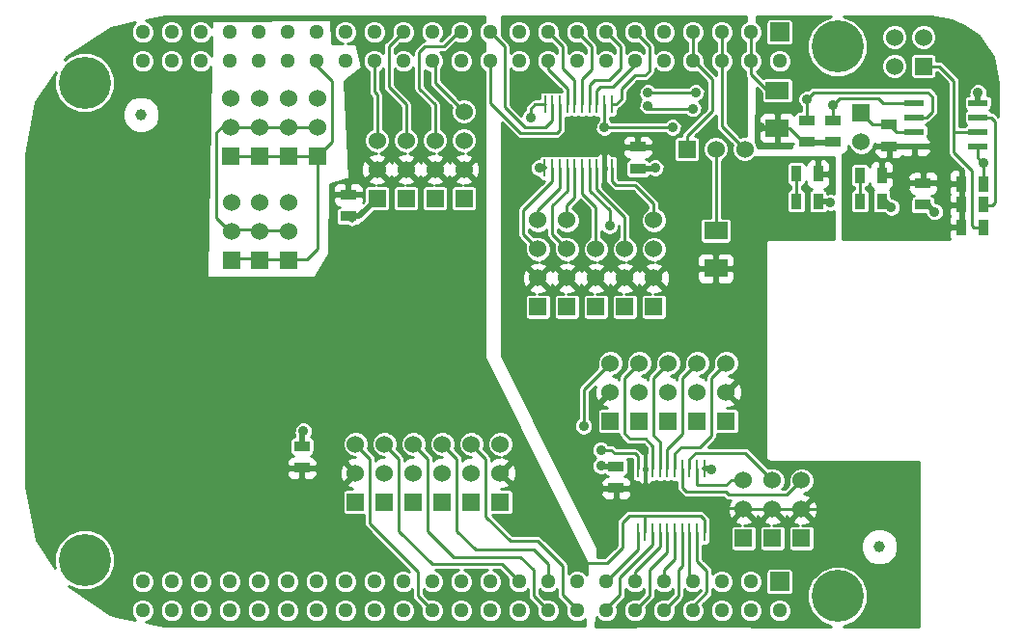
<source format=gtl>
G04 (created by PCBNEW (2013-05-31 BZR 4019)-stable) date 8/17/2014 5:11:29 PM*
%MOIN*%
G04 Gerber Fmt 3.4, Leading zero omitted, Abs format*
%FSLAX34Y34*%
G01*
G70*
G90*
G04 APERTURE LIST*
%ADD10C,0.00590551*%
%ADD11R,0.00984252X0.0610236*%
%ADD12R,0.08X0.06*%
%ADD13R,0.055X0.035*%
%ADD14R,0.035X0.055*%
%ADD15R,0.06X0.06*%
%ADD16C,0.06*%
%ADD17C,0.0393701*%
%ADD18C,0.18*%
%ADD19R,0.065X0.065*%
%ADD20C,0.0512*%
%ADD21R,0.065X0.0236*%
%ADD22C,0.035*%
%ADD23C,0.01*%
%ADD24C,0.02*%
G04 APERTURE END LIST*
G54D10*
G54D11*
X18138Y-5452D03*
X18404Y-5452D03*
X18660Y-5452D03*
X18916Y-5452D03*
X19172Y-5452D03*
X19427Y-5452D03*
X19683Y-5452D03*
X19939Y-5452D03*
X20195Y-5452D03*
X20451Y-5452D03*
X20451Y-3247D03*
X20195Y-3247D03*
X19939Y-3247D03*
X19683Y-3247D03*
X19427Y-3247D03*
X19172Y-3247D03*
X18916Y-3247D03*
X18660Y-3247D03*
X18404Y-3247D03*
X18148Y-3247D03*
X23661Y-15847D03*
X23395Y-15847D03*
X23139Y-15847D03*
X22883Y-15847D03*
X22627Y-15847D03*
X22372Y-15847D03*
X22116Y-15847D03*
X21860Y-15847D03*
X21604Y-15847D03*
X21348Y-15847D03*
X21348Y-18052D03*
X21604Y-18052D03*
X21860Y-18052D03*
X22116Y-18052D03*
X22372Y-18052D03*
X22627Y-18052D03*
X22883Y-18052D03*
X23139Y-18052D03*
X23395Y-18052D03*
X23651Y-18052D03*
G54D12*
X24044Y-8915D03*
X24044Y-7615D03*
G54D13*
X31200Y-5975D03*
X31200Y-6725D03*
X20600Y-16525D03*
X20600Y-15775D03*
X21350Y-4725D03*
X21350Y-5475D03*
X9750Y-15825D03*
X9750Y-15075D03*
X11350Y-6375D03*
X11350Y-7125D03*
G54D14*
X26825Y-6600D03*
X27575Y-6600D03*
X27575Y-5650D03*
X26825Y-5650D03*
G54D13*
X28100Y-4546D03*
X28100Y-3796D03*
X27194Y-4546D03*
X27194Y-3796D03*
G54D14*
X32525Y-6720D03*
X33275Y-6720D03*
X32525Y-7500D03*
X33275Y-7500D03*
X32525Y-6000D03*
X33275Y-6000D03*
G54D15*
X18900Y-10250D03*
G54D16*
X18900Y-9250D03*
X18900Y-8250D03*
X18900Y-7250D03*
G54D15*
X15350Y-6500D03*
G54D16*
X15350Y-5500D03*
X15350Y-4500D03*
X15350Y-3500D03*
G54D15*
X21900Y-10250D03*
G54D16*
X21900Y-9250D03*
X21900Y-8250D03*
X21900Y-7250D03*
G54D15*
X17900Y-10250D03*
G54D16*
X17900Y-9250D03*
X17900Y-8250D03*
X17900Y-7250D03*
G54D15*
X20900Y-10250D03*
G54D16*
X20900Y-9250D03*
X20900Y-8250D03*
G54D15*
X23400Y-14200D03*
G54D16*
X23400Y-13200D03*
X23400Y-12200D03*
G54D15*
X24400Y-14200D03*
G54D16*
X24400Y-13200D03*
X24400Y-12200D03*
G54D15*
X27000Y-18250D03*
G54D16*
X27000Y-17250D03*
X27000Y-16250D03*
G54D15*
X26000Y-18250D03*
G54D16*
X26000Y-17250D03*
X26000Y-16250D03*
G54D15*
X25000Y-18250D03*
G54D16*
X25000Y-17250D03*
X25000Y-16250D03*
G54D15*
X11600Y-17000D03*
G54D16*
X11600Y-16000D03*
X11600Y-15000D03*
G54D15*
X12600Y-17000D03*
G54D16*
X12600Y-16000D03*
X12600Y-15000D03*
G54D15*
X13600Y-17000D03*
G54D16*
X13600Y-16000D03*
X13600Y-15000D03*
G54D15*
X14600Y-17000D03*
G54D16*
X14600Y-16000D03*
X14600Y-15000D03*
G54D15*
X15600Y-17000D03*
G54D16*
X15600Y-16000D03*
X15600Y-15000D03*
G54D15*
X16600Y-17000D03*
G54D16*
X16600Y-16000D03*
X16600Y-15000D03*
G54D15*
X7300Y-5050D03*
G54D16*
X7300Y-4050D03*
X7300Y-3050D03*
G54D15*
X9300Y-5050D03*
G54D16*
X9300Y-4050D03*
X9300Y-3050D03*
G54D15*
X7310Y-8650D03*
G54D16*
X7310Y-7650D03*
X7310Y-6650D03*
G54D15*
X8300Y-8650D03*
G54D16*
X8300Y-7650D03*
X8300Y-6650D03*
G54D15*
X10300Y-5050D03*
G54D16*
X10300Y-4050D03*
X10300Y-3050D03*
G54D15*
X9300Y-8650D03*
G54D16*
X9300Y-7650D03*
X9300Y-6650D03*
G54D15*
X13350Y-6500D03*
G54D16*
X13350Y-5500D03*
X13350Y-4500D03*
G54D15*
X14350Y-6500D03*
G54D16*
X14350Y-5500D03*
X14350Y-4500D03*
G54D15*
X19900Y-10250D03*
G54D16*
X19900Y-9250D03*
X19900Y-8250D03*
G54D15*
X20400Y-14200D03*
G54D16*
X20400Y-13200D03*
X20400Y-12200D03*
G54D15*
X21400Y-14200D03*
G54D16*
X21400Y-13200D03*
X21400Y-12200D03*
G54D15*
X22400Y-14200D03*
G54D16*
X22400Y-13200D03*
X22400Y-12200D03*
G54D15*
X8300Y-5050D03*
G54D16*
X8300Y-4050D03*
X8300Y-3050D03*
G54D15*
X31220Y-1930D03*
G54D16*
X30220Y-1930D03*
X31220Y-930D03*
X30220Y-930D03*
G54D17*
X29700Y-18550D03*
X4200Y-3600D03*
G54D15*
X12350Y-6500D03*
G54D16*
X12350Y-5500D03*
X12350Y-4500D03*
G54D15*
X23050Y-4800D03*
G54D16*
X24050Y-4800D03*
X25050Y-4800D03*
G54D12*
X26170Y-4073D03*
X26170Y-2773D03*
G54D18*
X2250Y-2500D03*
X28250Y-1250D03*
X28250Y-20250D03*
X2250Y-19000D03*
G54D19*
X26250Y-750D03*
G54D20*
X26250Y-1750D03*
X25250Y-750D03*
X25250Y-1750D03*
X24250Y-750D03*
X24250Y-1750D03*
X23250Y-750D03*
X23250Y-1750D03*
X22250Y-750D03*
X22250Y-1750D03*
X21250Y-750D03*
X21250Y-1750D03*
X20250Y-750D03*
X20250Y-1750D03*
X19250Y-750D03*
X19250Y-1750D03*
X18250Y-750D03*
X18250Y-1750D03*
X17250Y-750D03*
X17250Y-1750D03*
X16250Y-750D03*
X16250Y-1750D03*
X15250Y-750D03*
X15250Y-1750D03*
X14250Y-750D03*
X14250Y-1750D03*
X13250Y-750D03*
X13250Y-1750D03*
X12250Y-750D03*
X12250Y-1750D03*
X11250Y-750D03*
X11250Y-1750D03*
X10250Y-750D03*
X10250Y-1750D03*
X9250Y-750D03*
X9250Y-1750D03*
X8250Y-750D03*
X8250Y-1750D03*
X7250Y-750D03*
X7250Y-1750D03*
X6250Y-750D03*
X6250Y-1750D03*
X5250Y-750D03*
X5250Y-1750D03*
X4250Y-750D03*
X4250Y-1750D03*
G54D19*
X26250Y-19750D03*
G54D20*
X26250Y-20750D03*
X25250Y-19750D03*
X25250Y-20750D03*
X24250Y-19750D03*
X24250Y-20750D03*
X23250Y-19750D03*
X23250Y-20750D03*
X22250Y-19750D03*
X22250Y-20750D03*
X21250Y-19750D03*
X21250Y-20750D03*
X20250Y-19750D03*
X20250Y-20750D03*
X19250Y-19750D03*
X19250Y-20750D03*
X18250Y-19750D03*
X18250Y-20750D03*
X17250Y-19750D03*
X17250Y-20750D03*
X16250Y-19750D03*
X16250Y-20750D03*
X15250Y-19750D03*
X15250Y-20750D03*
X14250Y-19750D03*
X14250Y-20750D03*
X13250Y-19750D03*
X13250Y-20750D03*
X12250Y-19750D03*
X12250Y-20750D03*
X11250Y-19750D03*
X11250Y-20750D03*
X10250Y-19750D03*
X10250Y-20750D03*
X9250Y-19750D03*
X9250Y-20750D03*
X8250Y-19750D03*
X8250Y-20750D03*
X7250Y-19750D03*
X7250Y-20750D03*
X6250Y-19750D03*
X6250Y-20750D03*
X5250Y-19750D03*
X5250Y-20750D03*
X4250Y-19750D03*
X4250Y-20750D03*
G54D14*
X29025Y-6600D03*
X29775Y-6600D03*
X29775Y-5700D03*
X29025Y-5700D03*
G54D21*
X30900Y-4700D03*
X33100Y-4700D03*
X30900Y-4200D03*
X30900Y-3700D03*
X30900Y-3200D03*
X33100Y-4200D03*
X33100Y-3700D03*
X33100Y-3200D03*
G54D13*
X30029Y-4703D03*
X30029Y-3953D03*
G54D15*
X29066Y-3554D03*
G54D16*
X29066Y-4554D03*
G54D22*
X20075Y-15200D03*
X19475Y-14375D03*
X33275Y-5291D03*
X21700Y-2850D03*
X23350Y-2850D03*
X27194Y-3068D03*
X28100Y-3265D03*
X21700Y-3300D03*
X23250Y-3400D03*
X20375Y-7450D03*
X30107Y-6809D03*
X31603Y-6966D03*
X33100Y-2850D03*
X20075Y-15750D03*
X28000Y-6650D03*
X9800Y-14550D03*
X17950Y-5450D03*
X21950Y-5450D03*
X23900Y-15890D03*
X22550Y-4050D03*
X25580Y-4053D03*
X17650Y-3700D03*
X15950Y-4100D03*
X20200Y-4050D03*
G54D23*
X17250Y-19750D02*
X16650Y-19150D01*
X16650Y-19150D02*
X14250Y-19150D01*
X14250Y-19150D02*
X13100Y-18000D01*
X13100Y-18000D02*
X13100Y-15510D01*
X13100Y-15510D02*
X12600Y-15010D01*
X21348Y-18052D02*
X21348Y-18651D01*
X21348Y-18651D02*
X20250Y-19750D01*
X21860Y-15847D02*
X21860Y-15060D01*
X21075Y-14825D02*
X20900Y-14650D01*
X21625Y-14825D02*
X21075Y-14825D01*
X21860Y-15060D02*
X21625Y-14825D01*
X20900Y-12700D02*
X21400Y-12200D01*
X20900Y-14650D02*
X20900Y-12700D01*
X22372Y-15847D02*
X22372Y-15177D01*
X22900Y-12700D02*
X23400Y-12200D01*
X22900Y-14650D02*
X22900Y-12700D01*
X22372Y-15177D02*
X22900Y-14650D01*
X22116Y-15847D02*
X22116Y-14916D01*
X21900Y-12700D02*
X22400Y-12200D01*
X21900Y-14700D02*
X21900Y-12700D01*
X22116Y-14916D02*
X21900Y-14700D01*
X20250Y-20750D02*
X20250Y-20690D01*
X20740Y-19610D02*
X21860Y-18489D01*
X20740Y-20200D02*
X20740Y-19610D01*
X20250Y-20690D02*
X20740Y-20200D01*
X21860Y-18052D02*
X21860Y-18489D01*
X18250Y-19750D02*
X18250Y-19150D01*
X18250Y-19150D02*
X17750Y-18650D01*
X17750Y-18650D02*
X15750Y-18650D01*
X15750Y-18650D02*
X15100Y-18000D01*
X15100Y-18000D02*
X15100Y-15500D01*
X15100Y-15500D02*
X14600Y-15000D01*
X21250Y-20750D02*
X21250Y-20740D01*
X22372Y-18737D02*
X22372Y-18052D01*
X21760Y-19350D02*
X22372Y-18737D01*
X21760Y-20230D02*
X21760Y-19350D01*
X21250Y-20740D02*
X21760Y-20230D01*
X22116Y-18052D02*
X22116Y-18533D01*
X21250Y-19400D02*
X21250Y-19750D01*
X22116Y-18533D02*
X21250Y-19400D01*
X17900Y-18350D02*
X16950Y-18350D01*
X16100Y-15510D02*
X15600Y-15010D01*
X16100Y-17500D02*
X16100Y-15510D01*
X16950Y-18350D02*
X16100Y-17500D01*
X19250Y-20750D02*
X19250Y-20700D01*
X19250Y-20700D02*
X18750Y-20200D01*
X18750Y-20200D02*
X18750Y-19200D01*
X18750Y-19200D02*
X17900Y-18350D01*
X14250Y-20750D02*
X13750Y-20250D01*
X13750Y-20250D02*
X13750Y-19400D01*
X13750Y-19400D02*
X12100Y-17750D01*
X12100Y-17750D02*
X12100Y-15500D01*
X12100Y-15500D02*
X11600Y-15000D01*
X18250Y-20750D02*
X17750Y-20250D01*
X17750Y-20250D02*
X17750Y-19350D01*
X17750Y-19350D02*
X17300Y-18900D01*
X17300Y-18900D02*
X15000Y-18900D01*
X15000Y-18900D02*
X14100Y-18000D01*
X14100Y-18000D02*
X14100Y-15500D01*
X14100Y-15500D02*
X13600Y-15000D01*
X20075Y-15200D02*
X20425Y-15200D01*
X20550Y-15325D02*
X21250Y-15325D01*
X20425Y-15200D02*
X20550Y-15325D01*
X21348Y-15847D02*
X21348Y-15423D01*
X21348Y-15423D02*
X21250Y-15325D01*
X19500Y-13100D02*
X20400Y-12200D01*
X19500Y-14350D02*
X19500Y-13100D01*
X19475Y-14375D02*
X19500Y-14350D01*
X23139Y-15847D02*
X23139Y-15510D01*
X25050Y-15300D02*
X26000Y-16250D01*
X23350Y-15300D02*
X25050Y-15300D01*
X23139Y-15510D02*
X23350Y-15300D01*
X25830Y-16080D02*
X26000Y-16250D01*
X22627Y-15847D02*
X22627Y-15322D01*
X22627Y-15322D02*
X22850Y-15100D01*
X22850Y-15100D02*
X23500Y-15100D01*
X23500Y-15100D02*
X23900Y-14700D01*
X23900Y-14700D02*
X23900Y-12700D01*
X23900Y-12700D02*
X24400Y-12200D01*
X26500Y-16750D02*
X24475Y-16750D01*
X23025Y-16650D02*
X22883Y-16508D01*
X24375Y-16650D02*
X23025Y-16650D01*
X24475Y-16750D02*
X24375Y-16650D01*
X22883Y-15847D02*
X22883Y-16508D01*
X26500Y-16750D02*
X27000Y-16250D01*
X25000Y-16250D02*
X24575Y-16250D01*
X24400Y-16425D02*
X23395Y-16425D01*
X24575Y-16250D02*
X24400Y-16425D01*
X23395Y-15847D02*
X23395Y-16425D01*
X23139Y-18052D02*
X23139Y-19639D01*
X23139Y-19639D02*
X23250Y-19750D01*
X22627Y-18052D02*
X22627Y-18972D01*
X22250Y-19350D02*
X22250Y-19750D01*
X22627Y-18972D02*
X22250Y-19350D01*
X22883Y-18052D02*
X22883Y-19216D01*
X22750Y-20250D02*
X22250Y-20750D01*
X22750Y-19350D02*
X22750Y-20250D01*
X22883Y-19216D02*
X22750Y-19350D01*
X23395Y-18052D02*
X23395Y-19045D01*
X23395Y-19045D02*
X23740Y-19390D01*
X23250Y-20750D02*
X23250Y-20610D01*
X23740Y-20120D02*
X23740Y-19390D01*
X23250Y-20610D02*
X23740Y-20120D01*
X33275Y-6000D02*
X33275Y-5291D01*
X33100Y-5116D02*
X33100Y-4700D01*
X33275Y-5291D02*
X33100Y-5116D01*
X32900Y-7450D02*
X32900Y-5546D01*
X32950Y-7500D02*
X32900Y-7450D01*
X33275Y-7500D02*
X32950Y-7500D01*
X32900Y-5546D02*
X32273Y-4919D01*
X32273Y-4919D02*
X32273Y-2438D01*
X33100Y-4200D02*
X32273Y-4200D01*
X32273Y-4200D02*
X32273Y-2438D01*
X32273Y-2438D02*
X31764Y-1930D01*
X31764Y-1930D02*
X31220Y-1930D01*
X33700Y-6650D02*
X33700Y-3850D01*
X33550Y-3700D02*
X33100Y-3700D01*
X33700Y-3850D02*
X33550Y-3700D01*
X33275Y-6750D02*
X33600Y-6750D01*
X33600Y-6750D02*
X33700Y-6650D01*
X7320Y-8590D02*
X8300Y-8590D01*
X8300Y-8590D02*
X8320Y-8610D01*
X8320Y-8610D02*
X9340Y-8610D01*
X8320Y-8610D02*
X9940Y-8610D01*
X9940Y-8610D02*
X10300Y-8250D01*
X10300Y-8250D02*
X10300Y-5030D01*
X10250Y-1750D02*
X10250Y-1900D01*
X10250Y-1900D02*
X10800Y-2450D01*
X7300Y-5030D02*
X8300Y-5030D01*
X8300Y-5030D02*
X9300Y-5030D01*
X9300Y-5030D02*
X10300Y-5030D01*
X10300Y-5030D02*
X10800Y-4530D01*
X10800Y-4530D02*
X10800Y-2450D01*
X19427Y-5452D02*
X19427Y-6327D01*
X19900Y-6800D02*
X19900Y-8250D01*
X19427Y-6327D02*
X19900Y-6800D01*
X19939Y-5452D02*
X19939Y-6189D01*
X20900Y-7150D02*
X20900Y-8250D01*
X19939Y-6189D02*
X20900Y-7150D01*
X19427Y-3247D02*
X19427Y-2372D01*
X19750Y-1250D02*
X19250Y-750D01*
X19750Y-2050D02*
X19750Y-1250D01*
X19427Y-2372D02*
X19750Y-2050D01*
X14350Y-4500D02*
X14350Y-3250D01*
X15150Y-750D02*
X15250Y-750D01*
X14650Y-1250D02*
X15150Y-750D01*
X14000Y-1250D02*
X14650Y-1250D01*
X13800Y-1450D02*
X14000Y-1250D01*
X13800Y-2700D02*
X13800Y-1450D01*
X14350Y-3250D02*
X13800Y-2700D01*
X19939Y-3247D02*
X19939Y-2760D01*
X19939Y-2760D02*
X20064Y-2635D01*
X21250Y-1887D02*
X21250Y-1750D01*
X20501Y-2635D02*
X21250Y-1887D01*
X20064Y-2635D02*
X20501Y-2635D01*
X13250Y-750D02*
X12750Y-1250D01*
X13350Y-3250D02*
X13350Y-4500D01*
X12750Y-2650D02*
X13350Y-3250D01*
X12750Y-1250D02*
X12750Y-2650D01*
X19172Y-5452D02*
X19172Y-6477D01*
X18900Y-6750D02*
X18900Y-7250D01*
X19172Y-6477D02*
X18900Y-6750D01*
X18916Y-5452D02*
X18916Y-6233D01*
X18400Y-7750D02*
X18900Y-8250D01*
X18400Y-6750D02*
X18400Y-7750D01*
X18916Y-6233D02*
X18400Y-6750D01*
X19172Y-3247D02*
X19172Y-2422D01*
X19172Y-2422D02*
X18750Y-2000D01*
X18750Y-1250D02*
X18250Y-750D01*
X18750Y-2000D02*
X18750Y-1250D01*
X18916Y-3247D02*
X18916Y-2703D01*
X18250Y-2037D02*
X18250Y-1750D01*
X18916Y-2703D02*
X18250Y-2037D01*
X18250Y-1750D02*
X18250Y-1850D01*
X31092Y-2832D02*
X27430Y-2832D01*
X27430Y-2832D02*
X27194Y-3068D01*
X31367Y-2832D02*
X31525Y-2990D01*
X31092Y-2832D02*
X31367Y-2832D01*
X27194Y-3796D02*
X27194Y-3068D01*
X21700Y-2850D02*
X23350Y-2850D01*
X31327Y-3700D02*
X30900Y-3700D01*
X31525Y-2990D02*
X31525Y-3501D01*
X31525Y-3501D02*
X31327Y-3700D01*
X30900Y-3200D02*
X29818Y-3200D01*
X28323Y-3042D02*
X28100Y-3265D01*
X29660Y-3042D02*
X28323Y-3042D01*
X29818Y-3200D02*
X29660Y-3042D01*
X28100Y-3796D02*
X28100Y-3265D01*
X21700Y-3300D02*
X21800Y-3400D01*
X21800Y-3400D02*
X23250Y-3400D01*
X12250Y-1750D02*
X12250Y-2809D01*
X12350Y-2909D02*
X12350Y-4500D01*
X12250Y-2809D02*
X12350Y-2909D01*
X23250Y-1750D02*
X23290Y-1750D01*
X23050Y-4350D02*
X23050Y-4800D01*
X23920Y-3480D02*
X23050Y-4350D01*
X23920Y-2380D02*
X23920Y-3480D01*
X23290Y-1750D02*
X23920Y-2380D01*
X23250Y-750D02*
X23250Y-1750D01*
X18660Y-5452D02*
X18660Y-6139D01*
X17900Y-6900D02*
X17900Y-7250D01*
X18660Y-6139D02*
X17900Y-6900D01*
X18404Y-5452D02*
X18404Y-5895D01*
X17400Y-7750D02*
X17900Y-8250D01*
X17400Y-6900D02*
X17400Y-7750D01*
X18404Y-5895D02*
X17400Y-6900D01*
X20451Y-5452D02*
X20451Y-5901D01*
X20451Y-5901D02*
X20600Y-6050D01*
X20600Y-6050D02*
X21260Y-6050D01*
X21260Y-6050D02*
X21900Y-6690D01*
X21900Y-6690D02*
X21900Y-7250D01*
X19683Y-5452D02*
X19683Y-6233D01*
X20375Y-6925D02*
X20375Y-7450D01*
X19683Y-6233D02*
X20375Y-6925D01*
X15350Y-3500D02*
X14350Y-2500D01*
X14350Y-1850D02*
X14250Y-1750D01*
X14350Y-2500D02*
X14350Y-1850D01*
X16250Y-1750D02*
X16250Y-3200D01*
X18660Y-4139D02*
X18660Y-3247D01*
X18550Y-4250D02*
X18660Y-4139D01*
X17300Y-4250D02*
X18550Y-4250D01*
X16250Y-3200D02*
X17300Y-4250D01*
X18404Y-3247D02*
X18404Y-3795D01*
X16750Y-1250D02*
X16250Y-750D01*
X16750Y-3350D02*
X16750Y-1250D01*
X17449Y-4049D02*
X16750Y-3350D01*
X18150Y-4049D02*
X17449Y-4049D01*
X18404Y-3795D02*
X18150Y-4049D01*
X20451Y-3247D02*
X20598Y-3247D01*
X21249Y-2242D02*
X21607Y-2242D01*
X20777Y-2714D02*
X21249Y-2242D01*
X20777Y-3068D02*
X20777Y-2714D01*
X20598Y-3247D02*
X20777Y-3068D01*
X21750Y-1250D02*
X21250Y-750D01*
X21750Y-2100D02*
X21750Y-1250D01*
X21607Y-2242D02*
X21750Y-2100D01*
X19683Y-3247D02*
X19683Y-2566D01*
X20750Y-1250D02*
X20250Y-750D01*
X20750Y-2000D02*
X20750Y-1250D01*
X20350Y-2400D02*
X20750Y-2000D01*
X19850Y-2400D02*
X20350Y-2400D01*
X19683Y-2566D02*
X19850Y-2400D01*
X25250Y-1750D02*
X25250Y-2200D01*
X25770Y-2723D02*
X26170Y-2773D01*
X25250Y-2200D02*
X25770Y-2723D01*
X25250Y-1750D02*
X25250Y-750D01*
X7320Y-7590D02*
X7200Y-7590D01*
X7200Y-7590D02*
X6800Y-7190D01*
X6800Y-7190D02*
X6800Y-4210D01*
X6800Y-4210D02*
X6980Y-4030D01*
X7320Y-7590D02*
X8300Y-7590D01*
X8300Y-7590D02*
X8320Y-7610D01*
X6980Y-4030D02*
X7300Y-4030D01*
X9340Y-7610D02*
X8320Y-7610D01*
X7300Y-4030D02*
X8300Y-4030D01*
X8300Y-4030D02*
X9300Y-4030D01*
X9300Y-4030D02*
X10300Y-4030D01*
G54D24*
X29775Y-6600D02*
X29898Y-6600D01*
X29898Y-6600D02*
X30107Y-6809D01*
X31200Y-6725D02*
X31362Y-6725D01*
X31362Y-6725D02*
X31603Y-6966D01*
X33100Y-3200D02*
X33100Y-2850D01*
X11350Y-7125D02*
X11725Y-7125D01*
X11725Y-7125D02*
X12350Y-6500D01*
X20600Y-15775D02*
X20100Y-15775D01*
X20100Y-15775D02*
X20075Y-15750D01*
G54D23*
X20398Y-14051D02*
X20400Y-14050D01*
G54D24*
X27575Y-6600D02*
X27950Y-6600D01*
X27950Y-6600D02*
X28000Y-6650D01*
X9750Y-15075D02*
X9750Y-14600D01*
X9750Y-14600D02*
X9800Y-14550D01*
X18138Y-5452D02*
X17952Y-5452D01*
X17952Y-5452D02*
X17950Y-5450D01*
X21350Y-5475D02*
X21925Y-5475D01*
X21925Y-5475D02*
X21950Y-5450D01*
X11475Y-7250D02*
X11350Y-7125D01*
X23661Y-15847D02*
X23857Y-15847D01*
X23857Y-15847D02*
X23900Y-15890D01*
G54D23*
X29025Y-5700D02*
X29025Y-6600D01*
X24044Y-7615D02*
X24050Y-4800D01*
X30029Y-3953D02*
X29465Y-3953D01*
X29465Y-3953D02*
X29066Y-3554D01*
X30900Y-4200D02*
X30275Y-4200D01*
X30275Y-4200D02*
X30029Y-3953D01*
X26825Y-5650D02*
X26825Y-6600D01*
X20200Y-4050D02*
X22550Y-4050D01*
X26170Y-4073D02*
X25580Y-4057D01*
X25580Y-4053D02*
X25580Y-4053D01*
X25580Y-4053D02*
X25580Y-4057D01*
X27194Y-4546D02*
X27057Y-4546D01*
X26584Y-4073D02*
X26170Y-4073D01*
X27057Y-4546D02*
X26584Y-4073D01*
X17650Y-3700D02*
X17650Y-3400D01*
X17803Y-3247D02*
X18148Y-3247D01*
X17650Y-3400D02*
X17803Y-3247D01*
X21604Y-18052D02*
X21604Y-17475D01*
X21604Y-17475D02*
X21050Y-17475D01*
X21050Y-17475D02*
X20825Y-17700D01*
X20275Y-19125D02*
X19550Y-19125D01*
X20825Y-18575D02*
X20275Y-19125D01*
X20825Y-17700D02*
X20825Y-18575D01*
X20195Y-3247D02*
X20195Y-4045D01*
X20195Y-4045D02*
X20200Y-4050D01*
X23651Y-18052D02*
X23651Y-17601D01*
X23651Y-17601D02*
X23525Y-17475D01*
X23525Y-17475D02*
X21604Y-17475D01*
X24425Y-17225D02*
X24975Y-17225D01*
X24975Y-17225D02*
X25000Y-17250D01*
X25000Y-17250D02*
X27000Y-17250D01*
X27000Y-17250D02*
X27750Y-17250D01*
X24400Y-13050D02*
X24420Y-13050D01*
X24250Y-1750D02*
X24250Y-4000D01*
X24250Y-4000D02*
X25050Y-4800D01*
X24250Y-750D02*
X24250Y-1750D01*
G54D10*
G36*
X21476Y-13205D02*
X21405Y-13276D01*
X21400Y-13270D01*
X21394Y-13276D01*
X21323Y-13205D01*
X21329Y-13200D01*
X21323Y-13194D01*
X21394Y-13123D01*
X21400Y-13129D01*
X21405Y-13123D01*
X21476Y-13194D01*
X21470Y-13200D01*
X21476Y-13205D01*
X21476Y-13205D01*
G37*
G54D23*
X21476Y-13205D02*
X21405Y-13276D01*
X21400Y-13270D01*
X21394Y-13276D01*
X21323Y-13205D01*
X21329Y-13200D01*
X21323Y-13194D01*
X21394Y-13123D01*
X21400Y-13129D01*
X21405Y-13123D01*
X21476Y-13194D01*
X21470Y-13200D01*
X21476Y-13205D01*
G54D10*
G36*
X22476Y-13205D02*
X22405Y-13276D01*
X22400Y-13270D01*
X22394Y-13276D01*
X22323Y-13205D01*
X22329Y-13200D01*
X22323Y-13194D01*
X22394Y-13123D01*
X22400Y-13129D01*
X22405Y-13123D01*
X22476Y-13194D01*
X22470Y-13200D01*
X22476Y-13205D01*
X22476Y-13205D01*
G37*
G54D23*
X22476Y-13205D02*
X22405Y-13276D01*
X22400Y-13270D01*
X22394Y-13276D01*
X22323Y-13205D01*
X22329Y-13200D01*
X22323Y-13194D01*
X22394Y-13123D01*
X22400Y-13129D01*
X22405Y-13123D01*
X22476Y-13194D01*
X22470Y-13200D01*
X22476Y-13205D01*
G54D10*
G36*
X23476Y-13205D02*
X23405Y-13276D01*
X23400Y-13270D01*
X23394Y-13276D01*
X23323Y-13205D01*
X23329Y-13200D01*
X23323Y-13194D01*
X23394Y-13123D01*
X23400Y-13129D01*
X23405Y-13123D01*
X23476Y-13194D01*
X23470Y-13200D01*
X23476Y-13205D01*
X23476Y-13205D01*
G37*
G54D23*
X23476Y-13205D02*
X23405Y-13276D01*
X23400Y-13270D01*
X23394Y-13276D01*
X23323Y-13205D01*
X23329Y-13200D01*
X23323Y-13194D01*
X23394Y-13123D01*
X23400Y-13129D01*
X23405Y-13123D01*
X23476Y-13194D01*
X23470Y-13200D01*
X23476Y-13205D01*
G54D10*
G36*
X31045Y-21295D02*
X30340Y-21295D01*
X30340Y-18423D01*
X30243Y-18187D01*
X30063Y-18007D01*
X29827Y-17909D01*
X29573Y-17909D01*
X29337Y-18006D01*
X29157Y-18186D01*
X29059Y-18422D01*
X29059Y-18676D01*
X29156Y-18912D01*
X29336Y-19092D01*
X29572Y-19190D01*
X29826Y-19190D01*
X30062Y-19093D01*
X30242Y-18913D01*
X30340Y-18677D01*
X30340Y-18423D01*
X30340Y-21295D01*
X28500Y-21295D01*
X28470Y-21295D01*
X28844Y-21140D01*
X29139Y-20845D01*
X29299Y-20459D01*
X29300Y-20042D01*
X29140Y-19656D01*
X28845Y-19360D01*
X28459Y-19200D01*
X28042Y-19199D01*
X27656Y-19359D01*
X27554Y-19460D01*
X27554Y-17331D01*
X27543Y-17113D01*
X27481Y-16962D01*
X27450Y-16953D01*
X27450Y-16160D01*
X27381Y-15995D01*
X27255Y-15868D01*
X27089Y-15800D01*
X26910Y-15799D01*
X26745Y-15868D01*
X26618Y-15994D01*
X26550Y-16160D01*
X26549Y-16339D01*
X26572Y-16394D01*
X26417Y-16550D01*
X26336Y-16550D01*
X26381Y-16505D01*
X26449Y-16339D01*
X26450Y-16160D01*
X26381Y-15995D01*
X26255Y-15868D01*
X26089Y-15800D01*
X25910Y-15799D01*
X25855Y-15822D01*
X25191Y-15158D01*
X25126Y-15115D01*
X25050Y-15100D01*
X24954Y-15100D01*
X24954Y-13281D01*
X24943Y-13063D01*
X24881Y-12912D01*
X24785Y-12884D01*
X24470Y-13200D01*
X24785Y-13515D01*
X24881Y-13487D01*
X24954Y-13281D01*
X24954Y-15100D01*
X23782Y-15100D01*
X24041Y-14841D01*
X24041Y-14841D01*
X24070Y-14798D01*
X24084Y-14776D01*
X24084Y-14776D01*
X24099Y-14700D01*
X24100Y-14700D01*
X24100Y-14650D01*
X24129Y-14650D01*
X24729Y-14650D01*
X24784Y-14627D01*
X24827Y-14585D01*
X24849Y-14529D01*
X24850Y-14470D01*
X24850Y-13870D01*
X24827Y-13815D01*
X24785Y-13772D01*
X24729Y-13750D01*
X24670Y-13749D01*
X24414Y-13749D01*
X24536Y-13743D01*
X24687Y-13681D01*
X24715Y-13585D01*
X24400Y-13270D01*
X24394Y-13276D01*
X24323Y-13205D01*
X24329Y-13200D01*
X24323Y-13194D01*
X24394Y-13123D01*
X24400Y-13129D01*
X24715Y-12814D01*
X24687Y-12718D01*
X24492Y-12648D01*
X24654Y-12581D01*
X24781Y-12455D01*
X24849Y-12289D01*
X24850Y-12110D01*
X24781Y-11945D01*
X24694Y-11858D01*
X24694Y-9265D01*
X24694Y-8566D01*
X24656Y-8474D01*
X24594Y-8412D01*
X24594Y-7886D01*
X24594Y-7286D01*
X24572Y-7230D01*
X24529Y-7188D01*
X24474Y-7165D01*
X24415Y-7165D01*
X24245Y-7165D01*
X24249Y-5204D01*
X24304Y-5181D01*
X24431Y-5055D01*
X24499Y-4889D01*
X24500Y-4710D01*
X24431Y-4545D01*
X24305Y-4418D01*
X24139Y-4350D01*
X23960Y-4349D01*
X23795Y-4418D01*
X23668Y-4544D01*
X23600Y-4710D01*
X23599Y-4889D01*
X23668Y-5054D01*
X23794Y-5181D01*
X23849Y-5203D01*
X23845Y-7165D01*
X23615Y-7165D01*
X23560Y-7188D01*
X23517Y-7230D01*
X23494Y-7285D01*
X23494Y-7345D01*
X23494Y-7945D01*
X23517Y-8000D01*
X23559Y-8042D01*
X23614Y-8065D01*
X23674Y-8065D01*
X24474Y-8065D01*
X24529Y-8042D01*
X24571Y-8000D01*
X24594Y-7945D01*
X24594Y-7886D01*
X24594Y-8412D01*
X24586Y-8403D01*
X24494Y-8365D01*
X24395Y-8365D01*
X24157Y-8365D01*
X24094Y-8428D01*
X24094Y-8865D01*
X24632Y-8865D01*
X24694Y-8803D01*
X24694Y-8566D01*
X24694Y-9265D01*
X24694Y-9028D01*
X24632Y-8965D01*
X24094Y-8965D01*
X24094Y-9403D01*
X24157Y-9465D01*
X24395Y-9465D01*
X24494Y-9465D01*
X24586Y-9427D01*
X24656Y-9357D01*
X24694Y-9265D01*
X24694Y-11858D01*
X24655Y-11818D01*
X24489Y-11750D01*
X24310Y-11749D01*
X24145Y-11818D01*
X24018Y-11944D01*
X23994Y-12002D01*
X23994Y-9403D01*
X23994Y-8965D01*
X23994Y-8865D01*
X23994Y-8428D01*
X23932Y-8365D01*
X23694Y-8365D01*
X23594Y-8365D01*
X23503Y-8403D01*
X23432Y-8474D01*
X23394Y-8566D01*
X23394Y-8803D01*
X23457Y-8865D01*
X23994Y-8865D01*
X23994Y-8965D01*
X23457Y-8965D01*
X23394Y-9028D01*
X23394Y-9265D01*
X23432Y-9357D01*
X23503Y-9427D01*
X23594Y-9465D01*
X23694Y-9465D01*
X23932Y-9465D01*
X23994Y-9403D01*
X23994Y-12002D01*
X23950Y-12110D01*
X23949Y-12289D01*
X23972Y-12344D01*
X23758Y-12558D01*
X23715Y-12623D01*
X23700Y-12700D01*
X23700Y-12761D01*
X23687Y-12718D01*
X23492Y-12648D01*
X23654Y-12581D01*
X23781Y-12455D01*
X23849Y-12289D01*
X23850Y-12110D01*
X23781Y-11945D01*
X23655Y-11818D01*
X23489Y-11750D01*
X23310Y-11749D01*
X23145Y-11818D01*
X23018Y-11944D01*
X22950Y-12110D01*
X22949Y-12289D01*
X22972Y-12344D01*
X22758Y-12558D01*
X22715Y-12623D01*
X22700Y-12700D01*
X22700Y-12761D01*
X22687Y-12718D01*
X22492Y-12648D01*
X22654Y-12581D01*
X22781Y-12455D01*
X22849Y-12289D01*
X22850Y-12110D01*
X22781Y-11945D01*
X22655Y-11818D01*
X22489Y-11750D01*
X22454Y-11750D01*
X22454Y-9331D01*
X22443Y-9113D01*
X22381Y-8962D01*
X22350Y-8953D01*
X22350Y-8160D01*
X22350Y-7160D01*
X22281Y-6995D01*
X22275Y-6988D01*
X22275Y-5385D01*
X22225Y-5266D01*
X22134Y-5174D01*
X22014Y-5125D01*
X21885Y-5124D01*
X21766Y-5174D01*
X21738Y-5201D01*
X21710Y-5172D01*
X21654Y-5150D01*
X21625Y-5149D01*
X21674Y-5149D01*
X21766Y-5111D01*
X21837Y-5041D01*
X21875Y-4949D01*
X21875Y-4500D01*
X21837Y-4408D01*
X21766Y-4338D01*
X21674Y-4300D01*
X21575Y-4299D01*
X21462Y-4300D01*
X21400Y-4362D01*
X21400Y-4675D01*
X21812Y-4675D01*
X21875Y-4612D01*
X21875Y-4500D01*
X21875Y-4949D01*
X21875Y-4837D01*
X21812Y-4775D01*
X21400Y-4775D01*
X21400Y-4782D01*
X21300Y-4782D01*
X21300Y-4775D01*
X21300Y-4675D01*
X21300Y-4362D01*
X21237Y-4300D01*
X21124Y-4299D01*
X21025Y-4300D01*
X20933Y-4338D01*
X20862Y-4408D01*
X20824Y-4500D01*
X20825Y-4612D01*
X20887Y-4675D01*
X21300Y-4675D01*
X21300Y-4775D01*
X20887Y-4775D01*
X20825Y-4837D01*
X20824Y-4949D01*
X20862Y-5041D01*
X20933Y-5111D01*
X21025Y-5149D01*
X21045Y-5149D01*
X21045Y-5149D01*
X20990Y-5172D01*
X20947Y-5214D01*
X20925Y-5270D01*
X20924Y-5329D01*
X20924Y-5679D01*
X20947Y-5734D01*
X20989Y-5777D01*
X21045Y-5799D01*
X21104Y-5800D01*
X21654Y-5800D01*
X21709Y-5777D01*
X21752Y-5735D01*
X21756Y-5725D01*
X21765Y-5725D01*
X21765Y-5725D01*
X21885Y-5774D01*
X22014Y-5775D01*
X22133Y-5725D01*
X22225Y-5634D01*
X22274Y-5514D01*
X22275Y-5385D01*
X22275Y-6988D01*
X22155Y-6868D01*
X22100Y-6845D01*
X22100Y-6690D01*
X22084Y-6613D01*
X22084Y-6613D01*
X22070Y-6591D01*
X22041Y-6548D01*
X22041Y-6548D01*
X21401Y-5908D01*
X21336Y-5865D01*
X21260Y-5850D01*
X20682Y-5850D01*
X20651Y-5818D01*
X20651Y-5452D01*
X20650Y-5448D01*
X20650Y-5117D01*
X20628Y-5062D01*
X20585Y-5020D01*
X20530Y-4997D01*
X20471Y-4997D01*
X20448Y-4997D01*
X20386Y-4935D01*
X20294Y-4897D01*
X20282Y-4897D01*
X20220Y-4959D01*
X20220Y-5402D01*
X20244Y-5402D01*
X20244Y-5502D01*
X20220Y-5502D01*
X20220Y-5944D01*
X20282Y-6007D01*
X20286Y-6007D01*
X20310Y-6042D01*
X20458Y-6191D01*
X20458Y-6191D01*
X20501Y-6220D01*
X20523Y-6234D01*
X20523Y-6234D01*
X20600Y-6250D01*
X21177Y-6250D01*
X21700Y-6772D01*
X21700Y-6845D01*
X21645Y-6868D01*
X21518Y-6994D01*
X21450Y-7160D01*
X21449Y-7339D01*
X21518Y-7504D01*
X21644Y-7631D01*
X21810Y-7699D01*
X21989Y-7700D01*
X22154Y-7631D01*
X22281Y-7505D01*
X22349Y-7339D01*
X22350Y-7160D01*
X22350Y-8160D01*
X22281Y-7995D01*
X22155Y-7868D01*
X21989Y-7800D01*
X21810Y-7799D01*
X21645Y-7868D01*
X21518Y-7994D01*
X21450Y-8160D01*
X21449Y-8339D01*
X21518Y-8504D01*
X21644Y-8631D01*
X21810Y-8699D01*
X21886Y-8699D01*
X21763Y-8706D01*
X21612Y-8768D01*
X21584Y-8864D01*
X21900Y-9179D01*
X22215Y-8864D01*
X22187Y-8768D01*
X21992Y-8698D01*
X22154Y-8631D01*
X22281Y-8505D01*
X22349Y-8339D01*
X22350Y-8160D01*
X22350Y-8953D01*
X22285Y-8934D01*
X21970Y-9250D01*
X22285Y-9565D01*
X22381Y-9537D01*
X22454Y-9331D01*
X22454Y-11750D01*
X22350Y-11749D01*
X22350Y-10520D01*
X22350Y-9920D01*
X22327Y-9865D01*
X22285Y-9822D01*
X22229Y-9800D01*
X22170Y-9799D01*
X21914Y-9799D01*
X22036Y-9793D01*
X22187Y-9731D01*
X22215Y-9635D01*
X21900Y-9320D01*
X21829Y-9391D01*
X21829Y-9250D01*
X21514Y-8934D01*
X21418Y-8962D01*
X21401Y-9010D01*
X21381Y-8962D01*
X21350Y-8953D01*
X21350Y-8160D01*
X21281Y-7995D01*
X21155Y-7868D01*
X21100Y-7845D01*
X21100Y-7150D01*
X21099Y-7149D01*
X21084Y-7073D01*
X21084Y-7073D01*
X21070Y-7051D01*
X21041Y-7008D01*
X21041Y-7008D01*
X20139Y-6106D01*
X20139Y-5976D01*
X20171Y-5944D01*
X20171Y-5502D01*
X20146Y-5502D01*
X20146Y-5402D01*
X20171Y-5402D01*
X20171Y-4959D01*
X20108Y-4897D01*
X20096Y-4897D01*
X20005Y-4935D01*
X19942Y-4997D01*
X19860Y-4997D01*
X19811Y-5017D01*
X19763Y-4997D01*
X19703Y-4997D01*
X19604Y-4997D01*
X19555Y-5017D01*
X19507Y-4997D01*
X19447Y-4997D01*
X19349Y-4997D01*
X19299Y-5017D01*
X19251Y-4997D01*
X19191Y-4997D01*
X19093Y-4997D01*
X19044Y-5017D01*
X18995Y-4997D01*
X18935Y-4997D01*
X18837Y-4997D01*
X18788Y-5017D01*
X18739Y-4997D01*
X18679Y-4997D01*
X18581Y-4997D01*
X18532Y-5017D01*
X18483Y-4997D01*
X18423Y-4997D01*
X18325Y-4997D01*
X18271Y-5019D01*
X18217Y-4997D01*
X18158Y-4997D01*
X18059Y-4997D01*
X18004Y-5020D01*
X17962Y-5062D01*
X17939Y-5117D01*
X17939Y-5124D01*
X17885Y-5124D01*
X17766Y-5174D01*
X17674Y-5265D01*
X17625Y-5385D01*
X17624Y-5514D01*
X17674Y-5633D01*
X17765Y-5725D01*
X17885Y-5774D01*
X17939Y-5774D01*
X17939Y-5787D01*
X17962Y-5842D01*
X18004Y-5884D01*
X18059Y-5907D01*
X18109Y-5907D01*
X17258Y-6758D01*
X17215Y-6823D01*
X17200Y-6900D01*
X17200Y-7750D01*
X17215Y-7826D01*
X17258Y-7891D01*
X17472Y-8105D01*
X17450Y-8160D01*
X17449Y-8339D01*
X17518Y-8504D01*
X17644Y-8631D01*
X17810Y-8699D01*
X17886Y-8699D01*
X17763Y-8706D01*
X17612Y-8768D01*
X17584Y-8864D01*
X17900Y-9179D01*
X18215Y-8864D01*
X18187Y-8768D01*
X17992Y-8698D01*
X18154Y-8631D01*
X18281Y-8505D01*
X18349Y-8339D01*
X18350Y-8160D01*
X18281Y-7995D01*
X18155Y-7868D01*
X17989Y-7800D01*
X17810Y-7799D01*
X17755Y-7822D01*
X17600Y-7667D01*
X17600Y-7586D01*
X17644Y-7631D01*
X17810Y-7699D01*
X17989Y-7700D01*
X18154Y-7631D01*
X18200Y-7586D01*
X18200Y-7750D01*
X18215Y-7826D01*
X18258Y-7891D01*
X18472Y-8105D01*
X18450Y-8160D01*
X18449Y-8339D01*
X18518Y-8504D01*
X18644Y-8631D01*
X18810Y-8699D01*
X18886Y-8699D01*
X18763Y-8706D01*
X18612Y-8768D01*
X18584Y-8864D01*
X18900Y-9179D01*
X19215Y-8864D01*
X19187Y-8768D01*
X18992Y-8698D01*
X19154Y-8631D01*
X19281Y-8505D01*
X19349Y-8339D01*
X19350Y-8160D01*
X19281Y-7995D01*
X19155Y-7868D01*
X18989Y-7800D01*
X18810Y-7799D01*
X18755Y-7822D01*
X18600Y-7667D01*
X18600Y-7586D01*
X18644Y-7631D01*
X18810Y-7699D01*
X18989Y-7700D01*
X19154Y-7631D01*
X19281Y-7505D01*
X19349Y-7339D01*
X19350Y-7160D01*
X19281Y-6995D01*
X19155Y-6868D01*
X19100Y-6845D01*
X19100Y-6832D01*
X19313Y-6619D01*
X19313Y-6619D01*
X19342Y-6576D01*
X19356Y-6554D01*
X19356Y-6554D01*
X19359Y-6542D01*
X19700Y-6882D01*
X19700Y-7845D01*
X19645Y-7868D01*
X19518Y-7994D01*
X19450Y-8160D01*
X19449Y-8339D01*
X19518Y-8504D01*
X19644Y-8631D01*
X19810Y-8699D01*
X19886Y-8699D01*
X19763Y-8706D01*
X19612Y-8768D01*
X19584Y-8864D01*
X19900Y-9179D01*
X20215Y-8864D01*
X20187Y-8768D01*
X19992Y-8698D01*
X20154Y-8631D01*
X20281Y-8505D01*
X20349Y-8339D01*
X20350Y-8160D01*
X20281Y-7995D01*
X20155Y-7868D01*
X20100Y-7845D01*
X20100Y-7634D01*
X20190Y-7725D01*
X20310Y-7774D01*
X20439Y-7775D01*
X20558Y-7725D01*
X20650Y-7634D01*
X20699Y-7514D01*
X20700Y-7450D01*
X20700Y-7845D01*
X20645Y-7868D01*
X20518Y-7994D01*
X20450Y-8160D01*
X20449Y-8339D01*
X20518Y-8504D01*
X20644Y-8631D01*
X20810Y-8699D01*
X20886Y-8699D01*
X20763Y-8706D01*
X20612Y-8768D01*
X20584Y-8864D01*
X20900Y-9179D01*
X21215Y-8864D01*
X21187Y-8768D01*
X20992Y-8698D01*
X21154Y-8631D01*
X21281Y-8505D01*
X21349Y-8339D01*
X21350Y-8160D01*
X21350Y-8953D01*
X21285Y-8934D01*
X20970Y-9250D01*
X21285Y-9565D01*
X21381Y-9537D01*
X21398Y-9489D01*
X21418Y-9537D01*
X21514Y-9565D01*
X21829Y-9250D01*
X21829Y-9391D01*
X21584Y-9635D01*
X21612Y-9731D01*
X21804Y-9799D01*
X21570Y-9799D01*
X21515Y-9822D01*
X21472Y-9864D01*
X21450Y-9920D01*
X21449Y-9979D01*
X21449Y-10579D01*
X21472Y-10634D01*
X21514Y-10677D01*
X21570Y-10699D01*
X21629Y-10700D01*
X22229Y-10700D01*
X22284Y-10677D01*
X22327Y-10635D01*
X22349Y-10579D01*
X22350Y-10520D01*
X22350Y-11749D01*
X22310Y-11749D01*
X22145Y-11818D01*
X22018Y-11944D01*
X21950Y-12110D01*
X21949Y-12289D01*
X21972Y-12344D01*
X21758Y-12558D01*
X21715Y-12623D01*
X21700Y-12700D01*
X21700Y-12761D01*
X21687Y-12718D01*
X21492Y-12648D01*
X21654Y-12581D01*
X21781Y-12455D01*
X21849Y-12289D01*
X21850Y-12110D01*
X21781Y-11945D01*
X21655Y-11818D01*
X21489Y-11750D01*
X21350Y-11749D01*
X21350Y-10520D01*
X21350Y-9920D01*
X21327Y-9865D01*
X21285Y-9822D01*
X21229Y-9800D01*
X21170Y-9799D01*
X20914Y-9799D01*
X21036Y-9793D01*
X21187Y-9731D01*
X21215Y-9635D01*
X20900Y-9320D01*
X20829Y-9391D01*
X20829Y-9250D01*
X20514Y-8934D01*
X20418Y-8962D01*
X20401Y-9010D01*
X20381Y-8962D01*
X20285Y-8934D01*
X19970Y-9250D01*
X20285Y-9565D01*
X20381Y-9537D01*
X20398Y-9489D01*
X20418Y-9537D01*
X20514Y-9565D01*
X20829Y-9250D01*
X20829Y-9391D01*
X20584Y-9635D01*
X20612Y-9731D01*
X20804Y-9799D01*
X20570Y-9799D01*
X20515Y-9822D01*
X20472Y-9864D01*
X20450Y-9920D01*
X20449Y-9979D01*
X20449Y-10579D01*
X20472Y-10634D01*
X20514Y-10677D01*
X20570Y-10699D01*
X20629Y-10700D01*
X21229Y-10700D01*
X21284Y-10677D01*
X21327Y-10635D01*
X21349Y-10579D01*
X21350Y-10520D01*
X21350Y-11749D01*
X21310Y-11749D01*
X21145Y-11818D01*
X21018Y-11944D01*
X20950Y-12110D01*
X20949Y-12289D01*
X20972Y-12344D01*
X20758Y-12558D01*
X20715Y-12623D01*
X20700Y-12700D01*
X20700Y-12761D01*
X20687Y-12718D01*
X20492Y-12648D01*
X20654Y-12581D01*
X20781Y-12455D01*
X20849Y-12289D01*
X20850Y-12110D01*
X20781Y-11945D01*
X20655Y-11818D01*
X20489Y-11750D01*
X20350Y-11749D01*
X20350Y-10520D01*
X20350Y-9920D01*
X20327Y-9865D01*
X20285Y-9822D01*
X20229Y-9800D01*
X20170Y-9799D01*
X19914Y-9799D01*
X20036Y-9793D01*
X20187Y-9731D01*
X20215Y-9635D01*
X19900Y-9320D01*
X19829Y-9391D01*
X19829Y-9250D01*
X19514Y-8934D01*
X19418Y-8962D01*
X19401Y-9010D01*
X19381Y-8962D01*
X19285Y-8934D01*
X18970Y-9250D01*
X19285Y-9565D01*
X19381Y-9537D01*
X19398Y-9489D01*
X19418Y-9537D01*
X19514Y-9565D01*
X19829Y-9250D01*
X19829Y-9391D01*
X19584Y-9635D01*
X19612Y-9731D01*
X19804Y-9799D01*
X19570Y-9799D01*
X19515Y-9822D01*
X19472Y-9864D01*
X19450Y-9920D01*
X19449Y-9979D01*
X19449Y-10579D01*
X19472Y-10634D01*
X19514Y-10677D01*
X19570Y-10699D01*
X19629Y-10700D01*
X20229Y-10700D01*
X20284Y-10677D01*
X20327Y-10635D01*
X20349Y-10579D01*
X20350Y-10520D01*
X20350Y-11749D01*
X20310Y-11749D01*
X20145Y-11818D01*
X20018Y-11944D01*
X19950Y-12110D01*
X19949Y-12289D01*
X19972Y-12344D01*
X19358Y-12958D01*
X19350Y-12971D01*
X19350Y-10520D01*
X19350Y-9920D01*
X19327Y-9865D01*
X19285Y-9822D01*
X19229Y-9800D01*
X19170Y-9799D01*
X18914Y-9799D01*
X19036Y-9793D01*
X19187Y-9731D01*
X19215Y-9635D01*
X18900Y-9320D01*
X18829Y-9391D01*
X18829Y-9250D01*
X18514Y-8934D01*
X18418Y-8962D01*
X18401Y-9010D01*
X18381Y-8962D01*
X18285Y-8934D01*
X17970Y-9250D01*
X18285Y-9565D01*
X18381Y-9537D01*
X18398Y-9489D01*
X18418Y-9537D01*
X18514Y-9565D01*
X18829Y-9250D01*
X18829Y-9391D01*
X18584Y-9635D01*
X18612Y-9731D01*
X18804Y-9799D01*
X18570Y-9799D01*
X18515Y-9822D01*
X18472Y-9864D01*
X18450Y-9920D01*
X18449Y-9979D01*
X18449Y-10579D01*
X18472Y-10634D01*
X18514Y-10677D01*
X18570Y-10699D01*
X18629Y-10700D01*
X19229Y-10700D01*
X19284Y-10677D01*
X19327Y-10635D01*
X19349Y-10579D01*
X19350Y-10520D01*
X19350Y-12971D01*
X19315Y-13023D01*
X19300Y-13100D01*
X19300Y-14095D01*
X19291Y-14099D01*
X19199Y-14190D01*
X19150Y-14310D01*
X19149Y-14439D01*
X19199Y-14558D01*
X19290Y-14650D01*
X19410Y-14699D01*
X19539Y-14700D01*
X19658Y-14650D01*
X19750Y-14559D01*
X19799Y-14439D01*
X19800Y-14310D01*
X19750Y-14191D01*
X19700Y-14140D01*
X19700Y-13182D01*
X19889Y-12992D01*
X19845Y-13118D01*
X19856Y-13336D01*
X19918Y-13487D01*
X20014Y-13515D01*
X20329Y-13200D01*
X20323Y-13194D01*
X20394Y-13123D01*
X20400Y-13129D01*
X20405Y-13123D01*
X20476Y-13194D01*
X20470Y-13200D01*
X20476Y-13205D01*
X20405Y-13276D01*
X20400Y-13270D01*
X20084Y-13585D01*
X20112Y-13681D01*
X20304Y-13749D01*
X20070Y-13749D01*
X20015Y-13772D01*
X19972Y-13814D01*
X19950Y-13870D01*
X19949Y-13929D01*
X19949Y-14529D01*
X19972Y-14584D01*
X20014Y-14627D01*
X20070Y-14649D01*
X20129Y-14650D01*
X20700Y-14650D01*
X20715Y-14726D01*
X20758Y-14791D01*
X20933Y-14966D01*
X20933Y-14966D01*
X20976Y-14995D01*
X20998Y-15009D01*
X20998Y-15009D01*
X21074Y-15024D01*
X21075Y-15025D01*
X21542Y-15025D01*
X21660Y-15143D01*
X21660Y-15323D01*
X21628Y-15355D01*
X21628Y-15797D01*
X21653Y-15797D01*
X21653Y-15897D01*
X21628Y-15897D01*
X21628Y-16340D01*
X21691Y-16402D01*
X21703Y-16402D01*
X21794Y-16364D01*
X21857Y-16302D01*
X21939Y-16302D01*
X21988Y-16282D01*
X22036Y-16302D01*
X22096Y-16302D01*
X22195Y-16302D01*
X22244Y-16282D01*
X22292Y-16302D01*
X22352Y-16302D01*
X22450Y-16302D01*
X22500Y-16282D01*
X22548Y-16302D01*
X22608Y-16302D01*
X22683Y-16302D01*
X22683Y-16508D01*
X22699Y-16585D01*
X22742Y-16650D01*
X22883Y-16791D01*
X22883Y-16791D01*
X22926Y-16820D01*
X22948Y-16834D01*
X22948Y-16834D01*
X23025Y-16850D01*
X24292Y-16850D01*
X24333Y-16891D01*
X24398Y-16934D01*
X24398Y-16934D01*
X24411Y-16937D01*
X24475Y-16950D01*
X24561Y-16950D01*
X24518Y-16962D01*
X24445Y-17168D01*
X24456Y-17386D01*
X24518Y-17537D01*
X24614Y-17565D01*
X24929Y-17250D01*
X24923Y-17244D01*
X24994Y-17173D01*
X25000Y-17179D01*
X25005Y-17173D01*
X25076Y-17244D01*
X25070Y-17250D01*
X25385Y-17565D01*
X25481Y-17537D01*
X25498Y-17489D01*
X25518Y-17537D01*
X25614Y-17565D01*
X25929Y-17250D01*
X25923Y-17244D01*
X25994Y-17173D01*
X26000Y-17179D01*
X26005Y-17173D01*
X26076Y-17244D01*
X26070Y-17250D01*
X26385Y-17565D01*
X26481Y-17537D01*
X26498Y-17489D01*
X26518Y-17537D01*
X26614Y-17565D01*
X26929Y-17250D01*
X26923Y-17244D01*
X26994Y-17173D01*
X27000Y-17179D01*
X27315Y-16864D01*
X27287Y-16768D01*
X27092Y-16698D01*
X27254Y-16631D01*
X27381Y-16505D01*
X27449Y-16339D01*
X27450Y-16160D01*
X27450Y-16953D01*
X27385Y-16934D01*
X27070Y-17250D01*
X27385Y-17565D01*
X27481Y-17537D01*
X27554Y-17331D01*
X27554Y-19460D01*
X27450Y-19564D01*
X27450Y-18520D01*
X27450Y-17920D01*
X27427Y-17865D01*
X27385Y-17822D01*
X27329Y-17800D01*
X27270Y-17799D01*
X27014Y-17799D01*
X27136Y-17793D01*
X27287Y-17731D01*
X27315Y-17635D01*
X27000Y-17320D01*
X26684Y-17635D01*
X26712Y-17731D01*
X26904Y-17799D01*
X26670Y-17799D01*
X26615Y-17822D01*
X26572Y-17864D01*
X26550Y-17920D01*
X26549Y-17979D01*
X26549Y-18579D01*
X26572Y-18634D01*
X26614Y-18677D01*
X26670Y-18699D01*
X26729Y-18700D01*
X27329Y-18700D01*
X27384Y-18677D01*
X27427Y-18635D01*
X27449Y-18579D01*
X27450Y-18520D01*
X27450Y-19564D01*
X27360Y-19654D01*
X27200Y-20040D01*
X27199Y-20457D01*
X27359Y-20844D01*
X27654Y-21139D01*
X28028Y-21295D01*
X27250Y-21295D01*
X26725Y-21295D01*
X26725Y-20045D01*
X26725Y-19395D01*
X26702Y-19340D01*
X26660Y-19297D01*
X26604Y-19275D01*
X26545Y-19274D01*
X26450Y-19274D01*
X26450Y-18520D01*
X26450Y-17920D01*
X26427Y-17865D01*
X26385Y-17822D01*
X26329Y-17800D01*
X26270Y-17799D01*
X26014Y-17799D01*
X26136Y-17793D01*
X26287Y-17731D01*
X26315Y-17635D01*
X26000Y-17320D01*
X25684Y-17635D01*
X25712Y-17731D01*
X25904Y-17799D01*
X25670Y-17799D01*
X25615Y-17822D01*
X25572Y-17864D01*
X25550Y-17920D01*
X25549Y-17979D01*
X25549Y-18579D01*
X25572Y-18634D01*
X25614Y-18677D01*
X25670Y-18699D01*
X25729Y-18700D01*
X26329Y-18700D01*
X26384Y-18677D01*
X26427Y-18635D01*
X26449Y-18579D01*
X26450Y-18520D01*
X26450Y-19274D01*
X25895Y-19274D01*
X25840Y-19297D01*
X25797Y-19339D01*
X25775Y-19395D01*
X25774Y-19454D01*
X25774Y-20104D01*
X25797Y-20159D01*
X25839Y-20202D01*
X25895Y-20224D01*
X25954Y-20225D01*
X26604Y-20225D01*
X26659Y-20202D01*
X26702Y-20160D01*
X26724Y-20104D01*
X26725Y-20045D01*
X26725Y-21295D01*
X26656Y-21295D01*
X26656Y-20669D01*
X26594Y-20520D01*
X26480Y-20406D01*
X26331Y-20344D01*
X26169Y-20343D01*
X26020Y-20405D01*
X25906Y-20519D01*
X25844Y-20668D01*
X25843Y-20830D01*
X25905Y-20979D01*
X26019Y-21093D01*
X26168Y-21155D01*
X26330Y-21156D01*
X26479Y-21094D01*
X26593Y-20980D01*
X26655Y-20831D01*
X26656Y-20669D01*
X26656Y-21295D01*
X25656Y-21295D01*
X25656Y-20669D01*
X25656Y-19669D01*
X25594Y-19520D01*
X25480Y-19406D01*
X25450Y-19393D01*
X25450Y-18520D01*
X25450Y-17920D01*
X25427Y-17865D01*
X25385Y-17822D01*
X25329Y-17800D01*
X25270Y-17799D01*
X25014Y-17799D01*
X25136Y-17793D01*
X25287Y-17731D01*
X25315Y-17635D01*
X25000Y-17320D01*
X24684Y-17635D01*
X24712Y-17731D01*
X24904Y-17799D01*
X24670Y-17799D01*
X24615Y-17822D01*
X24572Y-17864D01*
X24550Y-17920D01*
X24549Y-17979D01*
X24549Y-18579D01*
X24572Y-18634D01*
X24614Y-18677D01*
X24670Y-18699D01*
X24729Y-18700D01*
X25329Y-18700D01*
X25384Y-18677D01*
X25427Y-18635D01*
X25449Y-18579D01*
X25450Y-18520D01*
X25450Y-19393D01*
X25331Y-19344D01*
X25169Y-19343D01*
X25020Y-19405D01*
X24906Y-19519D01*
X24844Y-19668D01*
X24843Y-19830D01*
X24905Y-19979D01*
X25019Y-20093D01*
X25168Y-20155D01*
X25330Y-20156D01*
X25479Y-20094D01*
X25593Y-19980D01*
X25655Y-19831D01*
X25656Y-19669D01*
X25656Y-20669D01*
X25594Y-20520D01*
X25480Y-20406D01*
X25331Y-20344D01*
X25169Y-20343D01*
X25020Y-20405D01*
X24906Y-20519D01*
X24844Y-20668D01*
X24843Y-20830D01*
X24905Y-20979D01*
X25019Y-21093D01*
X25168Y-21155D01*
X25330Y-21156D01*
X25479Y-21094D01*
X25593Y-20980D01*
X25655Y-20831D01*
X25656Y-20669D01*
X25656Y-21295D01*
X25295Y-21295D01*
X25265Y-21289D01*
X24656Y-21289D01*
X24656Y-20669D01*
X24594Y-20520D01*
X24480Y-20406D01*
X24331Y-20344D01*
X24169Y-20343D01*
X24020Y-20405D01*
X23906Y-20519D01*
X23844Y-20668D01*
X23843Y-20830D01*
X23905Y-20979D01*
X24019Y-21093D01*
X24168Y-21155D01*
X24330Y-21156D01*
X24479Y-21094D01*
X24593Y-20980D01*
X24655Y-20831D01*
X24656Y-20669D01*
X24656Y-21289D01*
X21288Y-21289D01*
X21259Y-21295D01*
X19904Y-21295D01*
X19909Y-20983D01*
X20019Y-21093D01*
X20168Y-21155D01*
X20330Y-21156D01*
X20479Y-21094D01*
X20593Y-20980D01*
X20655Y-20831D01*
X20656Y-20669D01*
X20626Y-20596D01*
X20881Y-20341D01*
X20924Y-20276D01*
X20924Y-20276D01*
X20940Y-20200D01*
X20940Y-20014D01*
X21019Y-20093D01*
X21168Y-20155D01*
X21330Y-20156D01*
X21479Y-20094D01*
X21560Y-20014D01*
X21560Y-20147D01*
X21353Y-20353D01*
X21331Y-20344D01*
X21169Y-20343D01*
X21020Y-20405D01*
X20906Y-20519D01*
X20844Y-20668D01*
X20843Y-20830D01*
X20905Y-20979D01*
X21019Y-21093D01*
X21168Y-21155D01*
X21330Y-21156D01*
X21479Y-21094D01*
X21593Y-20980D01*
X21655Y-20831D01*
X21656Y-20669D01*
X21640Y-20632D01*
X21901Y-20371D01*
X21944Y-20306D01*
X21944Y-20306D01*
X21947Y-20293D01*
X21959Y-20230D01*
X21960Y-20230D01*
X21960Y-20034D01*
X22019Y-20093D01*
X22168Y-20155D01*
X22330Y-20156D01*
X22479Y-20094D01*
X22550Y-20024D01*
X22550Y-20167D01*
X22360Y-20356D01*
X22331Y-20344D01*
X22169Y-20343D01*
X22020Y-20405D01*
X21906Y-20519D01*
X21844Y-20668D01*
X21843Y-20830D01*
X21905Y-20979D01*
X22019Y-21093D01*
X22168Y-21155D01*
X22330Y-21156D01*
X22479Y-21094D01*
X22593Y-20980D01*
X22655Y-20831D01*
X22656Y-20669D01*
X22643Y-20639D01*
X22891Y-20391D01*
X22934Y-20326D01*
X22934Y-20326D01*
X22937Y-20313D01*
X22949Y-20250D01*
X22950Y-20250D01*
X22950Y-20024D01*
X23019Y-20093D01*
X23168Y-20155D01*
X23330Y-20156D01*
X23479Y-20094D01*
X23540Y-20034D01*
X23540Y-20037D01*
X23233Y-20343D01*
X23169Y-20343D01*
X23020Y-20405D01*
X22906Y-20519D01*
X22844Y-20668D01*
X22843Y-20830D01*
X22905Y-20979D01*
X23019Y-21093D01*
X23168Y-21155D01*
X23330Y-21156D01*
X23479Y-21094D01*
X23593Y-20980D01*
X23655Y-20831D01*
X23656Y-20669D01*
X23602Y-20540D01*
X23881Y-20261D01*
X23924Y-20196D01*
X23924Y-20196D01*
X23940Y-20120D01*
X23940Y-20014D01*
X24019Y-20093D01*
X24168Y-20155D01*
X24330Y-20156D01*
X24479Y-20094D01*
X24593Y-19980D01*
X24655Y-19831D01*
X24656Y-19669D01*
X24594Y-19520D01*
X24480Y-19406D01*
X24331Y-19344D01*
X24169Y-19343D01*
X24020Y-19405D01*
X23940Y-19485D01*
X23940Y-19390D01*
X23924Y-19313D01*
X23924Y-19313D01*
X23881Y-19248D01*
X23595Y-18962D01*
X23595Y-18507D01*
X23632Y-18507D01*
X23730Y-18507D01*
X23785Y-18484D01*
X23827Y-18442D01*
X23850Y-18387D01*
X23850Y-18327D01*
X23850Y-18056D01*
X23851Y-18052D01*
X23851Y-17601D01*
X23836Y-17525D01*
X23836Y-17525D01*
X23821Y-17503D01*
X23792Y-17460D01*
X23792Y-17460D01*
X23666Y-17333D01*
X23601Y-17290D01*
X23525Y-17275D01*
X21604Y-17275D01*
X21579Y-17275D01*
X21579Y-16340D01*
X21579Y-15897D01*
X21555Y-15897D01*
X21555Y-15797D01*
X21579Y-15797D01*
X21579Y-15355D01*
X21517Y-15292D01*
X21505Y-15292D01*
X21498Y-15295D01*
X21489Y-15282D01*
X21489Y-15282D01*
X21391Y-15183D01*
X21326Y-15140D01*
X21250Y-15125D01*
X20632Y-15125D01*
X20566Y-15058D01*
X20501Y-15015D01*
X20425Y-15000D01*
X20334Y-15000D01*
X20259Y-14924D01*
X20139Y-14875D01*
X20010Y-14874D01*
X19891Y-14924D01*
X19799Y-15015D01*
X19750Y-15135D01*
X19749Y-15264D01*
X19799Y-15383D01*
X19890Y-15475D01*
X19799Y-15565D01*
X19750Y-15685D01*
X19749Y-15814D01*
X19799Y-15933D01*
X19890Y-16025D01*
X20010Y-16074D01*
X20139Y-16075D01*
X20209Y-16046D01*
X20239Y-16077D01*
X20295Y-16099D01*
X20324Y-16100D01*
X20275Y-16100D01*
X20183Y-16138D01*
X20112Y-16208D01*
X20074Y-16300D01*
X20075Y-16412D01*
X20137Y-16475D01*
X20550Y-16475D01*
X20550Y-16467D01*
X20650Y-16467D01*
X20650Y-16475D01*
X21062Y-16475D01*
X21125Y-16412D01*
X21125Y-16300D01*
X21087Y-16208D01*
X21016Y-16138D01*
X20924Y-16100D01*
X20904Y-16100D01*
X20959Y-16077D01*
X21002Y-16035D01*
X21024Y-15979D01*
X21025Y-15920D01*
X21025Y-15570D01*
X21006Y-15525D01*
X21148Y-15525D01*
X21148Y-15847D01*
X21149Y-15851D01*
X21149Y-16182D01*
X21171Y-16237D01*
X21214Y-16279D01*
X21269Y-16302D01*
X21328Y-16302D01*
X21351Y-16302D01*
X21413Y-16364D01*
X21505Y-16402D01*
X21517Y-16402D01*
X21579Y-16340D01*
X21579Y-17275D01*
X21125Y-17275D01*
X21125Y-16749D01*
X21125Y-16637D01*
X21062Y-16575D01*
X20650Y-16575D01*
X20650Y-16887D01*
X20712Y-16950D01*
X20825Y-16950D01*
X20924Y-16949D01*
X21016Y-16911D01*
X21087Y-16841D01*
X21125Y-16749D01*
X21125Y-17275D01*
X21050Y-17275D01*
X20973Y-17290D01*
X20908Y-17333D01*
X20683Y-17558D01*
X20640Y-17623D01*
X20625Y-17700D01*
X20625Y-18492D01*
X20550Y-18567D01*
X20550Y-16887D01*
X20550Y-16575D01*
X20137Y-16575D01*
X20075Y-16637D01*
X20074Y-16749D01*
X20112Y-16841D01*
X20183Y-16911D01*
X20275Y-16949D01*
X20374Y-16950D01*
X20487Y-16950D01*
X20550Y-16887D01*
X20550Y-18567D01*
X20192Y-18925D01*
X19944Y-18925D01*
X19950Y-18588D01*
X18350Y-15364D01*
X18350Y-10520D01*
X18350Y-9920D01*
X18327Y-9865D01*
X18285Y-9822D01*
X18229Y-9800D01*
X18170Y-9799D01*
X17914Y-9799D01*
X18036Y-9793D01*
X18187Y-9731D01*
X18215Y-9635D01*
X17900Y-9320D01*
X17829Y-9391D01*
X17829Y-9250D01*
X17514Y-8934D01*
X17418Y-8962D01*
X17345Y-9168D01*
X17356Y-9386D01*
X17418Y-9537D01*
X17514Y-9565D01*
X17829Y-9250D01*
X17829Y-9391D01*
X17584Y-9635D01*
X17612Y-9731D01*
X17804Y-9799D01*
X17570Y-9799D01*
X17515Y-9822D01*
X17472Y-9864D01*
X17450Y-9920D01*
X17449Y-9979D01*
X17449Y-10579D01*
X17472Y-10634D01*
X17514Y-10677D01*
X17570Y-10699D01*
X17629Y-10700D01*
X18229Y-10700D01*
X18284Y-10677D01*
X18327Y-10635D01*
X18349Y-10579D01*
X18350Y-10520D01*
X18350Y-15364D01*
X16650Y-11938D01*
X16650Y-3882D01*
X17158Y-4391D01*
X17158Y-4391D01*
X17201Y-4420D01*
X17223Y-4434D01*
X17223Y-4434D01*
X17300Y-4450D01*
X18550Y-4450D01*
X18626Y-4434D01*
X18691Y-4391D01*
X18801Y-4281D01*
X18801Y-4281D01*
X18830Y-4237D01*
X18845Y-4216D01*
X18845Y-4216D01*
X18860Y-4139D01*
X18860Y-4139D01*
X18860Y-3702D01*
X18896Y-3702D01*
X18995Y-3702D01*
X19044Y-3682D01*
X19092Y-3702D01*
X19152Y-3702D01*
X19250Y-3702D01*
X19300Y-3682D01*
X19348Y-3702D01*
X19408Y-3702D01*
X19506Y-3702D01*
X19555Y-3682D01*
X19604Y-3702D01*
X19664Y-3702D01*
X19762Y-3702D01*
X19811Y-3682D01*
X19860Y-3702D01*
X19920Y-3702D01*
X19995Y-3702D01*
X19995Y-3794D01*
X19924Y-3865D01*
X19875Y-3985D01*
X19874Y-4114D01*
X19924Y-4233D01*
X20015Y-4325D01*
X20135Y-4374D01*
X20264Y-4375D01*
X20383Y-4325D01*
X20459Y-4250D01*
X22290Y-4250D01*
X22365Y-4325D01*
X22485Y-4374D01*
X22614Y-4375D01*
X22733Y-4325D01*
X22825Y-4234D01*
X22874Y-4114D01*
X22875Y-3985D01*
X22825Y-3866D01*
X22734Y-3774D01*
X22614Y-3725D01*
X22485Y-3724D01*
X22366Y-3774D01*
X22290Y-3850D01*
X20459Y-3850D01*
X20395Y-3785D01*
X20395Y-3702D01*
X20432Y-3702D01*
X20530Y-3702D01*
X20585Y-3679D01*
X20627Y-3637D01*
X20650Y-3582D01*
X20650Y-3523D01*
X20650Y-3437D01*
X20674Y-3432D01*
X20739Y-3389D01*
X20918Y-3210D01*
X20918Y-3210D01*
X20947Y-3166D01*
X20961Y-3145D01*
X20961Y-3145D01*
X20977Y-3068D01*
X20977Y-3068D01*
X20977Y-2797D01*
X21332Y-2442D01*
X21607Y-2442D01*
X21684Y-2426D01*
X21749Y-2383D01*
X21891Y-2241D01*
X21934Y-2176D01*
X21934Y-2176D01*
X21950Y-2100D01*
X21950Y-2024D01*
X22019Y-2093D01*
X22168Y-2155D01*
X22330Y-2156D01*
X22479Y-2094D01*
X22593Y-1980D01*
X22655Y-1831D01*
X22656Y-1669D01*
X22656Y-669D01*
X22594Y-520D01*
X22480Y-406D01*
X22331Y-344D01*
X22169Y-343D01*
X22020Y-405D01*
X21906Y-519D01*
X21844Y-668D01*
X21843Y-830D01*
X21905Y-979D01*
X22019Y-1093D01*
X22168Y-1155D01*
X22330Y-1156D01*
X22479Y-1094D01*
X22593Y-980D01*
X22655Y-831D01*
X22656Y-669D01*
X22656Y-1669D01*
X22594Y-1520D01*
X22480Y-1406D01*
X22331Y-1344D01*
X22169Y-1343D01*
X22020Y-1405D01*
X21950Y-1475D01*
X21950Y-1250D01*
X21937Y-1186D01*
X21934Y-1173D01*
X21934Y-1173D01*
X21891Y-1108D01*
X21643Y-860D01*
X21655Y-831D01*
X21656Y-669D01*
X21594Y-520D01*
X21480Y-406D01*
X21331Y-344D01*
X21169Y-343D01*
X21020Y-405D01*
X20906Y-519D01*
X20844Y-668D01*
X20843Y-830D01*
X20905Y-979D01*
X21019Y-1093D01*
X21168Y-1155D01*
X21330Y-1156D01*
X21360Y-1143D01*
X21550Y-1332D01*
X21550Y-1475D01*
X21480Y-1406D01*
X21331Y-1344D01*
X21169Y-1343D01*
X21020Y-1405D01*
X20950Y-1475D01*
X20950Y-1250D01*
X20937Y-1186D01*
X20934Y-1173D01*
X20934Y-1173D01*
X20891Y-1108D01*
X20643Y-860D01*
X20655Y-831D01*
X20656Y-669D01*
X20594Y-520D01*
X20480Y-406D01*
X20331Y-344D01*
X20169Y-343D01*
X20020Y-405D01*
X19906Y-519D01*
X19844Y-668D01*
X19843Y-830D01*
X19905Y-979D01*
X20019Y-1093D01*
X20168Y-1155D01*
X20330Y-1156D01*
X20360Y-1143D01*
X20550Y-1332D01*
X20550Y-1475D01*
X20480Y-1406D01*
X20331Y-1344D01*
X20169Y-1343D01*
X20020Y-1405D01*
X19950Y-1475D01*
X19950Y-1250D01*
X19937Y-1186D01*
X19934Y-1173D01*
X19934Y-1173D01*
X19891Y-1108D01*
X19643Y-860D01*
X19655Y-831D01*
X19656Y-669D01*
X19594Y-520D01*
X19480Y-406D01*
X19331Y-344D01*
X19169Y-343D01*
X19020Y-405D01*
X18906Y-519D01*
X18844Y-668D01*
X18843Y-830D01*
X18905Y-979D01*
X19019Y-1093D01*
X19168Y-1155D01*
X19330Y-1156D01*
X19360Y-1143D01*
X19550Y-1332D01*
X19550Y-1475D01*
X19480Y-1406D01*
X19331Y-1344D01*
X19169Y-1343D01*
X19020Y-1405D01*
X18950Y-1475D01*
X18950Y-1250D01*
X18937Y-1186D01*
X18934Y-1173D01*
X18934Y-1173D01*
X18891Y-1108D01*
X18643Y-860D01*
X18655Y-831D01*
X18656Y-669D01*
X18594Y-520D01*
X18480Y-406D01*
X18331Y-344D01*
X18169Y-343D01*
X18020Y-405D01*
X17906Y-519D01*
X17844Y-668D01*
X17843Y-830D01*
X17905Y-979D01*
X18019Y-1093D01*
X18168Y-1155D01*
X18330Y-1156D01*
X18360Y-1143D01*
X18550Y-1332D01*
X18550Y-1475D01*
X18480Y-1406D01*
X18331Y-1344D01*
X18169Y-1343D01*
X18020Y-1405D01*
X17906Y-1519D01*
X17844Y-1668D01*
X17843Y-1830D01*
X17905Y-1979D01*
X18019Y-2093D01*
X18064Y-2112D01*
X18065Y-2114D01*
X18108Y-2179D01*
X18716Y-2786D01*
X18716Y-2792D01*
X18679Y-2792D01*
X18581Y-2792D01*
X18532Y-2812D01*
X18483Y-2792D01*
X18423Y-2792D01*
X18325Y-2792D01*
X18276Y-2812D01*
X18227Y-2792D01*
X18167Y-2792D01*
X18069Y-2792D01*
X18014Y-2815D01*
X17972Y-2857D01*
X17949Y-2912D01*
X17949Y-2972D01*
X17949Y-3047D01*
X17803Y-3047D01*
X17726Y-3062D01*
X17661Y-3106D01*
X17508Y-3259D01*
X17465Y-3324D01*
X17450Y-3400D01*
X17450Y-3440D01*
X17374Y-3515D01*
X17325Y-3635D01*
X17325Y-3642D01*
X16950Y-3267D01*
X16950Y-2024D01*
X17019Y-2093D01*
X17168Y-2155D01*
X17330Y-2156D01*
X17479Y-2094D01*
X17593Y-1980D01*
X17655Y-1831D01*
X17656Y-1669D01*
X17656Y-669D01*
X17594Y-520D01*
X17480Y-406D01*
X17331Y-344D01*
X17169Y-343D01*
X17020Y-405D01*
X16906Y-519D01*
X16844Y-668D01*
X16843Y-830D01*
X16905Y-979D01*
X17019Y-1093D01*
X17168Y-1155D01*
X17330Y-1156D01*
X17479Y-1094D01*
X17593Y-980D01*
X17655Y-831D01*
X17656Y-669D01*
X17656Y-1669D01*
X17594Y-1520D01*
X17480Y-1406D01*
X17331Y-1344D01*
X17169Y-1343D01*
X17020Y-1405D01*
X16950Y-1475D01*
X16950Y-1250D01*
X16937Y-1186D01*
X16934Y-1173D01*
X16934Y-1173D01*
X16891Y-1108D01*
X16650Y-867D01*
X16650Y-845D01*
X16655Y-831D01*
X16656Y-669D01*
X16650Y-654D01*
X16650Y-205D01*
X21300Y-205D01*
X21309Y-203D01*
X25097Y-203D01*
X25097Y-373D01*
X25020Y-405D01*
X24906Y-519D01*
X24844Y-668D01*
X24843Y-830D01*
X24905Y-979D01*
X25019Y-1093D01*
X25050Y-1106D01*
X25050Y-1393D01*
X25020Y-1405D01*
X24906Y-1519D01*
X24844Y-1668D01*
X24843Y-1830D01*
X24905Y-1979D01*
X25019Y-2093D01*
X25050Y-2106D01*
X25050Y-2200D01*
X25057Y-2238D01*
X25065Y-2276D01*
X25065Y-2276D01*
X25065Y-2276D01*
X25086Y-2308D01*
X25097Y-2324D01*
X25097Y-4350D01*
X24960Y-4349D01*
X24905Y-4372D01*
X24450Y-3917D01*
X24450Y-2106D01*
X24479Y-2094D01*
X24593Y-1980D01*
X24655Y-1831D01*
X24656Y-1669D01*
X24594Y-1520D01*
X24480Y-1406D01*
X24450Y-1393D01*
X24450Y-1106D01*
X24479Y-1094D01*
X24593Y-980D01*
X24655Y-831D01*
X24656Y-669D01*
X24594Y-520D01*
X24480Y-406D01*
X24331Y-344D01*
X24169Y-343D01*
X24020Y-405D01*
X23906Y-519D01*
X23844Y-668D01*
X23843Y-830D01*
X23905Y-979D01*
X24019Y-1093D01*
X24050Y-1106D01*
X24050Y-1393D01*
X24020Y-1405D01*
X23906Y-1519D01*
X23844Y-1668D01*
X23843Y-1830D01*
X23905Y-1979D01*
X24019Y-2093D01*
X24050Y-2106D01*
X24050Y-2227D01*
X23655Y-1832D01*
X23655Y-1831D01*
X23656Y-1669D01*
X23594Y-1520D01*
X23480Y-1406D01*
X23450Y-1393D01*
X23450Y-1106D01*
X23479Y-1094D01*
X23593Y-980D01*
X23655Y-831D01*
X23656Y-669D01*
X23594Y-520D01*
X23480Y-406D01*
X23331Y-344D01*
X23169Y-343D01*
X23020Y-405D01*
X22906Y-519D01*
X22844Y-668D01*
X22843Y-830D01*
X22905Y-979D01*
X23019Y-1093D01*
X23050Y-1106D01*
X23050Y-1393D01*
X23020Y-1405D01*
X22906Y-1519D01*
X22844Y-1668D01*
X22843Y-1830D01*
X22905Y-1979D01*
X23019Y-2093D01*
X23168Y-2155D01*
X23330Y-2156D01*
X23389Y-2131D01*
X23720Y-2462D01*
X23720Y-3397D01*
X23675Y-3442D01*
X23675Y-2785D01*
X23625Y-2666D01*
X23534Y-2574D01*
X23414Y-2525D01*
X23285Y-2524D01*
X23166Y-2574D01*
X23090Y-2650D01*
X21959Y-2650D01*
X21884Y-2574D01*
X21764Y-2525D01*
X21635Y-2524D01*
X21516Y-2574D01*
X21424Y-2665D01*
X21375Y-2785D01*
X21374Y-2914D01*
X21424Y-3033D01*
X21465Y-3074D01*
X21424Y-3115D01*
X21375Y-3235D01*
X21374Y-3364D01*
X21424Y-3483D01*
X21515Y-3575D01*
X21635Y-3624D01*
X21764Y-3625D01*
X21825Y-3600D01*
X22990Y-3600D01*
X23065Y-3675D01*
X23185Y-3724D01*
X23314Y-3725D01*
X23433Y-3675D01*
X23525Y-3584D01*
X23574Y-3464D01*
X23575Y-3335D01*
X23525Y-3216D01*
X23464Y-3154D01*
X23533Y-3125D01*
X23625Y-3034D01*
X23674Y-2914D01*
X23675Y-2785D01*
X23675Y-3442D01*
X22908Y-4208D01*
X22865Y-4273D01*
X22850Y-4349D01*
X22720Y-4349D01*
X22665Y-4372D01*
X22622Y-4414D01*
X22600Y-4470D01*
X22599Y-4529D01*
X22599Y-5129D01*
X22622Y-5184D01*
X22664Y-5227D01*
X22720Y-5249D01*
X22779Y-5250D01*
X23379Y-5250D01*
X23434Y-5227D01*
X23477Y-5185D01*
X23499Y-5129D01*
X23500Y-5070D01*
X23500Y-4470D01*
X23477Y-4415D01*
X23435Y-4372D01*
X23379Y-4350D01*
X23332Y-4349D01*
X24050Y-3632D01*
X24050Y-4000D01*
X24065Y-4076D01*
X24108Y-4141D01*
X24622Y-4655D01*
X24600Y-4710D01*
X24599Y-4889D01*
X24668Y-5054D01*
X24794Y-5181D01*
X24960Y-5249D01*
X25139Y-5250D01*
X25304Y-5181D01*
X25399Y-5087D01*
X28128Y-5087D01*
X28128Y-6351D01*
X28064Y-6325D01*
X27935Y-6324D01*
X27900Y-6339D01*
X27900Y-6295D01*
X27877Y-6240D01*
X27835Y-6197D01*
X27779Y-6175D01*
X27799Y-6175D01*
X27891Y-6137D01*
X27961Y-6066D01*
X27999Y-5974D01*
X28000Y-5875D01*
X28000Y-5424D01*
X27999Y-5325D01*
X27961Y-5233D01*
X27891Y-5162D01*
X27799Y-5124D01*
X27687Y-5125D01*
X27625Y-5187D01*
X27625Y-5600D01*
X27937Y-5600D01*
X28000Y-5537D01*
X28000Y-5424D01*
X28000Y-5875D01*
X28000Y-5762D01*
X27937Y-5700D01*
X27625Y-5700D01*
X27625Y-5707D01*
X27525Y-5707D01*
X27525Y-5700D01*
X27517Y-5700D01*
X27517Y-5600D01*
X27525Y-5600D01*
X27525Y-5187D01*
X27462Y-5125D01*
X27350Y-5124D01*
X27258Y-5162D01*
X27188Y-5233D01*
X27150Y-5325D01*
X27150Y-5345D01*
X27127Y-5290D01*
X27085Y-5247D01*
X27029Y-5225D01*
X26970Y-5224D01*
X26620Y-5224D01*
X26565Y-5247D01*
X26522Y-5289D01*
X26500Y-5345D01*
X26499Y-5404D01*
X26499Y-5954D01*
X26522Y-6009D01*
X26564Y-6052D01*
X26620Y-6074D01*
X26625Y-6074D01*
X26625Y-6174D01*
X26620Y-6174D01*
X26565Y-6197D01*
X26522Y-6239D01*
X26500Y-6295D01*
X26499Y-6354D01*
X26499Y-6904D01*
X26522Y-6959D01*
X26564Y-7002D01*
X26620Y-7024D01*
X26679Y-7025D01*
X27029Y-7025D01*
X27084Y-7002D01*
X27127Y-6960D01*
X27149Y-6904D01*
X27150Y-6845D01*
X27150Y-6295D01*
X27127Y-6240D01*
X27085Y-6197D01*
X27029Y-6175D01*
X27025Y-6175D01*
X27025Y-6075D01*
X27029Y-6075D01*
X27084Y-6052D01*
X27127Y-6010D01*
X27149Y-5954D01*
X27150Y-5925D01*
X27150Y-5974D01*
X27188Y-6066D01*
X27258Y-6137D01*
X27350Y-6175D01*
X27370Y-6175D01*
X27315Y-6197D01*
X27272Y-6239D01*
X27250Y-6295D01*
X27249Y-6354D01*
X27249Y-6904D01*
X27272Y-6959D01*
X27314Y-7002D01*
X27370Y-7024D01*
X27429Y-7025D01*
X27779Y-7025D01*
X27834Y-7002D01*
X27877Y-6960D01*
X27880Y-6952D01*
X27935Y-6974D01*
X28064Y-6975D01*
X28128Y-6948D01*
X28128Y-7895D01*
X25950Y-7895D01*
X25871Y-7910D01*
X25805Y-7955D01*
X25760Y-8021D01*
X25745Y-8100D01*
X25745Y-15400D01*
X25760Y-15478D01*
X25805Y-15544D01*
X25871Y-15589D01*
X25950Y-15605D01*
X31045Y-15605D01*
X31045Y-21295D01*
X31045Y-21295D01*
G37*
G54D23*
X31045Y-21295D02*
X30340Y-21295D01*
X30340Y-18423D01*
X30243Y-18187D01*
X30063Y-18007D01*
X29827Y-17909D01*
X29573Y-17909D01*
X29337Y-18006D01*
X29157Y-18186D01*
X29059Y-18422D01*
X29059Y-18676D01*
X29156Y-18912D01*
X29336Y-19092D01*
X29572Y-19190D01*
X29826Y-19190D01*
X30062Y-19093D01*
X30242Y-18913D01*
X30340Y-18677D01*
X30340Y-18423D01*
X30340Y-21295D01*
X28500Y-21295D01*
X28470Y-21295D01*
X28844Y-21140D01*
X29139Y-20845D01*
X29299Y-20459D01*
X29300Y-20042D01*
X29140Y-19656D01*
X28845Y-19360D01*
X28459Y-19200D01*
X28042Y-19199D01*
X27656Y-19359D01*
X27554Y-19460D01*
X27554Y-17331D01*
X27543Y-17113D01*
X27481Y-16962D01*
X27450Y-16953D01*
X27450Y-16160D01*
X27381Y-15995D01*
X27255Y-15868D01*
X27089Y-15800D01*
X26910Y-15799D01*
X26745Y-15868D01*
X26618Y-15994D01*
X26550Y-16160D01*
X26549Y-16339D01*
X26572Y-16394D01*
X26417Y-16550D01*
X26336Y-16550D01*
X26381Y-16505D01*
X26449Y-16339D01*
X26450Y-16160D01*
X26381Y-15995D01*
X26255Y-15868D01*
X26089Y-15800D01*
X25910Y-15799D01*
X25855Y-15822D01*
X25191Y-15158D01*
X25126Y-15115D01*
X25050Y-15100D01*
X24954Y-15100D01*
X24954Y-13281D01*
X24943Y-13063D01*
X24881Y-12912D01*
X24785Y-12884D01*
X24470Y-13200D01*
X24785Y-13515D01*
X24881Y-13487D01*
X24954Y-13281D01*
X24954Y-15100D01*
X23782Y-15100D01*
X24041Y-14841D01*
X24041Y-14841D01*
X24070Y-14798D01*
X24084Y-14776D01*
X24084Y-14776D01*
X24099Y-14700D01*
X24100Y-14700D01*
X24100Y-14650D01*
X24129Y-14650D01*
X24729Y-14650D01*
X24784Y-14627D01*
X24827Y-14585D01*
X24849Y-14529D01*
X24850Y-14470D01*
X24850Y-13870D01*
X24827Y-13815D01*
X24785Y-13772D01*
X24729Y-13750D01*
X24670Y-13749D01*
X24414Y-13749D01*
X24536Y-13743D01*
X24687Y-13681D01*
X24715Y-13585D01*
X24400Y-13270D01*
X24394Y-13276D01*
X24323Y-13205D01*
X24329Y-13200D01*
X24323Y-13194D01*
X24394Y-13123D01*
X24400Y-13129D01*
X24715Y-12814D01*
X24687Y-12718D01*
X24492Y-12648D01*
X24654Y-12581D01*
X24781Y-12455D01*
X24849Y-12289D01*
X24850Y-12110D01*
X24781Y-11945D01*
X24694Y-11858D01*
X24694Y-9265D01*
X24694Y-8566D01*
X24656Y-8474D01*
X24594Y-8412D01*
X24594Y-7886D01*
X24594Y-7286D01*
X24572Y-7230D01*
X24529Y-7188D01*
X24474Y-7165D01*
X24415Y-7165D01*
X24245Y-7165D01*
X24249Y-5204D01*
X24304Y-5181D01*
X24431Y-5055D01*
X24499Y-4889D01*
X24500Y-4710D01*
X24431Y-4545D01*
X24305Y-4418D01*
X24139Y-4350D01*
X23960Y-4349D01*
X23795Y-4418D01*
X23668Y-4544D01*
X23600Y-4710D01*
X23599Y-4889D01*
X23668Y-5054D01*
X23794Y-5181D01*
X23849Y-5203D01*
X23845Y-7165D01*
X23615Y-7165D01*
X23560Y-7188D01*
X23517Y-7230D01*
X23494Y-7285D01*
X23494Y-7345D01*
X23494Y-7945D01*
X23517Y-8000D01*
X23559Y-8042D01*
X23614Y-8065D01*
X23674Y-8065D01*
X24474Y-8065D01*
X24529Y-8042D01*
X24571Y-8000D01*
X24594Y-7945D01*
X24594Y-7886D01*
X24594Y-8412D01*
X24586Y-8403D01*
X24494Y-8365D01*
X24395Y-8365D01*
X24157Y-8365D01*
X24094Y-8428D01*
X24094Y-8865D01*
X24632Y-8865D01*
X24694Y-8803D01*
X24694Y-8566D01*
X24694Y-9265D01*
X24694Y-9028D01*
X24632Y-8965D01*
X24094Y-8965D01*
X24094Y-9403D01*
X24157Y-9465D01*
X24395Y-9465D01*
X24494Y-9465D01*
X24586Y-9427D01*
X24656Y-9357D01*
X24694Y-9265D01*
X24694Y-11858D01*
X24655Y-11818D01*
X24489Y-11750D01*
X24310Y-11749D01*
X24145Y-11818D01*
X24018Y-11944D01*
X23994Y-12002D01*
X23994Y-9403D01*
X23994Y-8965D01*
X23994Y-8865D01*
X23994Y-8428D01*
X23932Y-8365D01*
X23694Y-8365D01*
X23594Y-8365D01*
X23503Y-8403D01*
X23432Y-8474D01*
X23394Y-8566D01*
X23394Y-8803D01*
X23457Y-8865D01*
X23994Y-8865D01*
X23994Y-8965D01*
X23457Y-8965D01*
X23394Y-9028D01*
X23394Y-9265D01*
X23432Y-9357D01*
X23503Y-9427D01*
X23594Y-9465D01*
X23694Y-9465D01*
X23932Y-9465D01*
X23994Y-9403D01*
X23994Y-12002D01*
X23950Y-12110D01*
X23949Y-12289D01*
X23972Y-12344D01*
X23758Y-12558D01*
X23715Y-12623D01*
X23700Y-12700D01*
X23700Y-12761D01*
X23687Y-12718D01*
X23492Y-12648D01*
X23654Y-12581D01*
X23781Y-12455D01*
X23849Y-12289D01*
X23850Y-12110D01*
X23781Y-11945D01*
X23655Y-11818D01*
X23489Y-11750D01*
X23310Y-11749D01*
X23145Y-11818D01*
X23018Y-11944D01*
X22950Y-12110D01*
X22949Y-12289D01*
X22972Y-12344D01*
X22758Y-12558D01*
X22715Y-12623D01*
X22700Y-12700D01*
X22700Y-12761D01*
X22687Y-12718D01*
X22492Y-12648D01*
X22654Y-12581D01*
X22781Y-12455D01*
X22849Y-12289D01*
X22850Y-12110D01*
X22781Y-11945D01*
X22655Y-11818D01*
X22489Y-11750D01*
X22454Y-11750D01*
X22454Y-9331D01*
X22443Y-9113D01*
X22381Y-8962D01*
X22350Y-8953D01*
X22350Y-8160D01*
X22350Y-7160D01*
X22281Y-6995D01*
X22275Y-6988D01*
X22275Y-5385D01*
X22225Y-5266D01*
X22134Y-5174D01*
X22014Y-5125D01*
X21885Y-5124D01*
X21766Y-5174D01*
X21738Y-5201D01*
X21710Y-5172D01*
X21654Y-5150D01*
X21625Y-5149D01*
X21674Y-5149D01*
X21766Y-5111D01*
X21837Y-5041D01*
X21875Y-4949D01*
X21875Y-4500D01*
X21837Y-4408D01*
X21766Y-4338D01*
X21674Y-4300D01*
X21575Y-4299D01*
X21462Y-4300D01*
X21400Y-4362D01*
X21400Y-4675D01*
X21812Y-4675D01*
X21875Y-4612D01*
X21875Y-4500D01*
X21875Y-4949D01*
X21875Y-4837D01*
X21812Y-4775D01*
X21400Y-4775D01*
X21400Y-4782D01*
X21300Y-4782D01*
X21300Y-4775D01*
X21300Y-4675D01*
X21300Y-4362D01*
X21237Y-4300D01*
X21124Y-4299D01*
X21025Y-4300D01*
X20933Y-4338D01*
X20862Y-4408D01*
X20824Y-4500D01*
X20825Y-4612D01*
X20887Y-4675D01*
X21300Y-4675D01*
X21300Y-4775D01*
X20887Y-4775D01*
X20825Y-4837D01*
X20824Y-4949D01*
X20862Y-5041D01*
X20933Y-5111D01*
X21025Y-5149D01*
X21045Y-5149D01*
X21045Y-5149D01*
X20990Y-5172D01*
X20947Y-5214D01*
X20925Y-5270D01*
X20924Y-5329D01*
X20924Y-5679D01*
X20947Y-5734D01*
X20989Y-5777D01*
X21045Y-5799D01*
X21104Y-5800D01*
X21654Y-5800D01*
X21709Y-5777D01*
X21752Y-5735D01*
X21756Y-5725D01*
X21765Y-5725D01*
X21765Y-5725D01*
X21885Y-5774D01*
X22014Y-5775D01*
X22133Y-5725D01*
X22225Y-5634D01*
X22274Y-5514D01*
X22275Y-5385D01*
X22275Y-6988D01*
X22155Y-6868D01*
X22100Y-6845D01*
X22100Y-6690D01*
X22084Y-6613D01*
X22084Y-6613D01*
X22070Y-6591D01*
X22041Y-6548D01*
X22041Y-6548D01*
X21401Y-5908D01*
X21336Y-5865D01*
X21260Y-5850D01*
X20682Y-5850D01*
X20651Y-5818D01*
X20651Y-5452D01*
X20650Y-5448D01*
X20650Y-5117D01*
X20628Y-5062D01*
X20585Y-5020D01*
X20530Y-4997D01*
X20471Y-4997D01*
X20448Y-4997D01*
X20386Y-4935D01*
X20294Y-4897D01*
X20282Y-4897D01*
X20220Y-4959D01*
X20220Y-5402D01*
X20244Y-5402D01*
X20244Y-5502D01*
X20220Y-5502D01*
X20220Y-5944D01*
X20282Y-6007D01*
X20286Y-6007D01*
X20310Y-6042D01*
X20458Y-6191D01*
X20458Y-6191D01*
X20501Y-6220D01*
X20523Y-6234D01*
X20523Y-6234D01*
X20600Y-6250D01*
X21177Y-6250D01*
X21700Y-6772D01*
X21700Y-6845D01*
X21645Y-6868D01*
X21518Y-6994D01*
X21450Y-7160D01*
X21449Y-7339D01*
X21518Y-7504D01*
X21644Y-7631D01*
X21810Y-7699D01*
X21989Y-7700D01*
X22154Y-7631D01*
X22281Y-7505D01*
X22349Y-7339D01*
X22350Y-7160D01*
X22350Y-8160D01*
X22281Y-7995D01*
X22155Y-7868D01*
X21989Y-7800D01*
X21810Y-7799D01*
X21645Y-7868D01*
X21518Y-7994D01*
X21450Y-8160D01*
X21449Y-8339D01*
X21518Y-8504D01*
X21644Y-8631D01*
X21810Y-8699D01*
X21886Y-8699D01*
X21763Y-8706D01*
X21612Y-8768D01*
X21584Y-8864D01*
X21900Y-9179D01*
X22215Y-8864D01*
X22187Y-8768D01*
X21992Y-8698D01*
X22154Y-8631D01*
X22281Y-8505D01*
X22349Y-8339D01*
X22350Y-8160D01*
X22350Y-8953D01*
X22285Y-8934D01*
X21970Y-9250D01*
X22285Y-9565D01*
X22381Y-9537D01*
X22454Y-9331D01*
X22454Y-11750D01*
X22350Y-11749D01*
X22350Y-10520D01*
X22350Y-9920D01*
X22327Y-9865D01*
X22285Y-9822D01*
X22229Y-9800D01*
X22170Y-9799D01*
X21914Y-9799D01*
X22036Y-9793D01*
X22187Y-9731D01*
X22215Y-9635D01*
X21900Y-9320D01*
X21829Y-9391D01*
X21829Y-9250D01*
X21514Y-8934D01*
X21418Y-8962D01*
X21401Y-9010D01*
X21381Y-8962D01*
X21350Y-8953D01*
X21350Y-8160D01*
X21281Y-7995D01*
X21155Y-7868D01*
X21100Y-7845D01*
X21100Y-7150D01*
X21099Y-7149D01*
X21084Y-7073D01*
X21084Y-7073D01*
X21070Y-7051D01*
X21041Y-7008D01*
X21041Y-7008D01*
X20139Y-6106D01*
X20139Y-5976D01*
X20171Y-5944D01*
X20171Y-5502D01*
X20146Y-5502D01*
X20146Y-5402D01*
X20171Y-5402D01*
X20171Y-4959D01*
X20108Y-4897D01*
X20096Y-4897D01*
X20005Y-4935D01*
X19942Y-4997D01*
X19860Y-4997D01*
X19811Y-5017D01*
X19763Y-4997D01*
X19703Y-4997D01*
X19604Y-4997D01*
X19555Y-5017D01*
X19507Y-4997D01*
X19447Y-4997D01*
X19349Y-4997D01*
X19299Y-5017D01*
X19251Y-4997D01*
X19191Y-4997D01*
X19093Y-4997D01*
X19044Y-5017D01*
X18995Y-4997D01*
X18935Y-4997D01*
X18837Y-4997D01*
X18788Y-5017D01*
X18739Y-4997D01*
X18679Y-4997D01*
X18581Y-4997D01*
X18532Y-5017D01*
X18483Y-4997D01*
X18423Y-4997D01*
X18325Y-4997D01*
X18271Y-5019D01*
X18217Y-4997D01*
X18158Y-4997D01*
X18059Y-4997D01*
X18004Y-5020D01*
X17962Y-5062D01*
X17939Y-5117D01*
X17939Y-5124D01*
X17885Y-5124D01*
X17766Y-5174D01*
X17674Y-5265D01*
X17625Y-5385D01*
X17624Y-5514D01*
X17674Y-5633D01*
X17765Y-5725D01*
X17885Y-5774D01*
X17939Y-5774D01*
X17939Y-5787D01*
X17962Y-5842D01*
X18004Y-5884D01*
X18059Y-5907D01*
X18109Y-5907D01*
X17258Y-6758D01*
X17215Y-6823D01*
X17200Y-6900D01*
X17200Y-7750D01*
X17215Y-7826D01*
X17258Y-7891D01*
X17472Y-8105D01*
X17450Y-8160D01*
X17449Y-8339D01*
X17518Y-8504D01*
X17644Y-8631D01*
X17810Y-8699D01*
X17886Y-8699D01*
X17763Y-8706D01*
X17612Y-8768D01*
X17584Y-8864D01*
X17900Y-9179D01*
X18215Y-8864D01*
X18187Y-8768D01*
X17992Y-8698D01*
X18154Y-8631D01*
X18281Y-8505D01*
X18349Y-8339D01*
X18350Y-8160D01*
X18281Y-7995D01*
X18155Y-7868D01*
X17989Y-7800D01*
X17810Y-7799D01*
X17755Y-7822D01*
X17600Y-7667D01*
X17600Y-7586D01*
X17644Y-7631D01*
X17810Y-7699D01*
X17989Y-7700D01*
X18154Y-7631D01*
X18200Y-7586D01*
X18200Y-7750D01*
X18215Y-7826D01*
X18258Y-7891D01*
X18472Y-8105D01*
X18450Y-8160D01*
X18449Y-8339D01*
X18518Y-8504D01*
X18644Y-8631D01*
X18810Y-8699D01*
X18886Y-8699D01*
X18763Y-8706D01*
X18612Y-8768D01*
X18584Y-8864D01*
X18900Y-9179D01*
X19215Y-8864D01*
X19187Y-8768D01*
X18992Y-8698D01*
X19154Y-8631D01*
X19281Y-8505D01*
X19349Y-8339D01*
X19350Y-8160D01*
X19281Y-7995D01*
X19155Y-7868D01*
X18989Y-7800D01*
X18810Y-7799D01*
X18755Y-7822D01*
X18600Y-7667D01*
X18600Y-7586D01*
X18644Y-7631D01*
X18810Y-7699D01*
X18989Y-7700D01*
X19154Y-7631D01*
X19281Y-7505D01*
X19349Y-7339D01*
X19350Y-7160D01*
X19281Y-6995D01*
X19155Y-6868D01*
X19100Y-6845D01*
X19100Y-6832D01*
X19313Y-6619D01*
X19313Y-6619D01*
X19342Y-6576D01*
X19356Y-6554D01*
X19356Y-6554D01*
X19359Y-6542D01*
X19700Y-6882D01*
X19700Y-7845D01*
X19645Y-7868D01*
X19518Y-7994D01*
X19450Y-8160D01*
X19449Y-8339D01*
X19518Y-8504D01*
X19644Y-8631D01*
X19810Y-8699D01*
X19886Y-8699D01*
X19763Y-8706D01*
X19612Y-8768D01*
X19584Y-8864D01*
X19900Y-9179D01*
X20215Y-8864D01*
X20187Y-8768D01*
X19992Y-8698D01*
X20154Y-8631D01*
X20281Y-8505D01*
X20349Y-8339D01*
X20350Y-8160D01*
X20281Y-7995D01*
X20155Y-7868D01*
X20100Y-7845D01*
X20100Y-7634D01*
X20190Y-7725D01*
X20310Y-7774D01*
X20439Y-7775D01*
X20558Y-7725D01*
X20650Y-7634D01*
X20699Y-7514D01*
X20700Y-7450D01*
X20700Y-7845D01*
X20645Y-7868D01*
X20518Y-7994D01*
X20450Y-8160D01*
X20449Y-8339D01*
X20518Y-8504D01*
X20644Y-8631D01*
X20810Y-8699D01*
X20886Y-8699D01*
X20763Y-8706D01*
X20612Y-8768D01*
X20584Y-8864D01*
X20900Y-9179D01*
X21215Y-8864D01*
X21187Y-8768D01*
X20992Y-8698D01*
X21154Y-8631D01*
X21281Y-8505D01*
X21349Y-8339D01*
X21350Y-8160D01*
X21350Y-8953D01*
X21285Y-8934D01*
X20970Y-9250D01*
X21285Y-9565D01*
X21381Y-9537D01*
X21398Y-9489D01*
X21418Y-9537D01*
X21514Y-9565D01*
X21829Y-9250D01*
X21829Y-9391D01*
X21584Y-9635D01*
X21612Y-9731D01*
X21804Y-9799D01*
X21570Y-9799D01*
X21515Y-9822D01*
X21472Y-9864D01*
X21450Y-9920D01*
X21449Y-9979D01*
X21449Y-10579D01*
X21472Y-10634D01*
X21514Y-10677D01*
X21570Y-10699D01*
X21629Y-10700D01*
X22229Y-10700D01*
X22284Y-10677D01*
X22327Y-10635D01*
X22349Y-10579D01*
X22350Y-10520D01*
X22350Y-11749D01*
X22310Y-11749D01*
X22145Y-11818D01*
X22018Y-11944D01*
X21950Y-12110D01*
X21949Y-12289D01*
X21972Y-12344D01*
X21758Y-12558D01*
X21715Y-12623D01*
X21700Y-12700D01*
X21700Y-12761D01*
X21687Y-12718D01*
X21492Y-12648D01*
X21654Y-12581D01*
X21781Y-12455D01*
X21849Y-12289D01*
X21850Y-12110D01*
X21781Y-11945D01*
X21655Y-11818D01*
X21489Y-11750D01*
X21350Y-11749D01*
X21350Y-10520D01*
X21350Y-9920D01*
X21327Y-9865D01*
X21285Y-9822D01*
X21229Y-9800D01*
X21170Y-9799D01*
X20914Y-9799D01*
X21036Y-9793D01*
X21187Y-9731D01*
X21215Y-9635D01*
X20900Y-9320D01*
X20829Y-9391D01*
X20829Y-9250D01*
X20514Y-8934D01*
X20418Y-8962D01*
X20401Y-9010D01*
X20381Y-8962D01*
X20285Y-8934D01*
X19970Y-9250D01*
X20285Y-9565D01*
X20381Y-9537D01*
X20398Y-9489D01*
X20418Y-9537D01*
X20514Y-9565D01*
X20829Y-9250D01*
X20829Y-9391D01*
X20584Y-9635D01*
X20612Y-9731D01*
X20804Y-9799D01*
X20570Y-9799D01*
X20515Y-9822D01*
X20472Y-9864D01*
X20450Y-9920D01*
X20449Y-9979D01*
X20449Y-10579D01*
X20472Y-10634D01*
X20514Y-10677D01*
X20570Y-10699D01*
X20629Y-10700D01*
X21229Y-10700D01*
X21284Y-10677D01*
X21327Y-10635D01*
X21349Y-10579D01*
X21350Y-10520D01*
X21350Y-11749D01*
X21310Y-11749D01*
X21145Y-11818D01*
X21018Y-11944D01*
X20950Y-12110D01*
X20949Y-12289D01*
X20972Y-12344D01*
X20758Y-12558D01*
X20715Y-12623D01*
X20700Y-12700D01*
X20700Y-12761D01*
X20687Y-12718D01*
X20492Y-12648D01*
X20654Y-12581D01*
X20781Y-12455D01*
X20849Y-12289D01*
X20850Y-12110D01*
X20781Y-11945D01*
X20655Y-11818D01*
X20489Y-11750D01*
X20350Y-11749D01*
X20350Y-10520D01*
X20350Y-9920D01*
X20327Y-9865D01*
X20285Y-9822D01*
X20229Y-9800D01*
X20170Y-9799D01*
X19914Y-9799D01*
X20036Y-9793D01*
X20187Y-9731D01*
X20215Y-9635D01*
X19900Y-9320D01*
X19829Y-9391D01*
X19829Y-9250D01*
X19514Y-8934D01*
X19418Y-8962D01*
X19401Y-9010D01*
X19381Y-8962D01*
X19285Y-8934D01*
X18970Y-9250D01*
X19285Y-9565D01*
X19381Y-9537D01*
X19398Y-9489D01*
X19418Y-9537D01*
X19514Y-9565D01*
X19829Y-9250D01*
X19829Y-9391D01*
X19584Y-9635D01*
X19612Y-9731D01*
X19804Y-9799D01*
X19570Y-9799D01*
X19515Y-9822D01*
X19472Y-9864D01*
X19450Y-9920D01*
X19449Y-9979D01*
X19449Y-10579D01*
X19472Y-10634D01*
X19514Y-10677D01*
X19570Y-10699D01*
X19629Y-10700D01*
X20229Y-10700D01*
X20284Y-10677D01*
X20327Y-10635D01*
X20349Y-10579D01*
X20350Y-10520D01*
X20350Y-11749D01*
X20310Y-11749D01*
X20145Y-11818D01*
X20018Y-11944D01*
X19950Y-12110D01*
X19949Y-12289D01*
X19972Y-12344D01*
X19358Y-12958D01*
X19350Y-12971D01*
X19350Y-10520D01*
X19350Y-9920D01*
X19327Y-9865D01*
X19285Y-9822D01*
X19229Y-9800D01*
X19170Y-9799D01*
X18914Y-9799D01*
X19036Y-9793D01*
X19187Y-9731D01*
X19215Y-9635D01*
X18900Y-9320D01*
X18829Y-9391D01*
X18829Y-9250D01*
X18514Y-8934D01*
X18418Y-8962D01*
X18401Y-9010D01*
X18381Y-8962D01*
X18285Y-8934D01*
X17970Y-9250D01*
X18285Y-9565D01*
X18381Y-9537D01*
X18398Y-9489D01*
X18418Y-9537D01*
X18514Y-9565D01*
X18829Y-9250D01*
X18829Y-9391D01*
X18584Y-9635D01*
X18612Y-9731D01*
X18804Y-9799D01*
X18570Y-9799D01*
X18515Y-9822D01*
X18472Y-9864D01*
X18450Y-9920D01*
X18449Y-9979D01*
X18449Y-10579D01*
X18472Y-10634D01*
X18514Y-10677D01*
X18570Y-10699D01*
X18629Y-10700D01*
X19229Y-10700D01*
X19284Y-10677D01*
X19327Y-10635D01*
X19349Y-10579D01*
X19350Y-10520D01*
X19350Y-12971D01*
X19315Y-13023D01*
X19300Y-13100D01*
X19300Y-14095D01*
X19291Y-14099D01*
X19199Y-14190D01*
X19150Y-14310D01*
X19149Y-14439D01*
X19199Y-14558D01*
X19290Y-14650D01*
X19410Y-14699D01*
X19539Y-14700D01*
X19658Y-14650D01*
X19750Y-14559D01*
X19799Y-14439D01*
X19800Y-14310D01*
X19750Y-14191D01*
X19700Y-14140D01*
X19700Y-13182D01*
X19889Y-12992D01*
X19845Y-13118D01*
X19856Y-13336D01*
X19918Y-13487D01*
X20014Y-13515D01*
X20329Y-13200D01*
X20323Y-13194D01*
X20394Y-13123D01*
X20400Y-13129D01*
X20405Y-13123D01*
X20476Y-13194D01*
X20470Y-13200D01*
X20476Y-13205D01*
X20405Y-13276D01*
X20400Y-13270D01*
X20084Y-13585D01*
X20112Y-13681D01*
X20304Y-13749D01*
X20070Y-13749D01*
X20015Y-13772D01*
X19972Y-13814D01*
X19950Y-13870D01*
X19949Y-13929D01*
X19949Y-14529D01*
X19972Y-14584D01*
X20014Y-14627D01*
X20070Y-14649D01*
X20129Y-14650D01*
X20700Y-14650D01*
X20715Y-14726D01*
X20758Y-14791D01*
X20933Y-14966D01*
X20933Y-14966D01*
X20976Y-14995D01*
X20998Y-15009D01*
X20998Y-15009D01*
X21074Y-15024D01*
X21075Y-15025D01*
X21542Y-15025D01*
X21660Y-15143D01*
X21660Y-15323D01*
X21628Y-15355D01*
X21628Y-15797D01*
X21653Y-15797D01*
X21653Y-15897D01*
X21628Y-15897D01*
X21628Y-16340D01*
X21691Y-16402D01*
X21703Y-16402D01*
X21794Y-16364D01*
X21857Y-16302D01*
X21939Y-16302D01*
X21988Y-16282D01*
X22036Y-16302D01*
X22096Y-16302D01*
X22195Y-16302D01*
X22244Y-16282D01*
X22292Y-16302D01*
X22352Y-16302D01*
X22450Y-16302D01*
X22500Y-16282D01*
X22548Y-16302D01*
X22608Y-16302D01*
X22683Y-16302D01*
X22683Y-16508D01*
X22699Y-16585D01*
X22742Y-16650D01*
X22883Y-16791D01*
X22883Y-16791D01*
X22926Y-16820D01*
X22948Y-16834D01*
X22948Y-16834D01*
X23025Y-16850D01*
X24292Y-16850D01*
X24333Y-16891D01*
X24398Y-16934D01*
X24398Y-16934D01*
X24411Y-16937D01*
X24475Y-16950D01*
X24561Y-16950D01*
X24518Y-16962D01*
X24445Y-17168D01*
X24456Y-17386D01*
X24518Y-17537D01*
X24614Y-17565D01*
X24929Y-17250D01*
X24923Y-17244D01*
X24994Y-17173D01*
X25000Y-17179D01*
X25005Y-17173D01*
X25076Y-17244D01*
X25070Y-17250D01*
X25385Y-17565D01*
X25481Y-17537D01*
X25498Y-17489D01*
X25518Y-17537D01*
X25614Y-17565D01*
X25929Y-17250D01*
X25923Y-17244D01*
X25994Y-17173D01*
X26000Y-17179D01*
X26005Y-17173D01*
X26076Y-17244D01*
X26070Y-17250D01*
X26385Y-17565D01*
X26481Y-17537D01*
X26498Y-17489D01*
X26518Y-17537D01*
X26614Y-17565D01*
X26929Y-17250D01*
X26923Y-17244D01*
X26994Y-17173D01*
X27000Y-17179D01*
X27315Y-16864D01*
X27287Y-16768D01*
X27092Y-16698D01*
X27254Y-16631D01*
X27381Y-16505D01*
X27449Y-16339D01*
X27450Y-16160D01*
X27450Y-16953D01*
X27385Y-16934D01*
X27070Y-17250D01*
X27385Y-17565D01*
X27481Y-17537D01*
X27554Y-17331D01*
X27554Y-19460D01*
X27450Y-19564D01*
X27450Y-18520D01*
X27450Y-17920D01*
X27427Y-17865D01*
X27385Y-17822D01*
X27329Y-17800D01*
X27270Y-17799D01*
X27014Y-17799D01*
X27136Y-17793D01*
X27287Y-17731D01*
X27315Y-17635D01*
X27000Y-17320D01*
X26684Y-17635D01*
X26712Y-17731D01*
X26904Y-17799D01*
X26670Y-17799D01*
X26615Y-17822D01*
X26572Y-17864D01*
X26550Y-17920D01*
X26549Y-17979D01*
X26549Y-18579D01*
X26572Y-18634D01*
X26614Y-18677D01*
X26670Y-18699D01*
X26729Y-18700D01*
X27329Y-18700D01*
X27384Y-18677D01*
X27427Y-18635D01*
X27449Y-18579D01*
X27450Y-18520D01*
X27450Y-19564D01*
X27360Y-19654D01*
X27200Y-20040D01*
X27199Y-20457D01*
X27359Y-20844D01*
X27654Y-21139D01*
X28028Y-21295D01*
X27250Y-21295D01*
X26725Y-21295D01*
X26725Y-20045D01*
X26725Y-19395D01*
X26702Y-19340D01*
X26660Y-19297D01*
X26604Y-19275D01*
X26545Y-19274D01*
X26450Y-19274D01*
X26450Y-18520D01*
X26450Y-17920D01*
X26427Y-17865D01*
X26385Y-17822D01*
X26329Y-17800D01*
X26270Y-17799D01*
X26014Y-17799D01*
X26136Y-17793D01*
X26287Y-17731D01*
X26315Y-17635D01*
X26000Y-17320D01*
X25684Y-17635D01*
X25712Y-17731D01*
X25904Y-17799D01*
X25670Y-17799D01*
X25615Y-17822D01*
X25572Y-17864D01*
X25550Y-17920D01*
X25549Y-17979D01*
X25549Y-18579D01*
X25572Y-18634D01*
X25614Y-18677D01*
X25670Y-18699D01*
X25729Y-18700D01*
X26329Y-18700D01*
X26384Y-18677D01*
X26427Y-18635D01*
X26449Y-18579D01*
X26450Y-18520D01*
X26450Y-19274D01*
X25895Y-19274D01*
X25840Y-19297D01*
X25797Y-19339D01*
X25775Y-19395D01*
X25774Y-19454D01*
X25774Y-20104D01*
X25797Y-20159D01*
X25839Y-20202D01*
X25895Y-20224D01*
X25954Y-20225D01*
X26604Y-20225D01*
X26659Y-20202D01*
X26702Y-20160D01*
X26724Y-20104D01*
X26725Y-20045D01*
X26725Y-21295D01*
X26656Y-21295D01*
X26656Y-20669D01*
X26594Y-20520D01*
X26480Y-20406D01*
X26331Y-20344D01*
X26169Y-20343D01*
X26020Y-20405D01*
X25906Y-20519D01*
X25844Y-20668D01*
X25843Y-20830D01*
X25905Y-20979D01*
X26019Y-21093D01*
X26168Y-21155D01*
X26330Y-21156D01*
X26479Y-21094D01*
X26593Y-20980D01*
X26655Y-20831D01*
X26656Y-20669D01*
X26656Y-21295D01*
X25656Y-21295D01*
X25656Y-20669D01*
X25656Y-19669D01*
X25594Y-19520D01*
X25480Y-19406D01*
X25450Y-19393D01*
X25450Y-18520D01*
X25450Y-17920D01*
X25427Y-17865D01*
X25385Y-17822D01*
X25329Y-17800D01*
X25270Y-17799D01*
X25014Y-17799D01*
X25136Y-17793D01*
X25287Y-17731D01*
X25315Y-17635D01*
X25000Y-17320D01*
X24684Y-17635D01*
X24712Y-17731D01*
X24904Y-17799D01*
X24670Y-17799D01*
X24615Y-17822D01*
X24572Y-17864D01*
X24550Y-17920D01*
X24549Y-17979D01*
X24549Y-18579D01*
X24572Y-18634D01*
X24614Y-18677D01*
X24670Y-18699D01*
X24729Y-18700D01*
X25329Y-18700D01*
X25384Y-18677D01*
X25427Y-18635D01*
X25449Y-18579D01*
X25450Y-18520D01*
X25450Y-19393D01*
X25331Y-19344D01*
X25169Y-19343D01*
X25020Y-19405D01*
X24906Y-19519D01*
X24844Y-19668D01*
X24843Y-19830D01*
X24905Y-19979D01*
X25019Y-20093D01*
X25168Y-20155D01*
X25330Y-20156D01*
X25479Y-20094D01*
X25593Y-19980D01*
X25655Y-19831D01*
X25656Y-19669D01*
X25656Y-20669D01*
X25594Y-20520D01*
X25480Y-20406D01*
X25331Y-20344D01*
X25169Y-20343D01*
X25020Y-20405D01*
X24906Y-20519D01*
X24844Y-20668D01*
X24843Y-20830D01*
X24905Y-20979D01*
X25019Y-21093D01*
X25168Y-21155D01*
X25330Y-21156D01*
X25479Y-21094D01*
X25593Y-20980D01*
X25655Y-20831D01*
X25656Y-20669D01*
X25656Y-21295D01*
X25295Y-21295D01*
X25265Y-21289D01*
X24656Y-21289D01*
X24656Y-20669D01*
X24594Y-20520D01*
X24480Y-20406D01*
X24331Y-20344D01*
X24169Y-20343D01*
X24020Y-20405D01*
X23906Y-20519D01*
X23844Y-20668D01*
X23843Y-20830D01*
X23905Y-20979D01*
X24019Y-21093D01*
X24168Y-21155D01*
X24330Y-21156D01*
X24479Y-21094D01*
X24593Y-20980D01*
X24655Y-20831D01*
X24656Y-20669D01*
X24656Y-21289D01*
X21288Y-21289D01*
X21259Y-21295D01*
X19904Y-21295D01*
X19909Y-20983D01*
X20019Y-21093D01*
X20168Y-21155D01*
X20330Y-21156D01*
X20479Y-21094D01*
X20593Y-20980D01*
X20655Y-20831D01*
X20656Y-20669D01*
X20626Y-20596D01*
X20881Y-20341D01*
X20924Y-20276D01*
X20924Y-20276D01*
X20940Y-20200D01*
X20940Y-20014D01*
X21019Y-20093D01*
X21168Y-20155D01*
X21330Y-20156D01*
X21479Y-20094D01*
X21560Y-20014D01*
X21560Y-20147D01*
X21353Y-20353D01*
X21331Y-20344D01*
X21169Y-20343D01*
X21020Y-20405D01*
X20906Y-20519D01*
X20844Y-20668D01*
X20843Y-20830D01*
X20905Y-20979D01*
X21019Y-21093D01*
X21168Y-21155D01*
X21330Y-21156D01*
X21479Y-21094D01*
X21593Y-20980D01*
X21655Y-20831D01*
X21656Y-20669D01*
X21640Y-20632D01*
X21901Y-20371D01*
X21944Y-20306D01*
X21944Y-20306D01*
X21947Y-20293D01*
X21959Y-20230D01*
X21960Y-20230D01*
X21960Y-20034D01*
X22019Y-20093D01*
X22168Y-20155D01*
X22330Y-20156D01*
X22479Y-20094D01*
X22550Y-20024D01*
X22550Y-20167D01*
X22360Y-20356D01*
X22331Y-20344D01*
X22169Y-20343D01*
X22020Y-20405D01*
X21906Y-20519D01*
X21844Y-20668D01*
X21843Y-20830D01*
X21905Y-20979D01*
X22019Y-21093D01*
X22168Y-21155D01*
X22330Y-21156D01*
X22479Y-21094D01*
X22593Y-20980D01*
X22655Y-20831D01*
X22656Y-20669D01*
X22643Y-20639D01*
X22891Y-20391D01*
X22934Y-20326D01*
X22934Y-20326D01*
X22937Y-20313D01*
X22949Y-20250D01*
X22950Y-20250D01*
X22950Y-20024D01*
X23019Y-20093D01*
X23168Y-20155D01*
X23330Y-20156D01*
X23479Y-20094D01*
X23540Y-20034D01*
X23540Y-20037D01*
X23233Y-20343D01*
X23169Y-20343D01*
X23020Y-20405D01*
X22906Y-20519D01*
X22844Y-20668D01*
X22843Y-20830D01*
X22905Y-20979D01*
X23019Y-21093D01*
X23168Y-21155D01*
X23330Y-21156D01*
X23479Y-21094D01*
X23593Y-20980D01*
X23655Y-20831D01*
X23656Y-20669D01*
X23602Y-20540D01*
X23881Y-20261D01*
X23924Y-20196D01*
X23924Y-20196D01*
X23940Y-20120D01*
X23940Y-20014D01*
X24019Y-20093D01*
X24168Y-20155D01*
X24330Y-20156D01*
X24479Y-20094D01*
X24593Y-19980D01*
X24655Y-19831D01*
X24656Y-19669D01*
X24594Y-19520D01*
X24480Y-19406D01*
X24331Y-19344D01*
X24169Y-19343D01*
X24020Y-19405D01*
X23940Y-19485D01*
X23940Y-19390D01*
X23924Y-19313D01*
X23924Y-19313D01*
X23881Y-19248D01*
X23595Y-18962D01*
X23595Y-18507D01*
X23632Y-18507D01*
X23730Y-18507D01*
X23785Y-18484D01*
X23827Y-18442D01*
X23850Y-18387D01*
X23850Y-18327D01*
X23850Y-18056D01*
X23851Y-18052D01*
X23851Y-17601D01*
X23836Y-17525D01*
X23836Y-17525D01*
X23821Y-17503D01*
X23792Y-17460D01*
X23792Y-17460D01*
X23666Y-17333D01*
X23601Y-17290D01*
X23525Y-17275D01*
X21604Y-17275D01*
X21579Y-17275D01*
X21579Y-16340D01*
X21579Y-15897D01*
X21555Y-15897D01*
X21555Y-15797D01*
X21579Y-15797D01*
X21579Y-15355D01*
X21517Y-15292D01*
X21505Y-15292D01*
X21498Y-15295D01*
X21489Y-15282D01*
X21489Y-15282D01*
X21391Y-15183D01*
X21326Y-15140D01*
X21250Y-15125D01*
X20632Y-15125D01*
X20566Y-15058D01*
X20501Y-15015D01*
X20425Y-15000D01*
X20334Y-15000D01*
X20259Y-14924D01*
X20139Y-14875D01*
X20010Y-14874D01*
X19891Y-14924D01*
X19799Y-15015D01*
X19750Y-15135D01*
X19749Y-15264D01*
X19799Y-15383D01*
X19890Y-15475D01*
X19799Y-15565D01*
X19750Y-15685D01*
X19749Y-15814D01*
X19799Y-15933D01*
X19890Y-16025D01*
X20010Y-16074D01*
X20139Y-16075D01*
X20209Y-16046D01*
X20239Y-16077D01*
X20295Y-16099D01*
X20324Y-16100D01*
X20275Y-16100D01*
X20183Y-16138D01*
X20112Y-16208D01*
X20074Y-16300D01*
X20075Y-16412D01*
X20137Y-16475D01*
X20550Y-16475D01*
X20550Y-16467D01*
X20650Y-16467D01*
X20650Y-16475D01*
X21062Y-16475D01*
X21125Y-16412D01*
X21125Y-16300D01*
X21087Y-16208D01*
X21016Y-16138D01*
X20924Y-16100D01*
X20904Y-16100D01*
X20959Y-16077D01*
X21002Y-16035D01*
X21024Y-15979D01*
X21025Y-15920D01*
X21025Y-15570D01*
X21006Y-15525D01*
X21148Y-15525D01*
X21148Y-15847D01*
X21149Y-15851D01*
X21149Y-16182D01*
X21171Y-16237D01*
X21214Y-16279D01*
X21269Y-16302D01*
X21328Y-16302D01*
X21351Y-16302D01*
X21413Y-16364D01*
X21505Y-16402D01*
X21517Y-16402D01*
X21579Y-16340D01*
X21579Y-17275D01*
X21125Y-17275D01*
X21125Y-16749D01*
X21125Y-16637D01*
X21062Y-16575D01*
X20650Y-16575D01*
X20650Y-16887D01*
X20712Y-16950D01*
X20825Y-16950D01*
X20924Y-16949D01*
X21016Y-16911D01*
X21087Y-16841D01*
X21125Y-16749D01*
X21125Y-17275D01*
X21050Y-17275D01*
X20973Y-17290D01*
X20908Y-17333D01*
X20683Y-17558D01*
X20640Y-17623D01*
X20625Y-17700D01*
X20625Y-18492D01*
X20550Y-18567D01*
X20550Y-16887D01*
X20550Y-16575D01*
X20137Y-16575D01*
X20075Y-16637D01*
X20074Y-16749D01*
X20112Y-16841D01*
X20183Y-16911D01*
X20275Y-16949D01*
X20374Y-16950D01*
X20487Y-16950D01*
X20550Y-16887D01*
X20550Y-18567D01*
X20192Y-18925D01*
X19944Y-18925D01*
X19950Y-18588D01*
X18350Y-15364D01*
X18350Y-10520D01*
X18350Y-9920D01*
X18327Y-9865D01*
X18285Y-9822D01*
X18229Y-9800D01*
X18170Y-9799D01*
X17914Y-9799D01*
X18036Y-9793D01*
X18187Y-9731D01*
X18215Y-9635D01*
X17900Y-9320D01*
X17829Y-9391D01*
X17829Y-9250D01*
X17514Y-8934D01*
X17418Y-8962D01*
X17345Y-9168D01*
X17356Y-9386D01*
X17418Y-9537D01*
X17514Y-9565D01*
X17829Y-9250D01*
X17829Y-9391D01*
X17584Y-9635D01*
X17612Y-9731D01*
X17804Y-9799D01*
X17570Y-9799D01*
X17515Y-9822D01*
X17472Y-9864D01*
X17450Y-9920D01*
X17449Y-9979D01*
X17449Y-10579D01*
X17472Y-10634D01*
X17514Y-10677D01*
X17570Y-10699D01*
X17629Y-10700D01*
X18229Y-10700D01*
X18284Y-10677D01*
X18327Y-10635D01*
X18349Y-10579D01*
X18350Y-10520D01*
X18350Y-15364D01*
X16650Y-11938D01*
X16650Y-3882D01*
X17158Y-4391D01*
X17158Y-4391D01*
X17201Y-4420D01*
X17223Y-4434D01*
X17223Y-4434D01*
X17300Y-4450D01*
X18550Y-4450D01*
X18626Y-4434D01*
X18691Y-4391D01*
X18801Y-4281D01*
X18801Y-4281D01*
X18830Y-4237D01*
X18845Y-4216D01*
X18845Y-4216D01*
X18860Y-4139D01*
X18860Y-4139D01*
X18860Y-3702D01*
X18896Y-3702D01*
X18995Y-3702D01*
X19044Y-3682D01*
X19092Y-3702D01*
X19152Y-3702D01*
X19250Y-3702D01*
X19300Y-3682D01*
X19348Y-3702D01*
X19408Y-3702D01*
X19506Y-3702D01*
X19555Y-3682D01*
X19604Y-3702D01*
X19664Y-3702D01*
X19762Y-3702D01*
X19811Y-3682D01*
X19860Y-3702D01*
X19920Y-3702D01*
X19995Y-3702D01*
X19995Y-3794D01*
X19924Y-3865D01*
X19875Y-3985D01*
X19874Y-4114D01*
X19924Y-4233D01*
X20015Y-4325D01*
X20135Y-4374D01*
X20264Y-4375D01*
X20383Y-4325D01*
X20459Y-4250D01*
X22290Y-4250D01*
X22365Y-4325D01*
X22485Y-4374D01*
X22614Y-4375D01*
X22733Y-4325D01*
X22825Y-4234D01*
X22874Y-4114D01*
X22875Y-3985D01*
X22825Y-3866D01*
X22734Y-3774D01*
X22614Y-3725D01*
X22485Y-3724D01*
X22366Y-3774D01*
X22290Y-3850D01*
X20459Y-3850D01*
X20395Y-3785D01*
X20395Y-3702D01*
X20432Y-3702D01*
X20530Y-3702D01*
X20585Y-3679D01*
X20627Y-3637D01*
X20650Y-3582D01*
X20650Y-3523D01*
X20650Y-3437D01*
X20674Y-3432D01*
X20739Y-3389D01*
X20918Y-3210D01*
X20918Y-3210D01*
X20947Y-3166D01*
X20961Y-3145D01*
X20961Y-3145D01*
X20977Y-3068D01*
X20977Y-3068D01*
X20977Y-2797D01*
X21332Y-2442D01*
X21607Y-2442D01*
X21684Y-2426D01*
X21749Y-2383D01*
X21891Y-2241D01*
X21934Y-2176D01*
X21934Y-2176D01*
X21950Y-2100D01*
X21950Y-2024D01*
X22019Y-2093D01*
X22168Y-2155D01*
X22330Y-2156D01*
X22479Y-2094D01*
X22593Y-1980D01*
X22655Y-1831D01*
X22656Y-1669D01*
X22656Y-669D01*
X22594Y-520D01*
X22480Y-406D01*
X22331Y-344D01*
X22169Y-343D01*
X22020Y-405D01*
X21906Y-519D01*
X21844Y-668D01*
X21843Y-830D01*
X21905Y-979D01*
X22019Y-1093D01*
X22168Y-1155D01*
X22330Y-1156D01*
X22479Y-1094D01*
X22593Y-980D01*
X22655Y-831D01*
X22656Y-669D01*
X22656Y-1669D01*
X22594Y-1520D01*
X22480Y-1406D01*
X22331Y-1344D01*
X22169Y-1343D01*
X22020Y-1405D01*
X21950Y-1475D01*
X21950Y-1250D01*
X21937Y-1186D01*
X21934Y-1173D01*
X21934Y-1173D01*
X21891Y-1108D01*
X21643Y-860D01*
X21655Y-831D01*
X21656Y-669D01*
X21594Y-520D01*
X21480Y-406D01*
X21331Y-344D01*
X21169Y-343D01*
X21020Y-405D01*
X20906Y-519D01*
X20844Y-668D01*
X20843Y-830D01*
X20905Y-979D01*
X21019Y-1093D01*
X21168Y-1155D01*
X21330Y-1156D01*
X21360Y-1143D01*
X21550Y-1332D01*
X21550Y-1475D01*
X21480Y-1406D01*
X21331Y-1344D01*
X21169Y-1343D01*
X21020Y-1405D01*
X20950Y-1475D01*
X20950Y-1250D01*
X20937Y-1186D01*
X20934Y-1173D01*
X20934Y-1173D01*
X20891Y-1108D01*
X20643Y-860D01*
X20655Y-831D01*
X20656Y-669D01*
X20594Y-520D01*
X20480Y-406D01*
X20331Y-344D01*
X20169Y-343D01*
X20020Y-405D01*
X19906Y-519D01*
X19844Y-668D01*
X19843Y-830D01*
X19905Y-979D01*
X20019Y-1093D01*
X20168Y-1155D01*
X20330Y-1156D01*
X20360Y-1143D01*
X20550Y-1332D01*
X20550Y-1475D01*
X20480Y-1406D01*
X20331Y-1344D01*
X20169Y-1343D01*
X20020Y-1405D01*
X19950Y-1475D01*
X19950Y-1250D01*
X19937Y-1186D01*
X19934Y-1173D01*
X19934Y-1173D01*
X19891Y-1108D01*
X19643Y-860D01*
X19655Y-831D01*
X19656Y-669D01*
X19594Y-520D01*
X19480Y-406D01*
X19331Y-344D01*
X19169Y-343D01*
X19020Y-405D01*
X18906Y-519D01*
X18844Y-668D01*
X18843Y-830D01*
X18905Y-979D01*
X19019Y-1093D01*
X19168Y-1155D01*
X19330Y-1156D01*
X19360Y-1143D01*
X19550Y-1332D01*
X19550Y-1475D01*
X19480Y-1406D01*
X19331Y-1344D01*
X19169Y-1343D01*
X19020Y-1405D01*
X18950Y-1475D01*
X18950Y-1250D01*
X18937Y-1186D01*
X18934Y-1173D01*
X18934Y-1173D01*
X18891Y-1108D01*
X18643Y-860D01*
X18655Y-831D01*
X18656Y-669D01*
X18594Y-520D01*
X18480Y-406D01*
X18331Y-344D01*
X18169Y-343D01*
X18020Y-405D01*
X17906Y-519D01*
X17844Y-668D01*
X17843Y-830D01*
X17905Y-979D01*
X18019Y-1093D01*
X18168Y-1155D01*
X18330Y-1156D01*
X18360Y-1143D01*
X18550Y-1332D01*
X18550Y-1475D01*
X18480Y-1406D01*
X18331Y-1344D01*
X18169Y-1343D01*
X18020Y-1405D01*
X17906Y-1519D01*
X17844Y-1668D01*
X17843Y-1830D01*
X17905Y-1979D01*
X18019Y-2093D01*
X18064Y-2112D01*
X18065Y-2114D01*
X18108Y-2179D01*
X18716Y-2786D01*
X18716Y-2792D01*
X18679Y-2792D01*
X18581Y-2792D01*
X18532Y-2812D01*
X18483Y-2792D01*
X18423Y-2792D01*
X18325Y-2792D01*
X18276Y-2812D01*
X18227Y-2792D01*
X18167Y-2792D01*
X18069Y-2792D01*
X18014Y-2815D01*
X17972Y-2857D01*
X17949Y-2912D01*
X17949Y-2972D01*
X17949Y-3047D01*
X17803Y-3047D01*
X17726Y-3062D01*
X17661Y-3106D01*
X17508Y-3259D01*
X17465Y-3324D01*
X17450Y-3400D01*
X17450Y-3440D01*
X17374Y-3515D01*
X17325Y-3635D01*
X17325Y-3642D01*
X16950Y-3267D01*
X16950Y-2024D01*
X17019Y-2093D01*
X17168Y-2155D01*
X17330Y-2156D01*
X17479Y-2094D01*
X17593Y-1980D01*
X17655Y-1831D01*
X17656Y-1669D01*
X17656Y-669D01*
X17594Y-520D01*
X17480Y-406D01*
X17331Y-344D01*
X17169Y-343D01*
X17020Y-405D01*
X16906Y-519D01*
X16844Y-668D01*
X16843Y-830D01*
X16905Y-979D01*
X17019Y-1093D01*
X17168Y-1155D01*
X17330Y-1156D01*
X17479Y-1094D01*
X17593Y-980D01*
X17655Y-831D01*
X17656Y-669D01*
X17656Y-1669D01*
X17594Y-1520D01*
X17480Y-1406D01*
X17331Y-1344D01*
X17169Y-1343D01*
X17020Y-1405D01*
X16950Y-1475D01*
X16950Y-1250D01*
X16937Y-1186D01*
X16934Y-1173D01*
X16934Y-1173D01*
X16891Y-1108D01*
X16650Y-867D01*
X16650Y-845D01*
X16655Y-831D01*
X16656Y-669D01*
X16650Y-654D01*
X16650Y-205D01*
X21300Y-205D01*
X21309Y-203D01*
X25097Y-203D01*
X25097Y-373D01*
X25020Y-405D01*
X24906Y-519D01*
X24844Y-668D01*
X24843Y-830D01*
X24905Y-979D01*
X25019Y-1093D01*
X25050Y-1106D01*
X25050Y-1393D01*
X25020Y-1405D01*
X24906Y-1519D01*
X24844Y-1668D01*
X24843Y-1830D01*
X24905Y-1979D01*
X25019Y-2093D01*
X25050Y-2106D01*
X25050Y-2200D01*
X25057Y-2238D01*
X25065Y-2276D01*
X25065Y-2276D01*
X25065Y-2276D01*
X25086Y-2308D01*
X25097Y-2324D01*
X25097Y-4350D01*
X24960Y-4349D01*
X24905Y-4372D01*
X24450Y-3917D01*
X24450Y-2106D01*
X24479Y-2094D01*
X24593Y-1980D01*
X24655Y-1831D01*
X24656Y-1669D01*
X24594Y-1520D01*
X24480Y-1406D01*
X24450Y-1393D01*
X24450Y-1106D01*
X24479Y-1094D01*
X24593Y-980D01*
X24655Y-831D01*
X24656Y-669D01*
X24594Y-520D01*
X24480Y-406D01*
X24331Y-344D01*
X24169Y-343D01*
X24020Y-405D01*
X23906Y-519D01*
X23844Y-668D01*
X23843Y-830D01*
X23905Y-979D01*
X24019Y-1093D01*
X24050Y-1106D01*
X24050Y-1393D01*
X24020Y-1405D01*
X23906Y-1519D01*
X23844Y-1668D01*
X23843Y-1830D01*
X23905Y-1979D01*
X24019Y-2093D01*
X24050Y-2106D01*
X24050Y-2227D01*
X23655Y-1832D01*
X23655Y-1831D01*
X23656Y-1669D01*
X23594Y-1520D01*
X23480Y-1406D01*
X23450Y-1393D01*
X23450Y-1106D01*
X23479Y-1094D01*
X23593Y-980D01*
X23655Y-831D01*
X23656Y-669D01*
X23594Y-520D01*
X23480Y-406D01*
X23331Y-344D01*
X23169Y-343D01*
X23020Y-405D01*
X22906Y-519D01*
X22844Y-668D01*
X22843Y-830D01*
X22905Y-979D01*
X23019Y-1093D01*
X23050Y-1106D01*
X23050Y-1393D01*
X23020Y-1405D01*
X22906Y-1519D01*
X22844Y-1668D01*
X22843Y-1830D01*
X22905Y-1979D01*
X23019Y-2093D01*
X23168Y-2155D01*
X23330Y-2156D01*
X23389Y-2131D01*
X23720Y-2462D01*
X23720Y-3397D01*
X23675Y-3442D01*
X23675Y-2785D01*
X23625Y-2666D01*
X23534Y-2574D01*
X23414Y-2525D01*
X23285Y-2524D01*
X23166Y-2574D01*
X23090Y-2650D01*
X21959Y-2650D01*
X21884Y-2574D01*
X21764Y-2525D01*
X21635Y-2524D01*
X21516Y-2574D01*
X21424Y-2665D01*
X21375Y-2785D01*
X21374Y-2914D01*
X21424Y-3033D01*
X21465Y-3074D01*
X21424Y-3115D01*
X21375Y-3235D01*
X21374Y-3364D01*
X21424Y-3483D01*
X21515Y-3575D01*
X21635Y-3624D01*
X21764Y-3625D01*
X21825Y-3600D01*
X22990Y-3600D01*
X23065Y-3675D01*
X23185Y-3724D01*
X23314Y-3725D01*
X23433Y-3675D01*
X23525Y-3584D01*
X23574Y-3464D01*
X23575Y-3335D01*
X23525Y-3216D01*
X23464Y-3154D01*
X23533Y-3125D01*
X23625Y-3034D01*
X23674Y-2914D01*
X23675Y-2785D01*
X23675Y-3442D01*
X22908Y-4208D01*
X22865Y-4273D01*
X22850Y-4349D01*
X22720Y-4349D01*
X22665Y-4372D01*
X22622Y-4414D01*
X22600Y-4470D01*
X22599Y-4529D01*
X22599Y-5129D01*
X22622Y-5184D01*
X22664Y-5227D01*
X22720Y-5249D01*
X22779Y-5250D01*
X23379Y-5250D01*
X23434Y-5227D01*
X23477Y-5185D01*
X23499Y-5129D01*
X23500Y-5070D01*
X23500Y-4470D01*
X23477Y-4415D01*
X23435Y-4372D01*
X23379Y-4350D01*
X23332Y-4349D01*
X24050Y-3632D01*
X24050Y-4000D01*
X24065Y-4076D01*
X24108Y-4141D01*
X24622Y-4655D01*
X24600Y-4710D01*
X24599Y-4889D01*
X24668Y-5054D01*
X24794Y-5181D01*
X24960Y-5249D01*
X25139Y-5250D01*
X25304Y-5181D01*
X25399Y-5087D01*
X28128Y-5087D01*
X28128Y-6351D01*
X28064Y-6325D01*
X27935Y-6324D01*
X27900Y-6339D01*
X27900Y-6295D01*
X27877Y-6240D01*
X27835Y-6197D01*
X27779Y-6175D01*
X27799Y-6175D01*
X27891Y-6137D01*
X27961Y-6066D01*
X27999Y-5974D01*
X28000Y-5875D01*
X28000Y-5424D01*
X27999Y-5325D01*
X27961Y-5233D01*
X27891Y-5162D01*
X27799Y-5124D01*
X27687Y-5125D01*
X27625Y-5187D01*
X27625Y-5600D01*
X27937Y-5600D01*
X28000Y-5537D01*
X28000Y-5424D01*
X28000Y-5875D01*
X28000Y-5762D01*
X27937Y-5700D01*
X27625Y-5700D01*
X27625Y-5707D01*
X27525Y-5707D01*
X27525Y-5700D01*
X27517Y-5700D01*
X27517Y-5600D01*
X27525Y-5600D01*
X27525Y-5187D01*
X27462Y-5125D01*
X27350Y-5124D01*
X27258Y-5162D01*
X27188Y-5233D01*
X27150Y-5325D01*
X27150Y-5345D01*
X27127Y-5290D01*
X27085Y-5247D01*
X27029Y-5225D01*
X26970Y-5224D01*
X26620Y-5224D01*
X26565Y-5247D01*
X26522Y-5289D01*
X26500Y-5345D01*
X26499Y-5404D01*
X26499Y-5954D01*
X26522Y-6009D01*
X26564Y-6052D01*
X26620Y-6074D01*
X26625Y-6074D01*
X26625Y-6174D01*
X26620Y-6174D01*
X26565Y-6197D01*
X26522Y-6239D01*
X26500Y-6295D01*
X26499Y-6354D01*
X26499Y-6904D01*
X26522Y-6959D01*
X26564Y-7002D01*
X26620Y-7024D01*
X26679Y-7025D01*
X27029Y-7025D01*
X27084Y-7002D01*
X27127Y-6960D01*
X27149Y-6904D01*
X27150Y-6845D01*
X27150Y-6295D01*
X27127Y-6240D01*
X27085Y-6197D01*
X27029Y-6175D01*
X27025Y-6175D01*
X27025Y-6075D01*
X27029Y-6075D01*
X27084Y-6052D01*
X27127Y-6010D01*
X27149Y-5954D01*
X27150Y-5925D01*
X27150Y-5974D01*
X27188Y-6066D01*
X27258Y-6137D01*
X27350Y-6175D01*
X27370Y-6175D01*
X27315Y-6197D01*
X27272Y-6239D01*
X27250Y-6295D01*
X27249Y-6354D01*
X27249Y-6904D01*
X27272Y-6959D01*
X27314Y-7002D01*
X27370Y-7024D01*
X27429Y-7025D01*
X27779Y-7025D01*
X27834Y-7002D01*
X27877Y-6960D01*
X27880Y-6952D01*
X27935Y-6974D01*
X28064Y-6975D01*
X28128Y-6948D01*
X28128Y-7895D01*
X25950Y-7895D01*
X25871Y-7910D01*
X25805Y-7955D01*
X25760Y-8021D01*
X25745Y-8100D01*
X25745Y-15400D01*
X25760Y-15478D01*
X25805Y-15544D01*
X25871Y-15589D01*
X25950Y-15605D01*
X31045Y-15605D01*
X31045Y-21295D01*
G54D10*
G36*
X12676Y-16005D02*
X12605Y-16076D01*
X12600Y-16070D01*
X12594Y-16076D01*
X12523Y-16005D01*
X12529Y-16000D01*
X12523Y-15994D01*
X12594Y-15923D01*
X12600Y-15929D01*
X12605Y-15923D01*
X12676Y-15994D01*
X12670Y-16000D01*
X12676Y-16005D01*
X12676Y-16005D01*
G37*
G54D23*
X12676Y-16005D02*
X12605Y-16076D01*
X12600Y-16070D01*
X12594Y-16076D01*
X12523Y-16005D01*
X12529Y-16000D01*
X12523Y-15994D01*
X12594Y-15923D01*
X12600Y-15929D01*
X12605Y-15923D01*
X12676Y-15994D01*
X12670Y-16000D01*
X12676Y-16005D01*
G54D10*
G36*
X13676Y-16005D02*
X13605Y-16076D01*
X13600Y-16070D01*
X13594Y-16076D01*
X13523Y-16005D01*
X13529Y-16000D01*
X13523Y-15994D01*
X13594Y-15923D01*
X13600Y-15929D01*
X13605Y-15923D01*
X13676Y-15994D01*
X13670Y-16000D01*
X13676Y-16005D01*
X13676Y-16005D01*
G37*
G54D23*
X13676Y-16005D02*
X13605Y-16076D01*
X13600Y-16070D01*
X13594Y-16076D01*
X13523Y-16005D01*
X13529Y-16000D01*
X13523Y-15994D01*
X13594Y-15923D01*
X13600Y-15929D01*
X13605Y-15923D01*
X13676Y-15994D01*
X13670Y-16000D01*
X13676Y-16005D01*
G54D10*
G36*
X14676Y-16005D02*
X14605Y-16076D01*
X14600Y-16070D01*
X14594Y-16076D01*
X14523Y-16005D01*
X14529Y-16000D01*
X14523Y-15994D01*
X14594Y-15923D01*
X14600Y-15929D01*
X14605Y-15923D01*
X14676Y-15994D01*
X14670Y-16000D01*
X14676Y-16005D01*
X14676Y-16005D01*
G37*
G54D23*
X14676Y-16005D02*
X14605Y-16076D01*
X14600Y-16070D01*
X14594Y-16076D01*
X14523Y-16005D01*
X14529Y-16000D01*
X14523Y-15994D01*
X14594Y-15923D01*
X14600Y-15929D01*
X14605Y-15923D01*
X14676Y-15994D01*
X14670Y-16000D01*
X14676Y-16005D01*
G54D10*
G36*
X15676Y-16005D02*
X15605Y-16076D01*
X15600Y-16070D01*
X15594Y-16076D01*
X15523Y-16005D01*
X15529Y-16000D01*
X15523Y-15994D01*
X15594Y-15923D01*
X15600Y-15929D01*
X15605Y-15923D01*
X15676Y-15994D01*
X15670Y-16000D01*
X15676Y-16005D01*
X15676Y-16005D01*
G37*
G54D23*
X15676Y-16005D02*
X15605Y-16076D01*
X15600Y-16070D01*
X15594Y-16076D01*
X15523Y-16005D01*
X15529Y-16000D01*
X15523Y-15994D01*
X15594Y-15923D01*
X15600Y-15929D01*
X15605Y-15923D01*
X15676Y-15994D01*
X15670Y-16000D01*
X15676Y-16005D01*
G54D10*
G36*
X19599Y-19110D02*
X19582Y-19508D01*
X19480Y-19406D01*
X19331Y-19344D01*
X19169Y-19343D01*
X19020Y-19405D01*
X18950Y-19475D01*
X18950Y-19200D01*
X18934Y-19123D01*
X18934Y-19123D01*
X18891Y-19058D01*
X18041Y-18208D01*
X17976Y-18165D01*
X17900Y-18150D01*
X17154Y-18150D01*
X17154Y-16081D01*
X17143Y-15863D01*
X17081Y-15712D01*
X16985Y-15684D01*
X16670Y-16000D01*
X16985Y-16315D01*
X17081Y-16287D01*
X17154Y-16081D01*
X17154Y-18150D01*
X17032Y-18150D01*
X16332Y-17450D01*
X16929Y-17450D01*
X16984Y-17427D01*
X17027Y-17385D01*
X17049Y-17329D01*
X17050Y-17270D01*
X17050Y-16670D01*
X17027Y-16615D01*
X16985Y-16572D01*
X16929Y-16550D01*
X16870Y-16549D01*
X16614Y-16549D01*
X16736Y-16543D01*
X16887Y-16481D01*
X16915Y-16385D01*
X16600Y-16070D01*
X16594Y-16076D01*
X16523Y-16005D01*
X16529Y-16000D01*
X16523Y-15994D01*
X16594Y-15923D01*
X16600Y-15929D01*
X16915Y-15614D01*
X16887Y-15518D01*
X16692Y-15448D01*
X16854Y-15381D01*
X16981Y-15255D01*
X17049Y-15089D01*
X17050Y-14910D01*
X16981Y-14745D01*
X16855Y-14618D01*
X16689Y-14550D01*
X16510Y-14549D01*
X16345Y-14618D01*
X16218Y-14744D01*
X16150Y-14910D01*
X16149Y-15089D01*
X16218Y-15254D01*
X16344Y-15381D01*
X16510Y-15449D01*
X16586Y-15449D01*
X16463Y-15456D01*
X16312Y-15518D01*
X16300Y-15561D01*
X16300Y-15510D01*
X16287Y-15446D01*
X16284Y-15433D01*
X16284Y-15433D01*
X16241Y-15368D01*
X16024Y-15151D01*
X16049Y-15089D01*
X16050Y-14910D01*
X15981Y-14745D01*
X15904Y-14668D01*
X15904Y-5581D01*
X15893Y-5363D01*
X15831Y-5212D01*
X15800Y-5203D01*
X15800Y-4410D01*
X15800Y-3410D01*
X15731Y-3245D01*
X15656Y-3169D01*
X15656Y-1669D01*
X15594Y-1520D01*
X15480Y-1406D01*
X15331Y-1344D01*
X15169Y-1343D01*
X15020Y-1405D01*
X14906Y-1519D01*
X14844Y-1668D01*
X14843Y-1830D01*
X14905Y-1979D01*
X15019Y-2093D01*
X15168Y-2155D01*
X15330Y-2156D01*
X15479Y-2094D01*
X15593Y-1980D01*
X15655Y-1831D01*
X15656Y-1669D01*
X15656Y-3169D01*
X15605Y-3118D01*
X15439Y-3050D01*
X15260Y-3049D01*
X15205Y-3072D01*
X14550Y-2417D01*
X14550Y-2024D01*
X14593Y-1980D01*
X14655Y-1831D01*
X14656Y-1669D01*
X14594Y-1520D01*
X14524Y-1450D01*
X14650Y-1450D01*
X14726Y-1434D01*
X14791Y-1391D01*
X15068Y-1114D01*
X15168Y-1155D01*
X15330Y-1156D01*
X15479Y-1094D01*
X15593Y-980D01*
X15655Y-831D01*
X15656Y-669D01*
X15594Y-520D01*
X15480Y-406D01*
X15331Y-344D01*
X15169Y-343D01*
X15020Y-405D01*
X14906Y-519D01*
X14844Y-668D01*
X14843Y-773D01*
X14567Y-1050D01*
X14524Y-1050D01*
X14593Y-980D01*
X14655Y-831D01*
X14656Y-669D01*
X14594Y-520D01*
X14480Y-406D01*
X14331Y-344D01*
X14169Y-343D01*
X14020Y-405D01*
X13906Y-519D01*
X13844Y-668D01*
X13843Y-830D01*
X13905Y-979D01*
X13979Y-1054D01*
X13923Y-1065D01*
X13901Y-1079D01*
X13858Y-1108D01*
X13658Y-1308D01*
X13615Y-1373D01*
X13600Y-1450D01*
X13600Y-1533D01*
X13594Y-1520D01*
X13480Y-1406D01*
X13331Y-1344D01*
X13169Y-1343D01*
X13020Y-1405D01*
X12950Y-1475D01*
X12950Y-1332D01*
X13139Y-1143D01*
X13168Y-1155D01*
X13330Y-1156D01*
X13479Y-1094D01*
X13593Y-980D01*
X13655Y-831D01*
X13656Y-669D01*
X13594Y-520D01*
X13480Y-406D01*
X13331Y-344D01*
X13169Y-343D01*
X13020Y-405D01*
X12906Y-519D01*
X12844Y-668D01*
X12843Y-830D01*
X12856Y-860D01*
X12656Y-1061D01*
X12656Y-669D01*
X12594Y-520D01*
X12480Y-406D01*
X12331Y-344D01*
X12169Y-343D01*
X12020Y-405D01*
X11906Y-519D01*
X11844Y-668D01*
X11843Y-830D01*
X11905Y-979D01*
X12019Y-1093D01*
X12168Y-1155D01*
X12330Y-1156D01*
X12479Y-1094D01*
X12593Y-980D01*
X12655Y-831D01*
X12656Y-669D01*
X12656Y-1061D01*
X12608Y-1108D01*
X12565Y-1173D01*
X12550Y-1250D01*
X12550Y-1475D01*
X12480Y-1406D01*
X12331Y-1344D01*
X12169Y-1343D01*
X12020Y-1405D01*
X11906Y-1519D01*
X11844Y-1668D01*
X11843Y-1830D01*
X11905Y-1979D01*
X12019Y-2093D01*
X12050Y-2106D01*
X12050Y-2809D01*
X12065Y-2885D01*
X12108Y-2950D01*
X12150Y-2992D01*
X12150Y-4095D01*
X12095Y-4118D01*
X11968Y-4244D01*
X11900Y-4410D01*
X11899Y-4589D01*
X11968Y-4754D01*
X12094Y-4881D01*
X12260Y-4949D01*
X12336Y-4949D01*
X12213Y-4956D01*
X12062Y-5018D01*
X12034Y-5114D01*
X12350Y-5429D01*
X12665Y-5114D01*
X12637Y-5018D01*
X12442Y-4948D01*
X12604Y-4881D01*
X12731Y-4755D01*
X12799Y-4589D01*
X12800Y-4410D01*
X12731Y-4245D01*
X12605Y-4118D01*
X12550Y-4095D01*
X12550Y-2909D01*
X12537Y-2845D01*
X12534Y-2832D01*
X12534Y-2832D01*
X12491Y-2768D01*
X12450Y-2726D01*
X12450Y-2106D01*
X12479Y-2094D01*
X12550Y-2024D01*
X12550Y-2650D01*
X12565Y-2726D01*
X12608Y-2791D01*
X13150Y-3332D01*
X13150Y-4095D01*
X13095Y-4118D01*
X12968Y-4244D01*
X12900Y-4410D01*
X12899Y-4589D01*
X12968Y-4754D01*
X13094Y-4881D01*
X13260Y-4949D01*
X13336Y-4949D01*
X13213Y-4956D01*
X13062Y-5018D01*
X13034Y-5114D01*
X13350Y-5429D01*
X13665Y-5114D01*
X13637Y-5018D01*
X13442Y-4948D01*
X13604Y-4881D01*
X13731Y-4755D01*
X13799Y-4589D01*
X13800Y-4410D01*
X13731Y-4245D01*
X13605Y-4118D01*
X13550Y-4095D01*
X13550Y-3250D01*
X13534Y-3173D01*
X13534Y-3173D01*
X13520Y-3151D01*
X13491Y-3108D01*
X13491Y-3108D01*
X12950Y-2567D01*
X12950Y-2024D01*
X13019Y-2093D01*
X13168Y-2155D01*
X13330Y-2156D01*
X13479Y-2094D01*
X13593Y-1980D01*
X13600Y-1965D01*
X13600Y-2700D01*
X13615Y-2776D01*
X13658Y-2841D01*
X14150Y-3332D01*
X14150Y-4095D01*
X14095Y-4118D01*
X13968Y-4244D01*
X13900Y-4410D01*
X13899Y-4589D01*
X13968Y-4754D01*
X14094Y-4881D01*
X14260Y-4949D01*
X14336Y-4949D01*
X14213Y-4956D01*
X14062Y-5018D01*
X14034Y-5114D01*
X14350Y-5429D01*
X14665Y-5114D01*
X14637Y-5018D01*
X14442Y-4948D01*
X14604Y-4881D01*
X14731Y-4755D01*
X14799Y-4589D01*
X14800Y-4410D01*
X14731Y-4245D01*
X14605Y-4118D01*
X14550Y-4095D01*
X14550Y-3250D01*
X14537Y-3186D01*
X14534Y-3173D01*
X14534Y-3173D01*
X14491Y-3108D01*
X14000Y-2617D01*
X14000Y-2074D01*
X14019Y-2093D01*
X14150Y-2148D01*
X14150Y-2500D01*
X14165Y-2576D01*
X14208Y-2641D01*
X14922Y-3355D01*
X14900Y-3410D01*
X14899Y-3589D01*
X14968Y-3754D01*
X15094Y-3881D01*
X15260Y-3949D01*
X15439Y-3950D01*
X15604Y-3881D01*
X15731Y-3755D01*
X15799Y-3589D01*
X15800Y-3410D01*
X15800Y-4410D01*
X15731Y-4245D01*
X15605Y-4118D01*
X15439Y-4050D01*
X15260Y-4049D01*
X15095Y-4118D01*
X14968Y-4244D01*
X14900Y-4410D01*
X14899Y-4589D01*
X14968Y-4754D01*
X15094Y-4881D01*
X15260Y-4949D01*
X15336Y-4949D01*
X15213Y-4956D01*
X15062Y-5018D01*
X15034Y-5114D01*
X15350Y-5429D01*
X15665Y-5114D01*
X15637Y-5018D01*
X15442Y-4948D01*
X15604Y-4881D01*
X15731Y-4755D01*
X15799Y-4589D01*
X15800Y-4410D01*
X15800Y-5203D01*
X15735Y-5184D01*
X15420Y-5500D01*
X15735Y-5815D01*
X15831Y-5787D01*
X15904Y-5581D01*
X15904Y-14668D01*
X15855Y-14618D01*
X15800Y-14595D01*
X15800Y-6770D01*
X15800Y-6170D01*
X15777Y-6115D01*
X15735Y-6072D01*
X15679Y-6050D01*
X15620Y-6049D01*
X15364Y-6049D01*
X15486Y-6043D01*
X15637Y-5981D01*
X15665Y-5885D01*
X15350Y-5570D01*
X15279Y-5641D01*
X15279Y-5500D01*
X14964Y-5184D01*
X14868Y-5212D01*
X14851Y-5260D01*
X14831Y-5212D01*
X14735Y-5184D01*
X14420Y-5500D01*
X14735Y-5815D01*
X14831Y-5787D01*
X14848Y-5739D01*
X14868Y-5787D01*
X14964Y-5815D01*
X15279Y-5500D01*
X15279Y-5641D01*
X15034Y-5885D01*
X15062Y-5981D01*
X15254Y-6049D01*
X15020Y-6049D01*
X14965Y-6072D01*
X14922Y-6114D01*
X14900Y-6170D01*
X14899Y-6229D01*
X14899Y-6829D01*
X14922Y-6884D01*
X14964Y-6927D01*
X15020Y-6949D01*
X15079Y-6950D01*
X15679Y-6950D01*
X15734Y-6927D01*
X15777Y-6885D01*
X15799Y-6829D01*
X15800Y-6770D01*
X15800Y-14595D01*
X15689Y-14550D01*
X15510Y-14549D01*
X15345Y-14618D01*
X15218Y-14744D01*
X15150Y-14910D01*
X15149Y-15089D01*
X15218Y-15254D01*
X15344Y-15381D01*
X15510Y-15449D01*
X15586Y-15449D01*
X15463Y-15456D01*
X15312Y-15518D01*
X15300Y-15561D01*
X15300Y-15500D01*
X15287Y-15436D01*
X15284Y-15423D01*
X15284Y-15423D01*
X15241Y-15358D01*
X15027Y-15144D01*
X15049Y-15089D01*
X15050Y-14910D01*
X14981Y-14745D01*
X14855Y-14618D01*
X14800Y-14595D01*
X14800Y-6770D01*
X14800Y-6170D01*
X14777Y-6115D01*
X14735Y-6072D01*
X14679Y-6050D01*
X14620Y-6049D01*
X14364Y-6049D01*
X14486Y-6043D01*
X14637Y-5981D01*
X14665Y-5885D01*
X14350Y-5570D01*
X14279Y-5641D01*
X14279Y-5500D01*
X13964Y-5184D01*
X13868Y-5212D01*
X13851Y-5260D01*
X13831Y-5212D01*
X13735Y-5184D01*
X13420Y-5500D01*
X13735Y-5815D01*
X13831Y-5787D01*
X13848Y-5739D01*
X13868Y-5787D01*
X13964Y-5815D01*
X14279Y-5500D01*
X14279Y-5641D01*
X14034Y-5885D01*
X14062Y-5981D01*
X14254Y-6049D01*
X14020Y-6049D01*
X13965Y-6072D01*
X13922Y-6114D01*
X13900Y-6170D01*
X13899Y-6229D01*
X13899Y-6829D01*
X13922Y-6884D01*
X13964Y-6927D01*
X14020Y-6949D01*
X14079Y-6950D01*
X14679Y-6950D01*
X14734Y-6927D01*
X14777Y-6885D01*
X14799Y-6829D01*
X14800Y-6770D01*
X14800Y-14595D01*
X14689Y-14550D01*
X14510Y-14549D01*
X14345Y-14618D01*
X14218Y-14744D01*
X14150Y-14910D01*
X14149Y-15089D01*
X14218Y-15254D01*
X14344Y-15381D01*
X14510Y-15449D01*
X14586Y-15449D01*
X14463Y-15456D01*
X14312Y-15518D01*
X14300Y-15561D01*
X14300Y-15500D01*
X14287Y-15436D01*
X14284Y-15423D01*
X14284Y-15423D01*
X14241Y-15358D01*
X14027Y-15144D01*
X14049Y-15089D01*
X14050Y-14910D01*
X13981Y-14745D01*
X13855Y-14618D01*
X13800Y-14595D01*
X13800Y-6770D01*
X13800Y-6170D01*
X13777Y-6115D01*
X13735Y-6072D01*
X13679Y-6050D01*
X13620Y-6049D01*
X13364Y-6049D01*
X13486Y-6043D01*
X13637Y-5981D01*
X13665Y-5885D01*
X13350Y-5570D01*
X13279Y-5641D01*
X13279Y-5500D01*
X12964Y-5184D01*
X12868Y-5212D01*
X12851Y-5260D01*
X12831Y-5212D01*
X12735Y-5184D01*
X12420Y-5500D01*
X12735Y-5815D01*
X12831Y-5787D01*
X12848Y-5739D01*
X12868Y-5787D01*
X12964Y-5815D01*
X13279Y-5500D01*
X13279Y-5641D01*
X13034Y-5885D01*
X13062Y-5981D01*
X13254Y-6049D01*
X13020Y-6049D01*
X12965Y-6072D01*
X12922Y-6114D01*
X12900Y-6170D01*
X12899Y-6229D01*
X12899Y-6829D01*
X12922Y-6884D01*
X12964Y-6927D01*
X13020Y-6949D01*
X13079Y-6950D01*
X13679Y-6950D01*
X13734Y-6927D01*
X13777Y-6885D01*
X13799Y-6829D01*
X13800Y-6770D01*
X13800Y-14595D01*
X13689Y-14550D01*
X13510Y-14549D01*
X13345Y-14618D01*
X13218Y-14744D01*
X13150Y-14910D01*
X13149Y-15089D01*
X13218Y-15254D01*
X13344Y-15381D01*
X13510Y-15449D01*
X13586Y-15449D01*
X13463Y-15456D01*
X13312Y-15518D01*
X13300Y-15561D01*
X13300Y-15510D01*
X13287Y-15446D01*
X13284Y-15433D01*
X13284Y-15433D01*
X13241Y-15368D01*
X13024Y-15151D01*
X13049Y-15089D01*
X13050Y-14910D01*
X12981Y-14745D01*
X12855Y-14618D01*
X12800Y-14595D01*
X12800Y-6770D01*
X12800Y-6170D01*
X12777Y-6115D01*
X12735Y-6072D01*
X12679Y-6050D01*
X12620Y-6049D01*
X12364Y-6049D01*
X12486Y-6043D01*
X12637Y-5981D01*
X12665Y-5885D01*
X12350Y-5570D01*
X12279Y-5641D01*
X12279Y-5500D01*
X11964Y-5184D01*
X11868Y-5212D01*
X11841Y-5287D01*
X11841Y-1990D01*
X11628Y-1155D01*
X11332Y-1155D01*
X11479Y-1094D01*
X11593Y-980D01*
X11655Y-831D01*
X11656Y-669D01*
X11594Y-520D01*
X11480Y-406D01*
X11331Y-344D01*
X11169Y-343D01*
X11020Y-405D01*
X10906Y-519D01*
X10844Y-668D01*
X10843Y-830D01*
X10905Y-979D01*
X11019Y-1093D01*
X11166Y-1155D01*
X10797Y-1155D01*
X10757Y-319D01*
X6609Y-340D01*
X6612Y-563D01*
X6594Y-520D01*
X6480Y-406D01*
X6331Y-344D01*
X6169Y-343D01*
X6020Y-405D01*
X5906Y-519D01*
X5844Y-668D01*
X5843Y-830D01*
X5905Y-979D01*
X6019Y-1093D01*
X6168Y-1155D01*
X6330Y-1156D01*
X6479Y-1094D01*
X6593Y-980D01*
X6616Y-925D01*
X6619Y-1199D01*
X6612Y-1564D01*
X6594Y-1520D01*
X6480Y-1406D01*
X6331Y-1344D01*
X6169Y-1343D01*
X6020Y-1405D01*
X5906Y-1519D01*
X5844Y-1668D01*
X5843Y-1830D01*
X5905Y-1979D01*
X6019Y-2093D01*
X6168Y-2155D01*
X6330Y-2156D01*
X6479Y-2094D01*
X6593Y-1980D01*
X6604Y-1955D01*
X6453Y-9239D01*
X10177Y-9250D01*
X10699Y-8414D01*
X10714Y-5998D01*
X11381Y-5812D01*
X11211Y-2454D01*
X11841Y-1990D01*
X11841Y-5287D01*
X11795Y-5418D01*
X11806Y-5636D01*
X11868Y-5787D01*
X11964Y-5815D01*
X12279Y-5500D01*
X12279Y-5641D01*
X12034Y-5885D01*
X12062Y-5981D01*
X12254Y-6049D01*
X12020Y-6049D01*
X11965Y-6072D01*
X11922Y-6114D01*
X11900Y-6170D01*
X11899Y-6229D01*
X11899Y-6596D01*
X11859Y-6636D01*
X11875Y-6599D01*
X11875Y-6150D01*
X11837Y-6058D01*
X11766Y-5988D01*
X11674Y-5950D01*
X11575Y-5949D01*
X11462Y-5950D01*
X11400Y-6012D01*
X11400Y-6325D01*
X11812Y-6325D01*
X11875Y-6262D01*
X11875Y-6150D01*
X11875Y-6599D01*
X11875Y-6487D01*
X11812Y-6425D01*
X11400Y-6425D01*
X11400Y-6432D01*
X11300Y-6432D01*
X11300Y-6425D01*
X11300Y-6325D01*
X11300Y-6012D01*
X11237Y-5950D01*
X11124Y-5949D01*
X11025Y-5950D01*
X10933Y-5988D01*
X10862Y-6058D01*
X10824Y-6150D01*
X10825Y-6262D01*
X10887Y-6325D01*
X11300Y-6325D01*
X11300Y-6425D01*
X10887Y-6425D01*
X10825Y-6487D01*
X10824Y-6599D01*
X10862Y-6691D01*
X10933Y-6761D01*
X11025Y-6799D01*
X11045Y-6799D01*
X11045Y-6799D01*
X10990Y-6822D01*
X10947Y-6864D01*
X10925Y-6920D01*
X10924Y-6979D01*
X10924Y-7329D01*
X10947Y-7384D01*
X10989Y-7427D01*
X11045Y-7449D01*
X11104Y-7450D01*
X11333Y-7450D01*
X11379Y-7480D01*
X11474Y-7500D01*
X11570Y-7480D01*
X11616Y-7450D01*
X11654Y-7450D01*
X11709Y-7427D01*
X11752Y-7385D01*
X11759Y-7368D01*
X11820Y-7355D01*
X11901Y-7301D01*
X12253Y-6950D01*
X12679Y-6950D01*
X12734Y-6927D01*
X12777Y-6885D01*
X12799Y-6829D01*
X12800Y-6770D01*
X12800Y-14595D01*
X12689Y-14550D01*
X12510Y-14549D01*
X12345Y-14618D01*
X12218Y-14744D01*
X12150Y-14910D01*
X12149Y-15089D01*
X12218Y-15254D01*
X12344Y-15381D01*
X12510Y-15449D01*
X12586Y-15449D01*
X12463Y-15456D01*
X12312Y-15518D01*
X12300Y-15561D01*
X12300Y-15500D01*
X12287Y-15436D01*
X12284Y-15423D01*
X12284Y-15423D01*
X12241Y-15358D01*
X12027Y-15144D01*
X12049Y-15089D01*
X12050Y-14910D01*
X11981Y-14745D01*
X11855Y-14618D01*
X11689Y-14550D01*
X11510Y-14549D01*
X11345Y-14618D01*
X11218Y-14744D01*
X11150Y-14910D01*
X11149Y-15089D01*
X11218Y-15254D01*
X11344Y-15381D01*
X11510Y-15449D01*
X11586Y-15449D01*
X11463Y-15456D01*
X11312Y-15518D01*
X11284Y-15614D01*
X11600Y-15929D01*
X11605Y-15923D01*
X11676Y-15994D01*
X11670Y-16000D01*
X11676Y-16005D01*
X11605Y-16076D01*
X11600Y-16070D01*
X11529Y-16141D01*
X11529Y-16000D01*
X11214Y-15684D01*
X11118Y-15712D01*
X11045Y-15918D01*
X11056Y-16136D01*
X11118Y-16287D01*
X11214Y-16315D01*
X11529Y-16000D01*
X11529Y-16141D01*
X11284Y-16385D01*
X11312Y-16481D01*
X11504Y-16549D01*
X11270Y-16549D01*
X11215Y-16572D01*
X11172Y-16614D01*
X11150Y-16670D01*
X11149Y-16729D01*
X11149Y-17329D01*
X11172Y-17384D01*
X11214Y-17427D01*
X11270Y-17449D01*
X11329Y-17450D01*
X11900Y-17450D01*
X11900Y-17750D01*
X11915Y-17826D01*
X11958Y-17891D01*
X13468Y-19400D01*
X13331Y-19344D01*
X13169Y-19343D01*
X13020Y-19405D01*
X12906Y-19519D01*
X12844Y-19668D01*
X12843Y-19830D01*
X12905Y-19979D01*
X13019Y-20093D01*
X13168Y-20155D01*
X13330Y-20156D01*
X13479Y-20094D01*
X13550Y-20024D01*
X13550Y-20250D01*
X13565Y-20326D01*
X13608Y-20391D01*
X13856Y-20639D01*
X13844Y-20668D01*
X13843Y-20830D01*
X13905Y-20979D01*
X14019Y-21093D01*
X14168Y-21155D01*
X14330Y-21156D01*
X14479Y-21094D01*
X14593Y-20980D01*
X14655Y-20831D01*
X14656Y-20669D01*
X14594Y-20520D01*
X14480Y-20406D01*
X14331Y-20344D01*
X14169Y-20343D01*
X14139Y-20356D01*
X13950Y-20167D01*
X13950Y-20024D01*
X14019Y-20093D01*
X14168Y-20155D01*
X14330Y-20156D01*
X14479Y-20094D01*
X14593Y-19980D01*
X14655Y-19831D01*
X14656Y-19669D01*
X14594Y-19520D01*
X14480Y-19406D01*
X14345Y-19350D01*
X15154Y-19350D01*
X15020Y-19405D01*
X14906Y-19519D01*
X14844Y-19668D01*
X14843Y-19830D01*
X14905Y-19979D01*
X15019Y-20093D01*
X15168Y-20155D01*
X15330Y-20156D01*
X15479Y-20094D01*
X15593Y-19980D01*
X15655Y-19831D01*
X15656Y-19669D01*
X15594Y-19520D01*
X15480Y-19406D01*
X15345Y-19350D01*
X16154Y-19350D01*
X16020Y-19405D01*
X15906Y-19519D01*
X15844Y-19668D01*
X15843Y-19830D01*
X15905Y-19979D01*
X16019Y-20093D01*
X16168Y-20155D01*
X16330Y-20156D01*
X16479Y-20094D01*
X16593Y-19980D01*
X16655Y-19831D01*
X16656Y-19669D01*
X16594Y-19520D01*
X16480Y-19406D01*
X16345Y-19350D01*
X16567Y-19350D01*
X16856Y-19639D01*
X16844Y-19668D01*
X16843Y-19830D01*
X16905Y-19979D01*
X17019Y-20093D01*
X17168Y-20155D01*
X17330Y-20156D01*
X17479Y-20094D01*
X17550Y-20024D01*
X17550Y-20250D01*
X17565Y-20326D01*
X17608Y-20391D01*
X17856Y-20639D01*
X17844Y-20668D01*
X17843Y-20830D01*
X17905Y-20979D01*
X18019Y-21093D01*
X18168Y-21155D01*
X18330Y-21156D01*
X18479Y-21094D01*
X18593Y-20980D01*
X18655Y-20831D01*
X18656Y-20669D01*
X18594Y-20520D01*
X18480Y-20406D01*
X18331Y-20344D01*
X18169Y-20343D01*
X18139Y-20356D01*
X17950Y-20167D01*
X17950Y-20024D01*
X18019Y-20093D01*
X18168Y-20155D01*
X18330Y-20156D01*
X18479Y-20094D01*
X18550Y-20024D01*
X18550Y-20200D01*
X18565Y-20276D01*
X18608Y-20341D01*
X18871Y-20603D01*
X18844Y-20668D01*
X18843Y-20830D01*
X18905Y-20979D01*
X19019Y-21093D01*
X19168Y-21155D01*
X19330Y-21156D01*
X19479Y-21094D01*
X19518Y-21055D01*
X19509Y-21275D01*
X17656Y-21275D01*
X17656Y-20669D01*
X17594Y-20520D01*
X17480Y-20406D01*
X17331Y-20344D01*
X17169Y-20343D01*
X17020Y-20405D01*
X16906Y-20519D01*
X16844Y-20668D01*
X16843Y-20830D01*
X16905Y-20979D01*
X17019Y-21093D01*
X17168Y-21155D01*
X17330Y-21156D01*
X17479Y-21094D01*
X17593Y-20980D01*
X17655Y-20831D01*
X17656Y-20669D01*
X17656Y-21275D01*
X16656Y-21275D01*
X16656Y-20669D01*
X16594Y-20520D01*
X16480Y-20406D01*
X16331Y-20344D01*
X16169Y-20343D01*
X16020Y-20405D01*
X15906Y-20519D01*
X15844Y-20668D01*
X15843Y-20830D01*
X15905Y-20979D01*
X16019Y-21093D01*
X16168Y-21155D01*
X16330Y-21156D01*
X16479Y-21094D01*
X16593Y-20980D01*
X16655Y-20831D01*
X16656Y-20669D01*
X16656Y-21275D01*
X15656Y-21275D01*
X15656Y-20669D01*
X15594Y-20520D01*
X15480Y-20406D01*
X15331Y-20344D01*
X15169Y-20343D01*
X15020Y-20405D01*
X14906Y-20519D01*
X14844Y-20668D01*
X14843Y-20830D01*
X14905Y-20979D01*
X15019Y-21093D01*
X15168Y-21155D01*
X15330Y-21156D01*
X15479Y-21094D01*
X15593Y-20980D01*
X15655Y-20831D01*
X15656Y-20669D01*
X15656Y-21275D01*
X13656Y-21275D01*
X13656Y-20669D01*
X13594Y-20520D01*
X13480Y-20406D01*
X13331Y-20344D01*
X13169Y-20343D01*
X13020Y-20405D01*
X12906Y-20519D01*
X12844Y-20668D01*
X12843Y-20830D01*
X12905Y-20979D01*
X13019Y-21093D01*
X13168Y-21155D01*
X13330Y-21156D01*
X13479Y-21094D01*
X13593Y-20980D01*
X13655Y-20831D01*
X13656Y-20669D01*
X13656Y-21275D01*
X12656Y-21275D01*
X12656Y-20669D01*
X12656Y-19669D01*
X12594Y-19520D01*
X12480Y-19406D01*
X12331Y-19344D01*
X12169Y-19343D01*
X12020Y-19405D01*
X11906Y-19519D01*
X11844Y-19668D01*
X11843Y-19830D01*
X11905Y-19979D01*
X12019Y-20093D01*
X12168Y-20155D01*
X12330Y-20156D01*
X12479Y-20094D01*
X12593Y-19980D01*
X12655Y-19831D01*
X12656Y-19669D01*
X12656Y-20669D01*
X12594Y-20520D01*
X12480Y-20406D01*
X12331Y-20344D01*
X12169Y-20343D01*
X12020Y-20405D01*
X11906Y-20519D01*
X11844Y-20668D01*
X11843Y-20830D01*
X11905Y-20979D01*
X12019Y-21093D01*
X12168Y-21155D01*
X12330Y-21156D01*
X12479Y-21094D01*
X12593Y-20980D01*
X12655Y-20831D01*
X12656Y-20669D01*
X12656Y-21275D01*
X11656Y-21275D01*
X11656Y-20669D01*
X11656Y-19669D01*
X11594Y-19520D01*
X11480Y-19406D01*
X11331Y-19344D01*
X11169Y-19343D01*
X11020Y-19405D01*
X10906Y-19519D01*
X10844Y-19668D01*
X10843Y-19830D01*
X10905Y-19979D01*
X11019Y-20093D01*
X11168Y-20155D01*
X11330Y-20156D01*
X11479Y-20094D01*
X11593Y-19980D01*
X11655Y-19831D01*
X11656Y-19669D01*
X11656Y-20669D01*
X11594Y-20520D01*
X11480Y-20406D01*
X11331Y-20344D01*
X11169Y-20343D01*
X11020Y-20405D01*
X10906Y-20519D01*
X10844Y-20668D01*
X10843Y-20830D01*
X10905Y-20979D01*
X11019Y-21093D01*
X11168Y-21155D01*
X11330Y-21156D01*
X11479Y-21094D01*
X11593Y-20980D01*
X11655Y-20831D01*
X11656Y-20669D01*
X11656Y-21275D01*
X10656Y-21275D01*
X10656Y-20669D01*
X10656Y-19669D01*
X10594Y-19520D01*
X10480Y-19406D01*
X10331Y-19344D01*
X10275Y-19344D01*
X10275Y-16049D01*
X10275Y-15600D01*
X10237Y-15508D01*
X10166Y-15438D01*
X10074Y-15400D01*
X10054Y-15400D01*
X10109Y-15377D01*
X10152Y-15335D01*
X10174Y-15279D01*
X10175Y-15220D01*
X10175Y-14870D01*
X10152Y-14815D01*
X10110Y-14772D01*
X10058Y-14751D01*
X10075Y-14734D01*
X10124Y-14614D01*
X10125Y-14485D01*
X10075Y-14366D01*
X9984Y-14274D01*
X9864Y-14225D01*
X9735Y-14224D01*
X9616Y-14274D01*
X9524Y-14365D01*
X9475Y-14485D01*
X9474Y-14614D01*
X9500Y-14675D01*
X9500Y-14749D01*
X9445Y-14749D01*
X9390Y-14772D01*
X9347Y-14814D01*
X9325Y-14870D01*
X9324Y-14929D01*
X9324Y-15279D01*
X9347Y-15334D01*
X9389Y-15377D01*
X9445Y-15399D01*
X9474Y-15400D01*
X9425Y-15400D01*
X9333Y-15438D01*
X9262Y-15508D01*
X9224Y-15600D01*
X9225Y-15712D01*
X9287Y-15775D01*
X9700Y-15775D01*
X9700Y-15767D01*
X9800Y-15767D01*
X9800Y-15775D01*
X10212Y-15775D01*
X10275Y-15712D01*
X10275Y-15600D01*
X10275Y-16049D01*
X10275Y-15937D01*
X10212Y-15875D01*
X9800Y-15875D01*
X9800Y-16187D01*
X9862Y-16250D01*
X9975Y-16250D01*
X10074Y-16249D01*
X10166Y-16211D01*
X10237Y-16141D01*
X10275Y-16049D01*
X10275Y-19344D01*
X10169Y-19343D01*
X10020Y-19405D01*
X9906Y-19519D01*
X9844Y-19668D01*
X9843Y-19830D01*
X9905Y-19979D01*
X10019Y-20093D01*
X10168Y-20155D01*
X10330Y-20156D01*
X10479Y-20094D01*
X10593Y-19980D01*
X10655Y-19831D01*
X10656Y-19669D01*
X10656Y-20669D01*
X10594Y-20520D01*
X10480Y-20406D01*
X10331Y-20344D01*
X10169Y-20343D01*
X10020Y-20405D01*
X9906Y-20519D01*
X9844Y-20668D01*
X9843Y-20830D01*
X9905Y-20979D01*
X10019Y-21093D01*
X10168Y-21155D01*
X10330Y-21156D01*
X10479Y-21094D01*
X10593Y-20980D01*
X10655Y-20831D01*
X10656Y-20669D01*
X10656Y-21275D01*
X9700Y-21275D01*
X9700Y-16187D01*
X9700Y-15875D01*
X9287Y-15875D01*
X9225Y-15937D01*
X9224Y-16049D01*
X9262Y-16141D01*
X9333Y-16211D01*
X9425Y-16249D01*
X9524Y-16250D01*
X9637Y-16250D01*
X9700Y-16187D01*
X9700Y-21275D01*
X9656Y-21275D01*
X9656Y-20669D01*
X9656Y-19669D01*
X9594Y-19520D01*
X9480Y-19406D01*
X9331Y-19344D01*
X9169Y-19343D01*
X9020Y-19405D01*
X8906Y-19519D01*
X8844Y-19668D01*
X8843Y-19830D01*
X8905Y-19979D01*
X9019Y-20093D01*
X9168Y-20155D01*
X9330Y-20156D01*
X9479Y-20094D01*
X9593Y-19980D01*
X9655Y-19831D01*
X9656Y-19669D01*
X9656Y-20669D01*
X9594Y-20520D01*
X9480Y-20406D01*
X9331Y-20344D01*
X9169Y-20343D01*
X9020Y-20405D01*
X8906Y-20519D01*
X8844Y-20668D01*
X8843Y-20830D01*
X8905Y-20979D01*
X9019Y-21093D01*
X9168Y-21155D01*
X9330Y-21156D01*
X9479Y-21094D01*
X9593Y-20980D01*
X9655Y-20831D01*
X9656Y-20669D01*
X9656Y-21275D01*
X9271Y-21275D01*
X9241Y-21269D01*
X8656Y-21269D01*
X8656Y-20669D01*
X8656Y-19669D01*
X8594Y-19520D01*
X8480Y-19406D01*
X8331Y-19344D01*
X8169Y-19343D01*
X8020Y-19405D01*
X7906Y-19519D01*
X7844Y-19668D01*
X7843Y-19830D01*
X7905Y-19979D01*
X8019Y-20093D01*
X8168Y-20155D01*
X8330Y-20156D01*
X8479Y-20094D01*
X8593Y-19980D01*
X8655Y-19831D01*
X8656Y-19669D01*
X8656Y-20669D01*
X8594Y-20520D01*
X8480Y-20406D01*
X8331Y-20344D01*
X8169Y-20343D01*
X8020Y-20405D01*
X7906Y-20519D01*
X7844Y-20668D01*
X7843Y-20830D01*
X7905Y-20979D01*
X8019Y-21093D01*
X8168Y-21155D01*
X8330Y-21156D01*
X8479Y-21094D01*
X8593Y-20980D01*
X8655Y-20831D01*
X8656Y-20669D01*
X8656Y-21269D01*
X7656Y-21269D01*
X7656Y-20669D01*
X7656Y-19669D01*
X7594Y-19520D01*
X7480Y-19406D01*
X7331Y-19344D01*
X7169Y-19343D01*
X7020Y-19405D01*
X6906Y-19519D01*
X6844Y-19668D01*
X6843Y-19830D01*
X6905Y-19979D01*
X7019Y-20093D01*
X7168Y-20155D01*
X7330Y-20156D01*
X7479Y-20094D01*
X7593Y-19980D01*
X7655Y-19831D01*
X7656Y-19669D01*
X7656Y-20669D01*
X7594Y-20520D01*
X7480Y-20406D01*
X7331Y-20344D01*
X7169Y-20343D01*
X7020Y-20405D01*
X6906Y-20519D01*
X6844Y-20668D01*
X6843Y-20830D01*
X6905Y-20979D01*
X7019Y-21093D01*
X7168Y-21155D01*
X7330Y-21156D01*
X7479Y-21094D01*
X7593Y-20980D01*
X7655Y-20831D01*
X7656Y-20669D01*
X7656Y-21269D01*
X6656Y-21269D01*
X6656Y-20669D01*
X6656Y-19669D01*
X6594Y-19520D01*
X6480Y-19406D01*
X6331Y-19344D01*
X6169Y-19343D01*
X6020Y-19405D01*
X5906Y-19519D01*
X5844Y-19668D01*
X5843Y-19830D01*
X5905Y-19979D01*
X6019Y-20093D01*
X6168Y-20155D01*
X6330Y-20156D01*
X6479Y-20094D01*
X6593Y-19980D01*
X6655Y-19831D01*
X6656Y-19669D01*
X6656Y-20669D01*
X6594Y-20520D01*
X6480Y-20406D01*
X6331Y-20344D01*
X6169Y-20343D01*
X6020Y-20405D01*
X5906Y-20519D01*
X5844Y-20668D01*
X5843Y-20830D01*
X5905Y-20979D01*
X6019Y-21093D01*
X6168Y-21155D01*
X6330Y-21156D01*
X6479Y-21094D01*
X6593Y-20980D01*
X6655Y-20831D01*
X6656Y-20669D01*
X6656Y-21269D01*
X5656Y-21269D01*
X5656Y-20669D01*
X5656Y-19669D01*
X5656Y-1669D01*
X5656Y-669D01*
X5594Y-520D01*
X5480Y-406D01*
X5331Y-344D01*
X5169Y-343D01*
X5020Y-405D01*
X4906Y-519D01*
X4844Y-668D01*
X4843Y-830D01*
X4905Y-979D01*
X5019Y-1093D01*
X5168Y-1155D01*
X5330Y-1156D01*
X5479Y-1094D01*
X5593Y-980D01*
X5655Y-831D01*
X5656Y-669D01*
X5656Y-1669D01*
X5594Y-1520D01*
X5480Y-1406D01*
X5331Y-1344D01*
X5169Y-1343D01*
X5020Y-1405D01*
X4906Y-1519D01*
X4844Y-1668D01*
X4843Y-1830D01*
X4905Y-1979D01*
X5019Y-2093D01*
X5168Y-2155D01*
X5330Y-2156D01*
X5479Y-2094D01*
X5593Y-1980D01*
X5655Y-1831D01*
X5656Y-1669D01*
X5656Y-19669D01*
X5594Y-19520D01*
X5480Y-19406D01*
X5331Y-19344D01*
X5169Y-19343D01*
X5020Y-19405D01*
X4906Y-19519D01*
X4844Y-19668D01*
X4843Y-19830D01*
X4905Y-19979D01*
X5019Y-20093D01*
X5168Y-20155D01*
X5330Y-20156D01*
X5479Y-20094D01*
X5593Y-19980D01*
X5655Y-19831D01*
X5656Y-19669D01*
X5656Y-20669D01*
X5594Y-20520D01*
X5480Y-20406D01*
X5331Y-20344D01*
X5169Y-20343D01*
X5020Y-20405D01*
X4906Y-20519D01*
X4844Y-20668D01*
X4843Y-20830D01*
X4905Y-20979D01*
X5019Y-21093D01*
X5168Y-21155D01*
X5330Y-21156D01*
X5479Y-21094D01*
X5593Y-20980D01*
X5655Y-20831D01*
X5656Y-20669D01*
X5656Y-21269D01*
X5225Y-21269D01*
X5196Y-21275D01*
X5030Y-21275D01*
X4840Y-21237D01*
X4840Y-3473D01*
X4743Y-3237D01*
X4656Y-3150D01*
X4656Y-1669D01*
X4594Y-1520D01*
X4480Y-1406D01*
X4331Y-1344D01*
X4169Y-1343D01*
X4020Y-1405D01*
X3906Y-1519D01*
X3844Y-1668D01*
X3843Y-1830D01*
X3905Y-1979D01*
X4019Y-2093D01*
X4168Y-2155D01*
X4330Y-2156D01*
X4479Y-2094D01*
X4593Y-1980D01*
X4655Y-1831D01*
X4656Y-1669D01*
X4656Y-3150D01*
X4563Y-3057D01*
X4327Y-2959D01*
X4073Y-2959D01*
X3837Y-3056D01*
X3657Y-3236D01*
X3559Y-3472D01*
X3559Y-3726D01*
X3656Y-3962D01*
X3836Y-4142D01*
X4072Y-4240D01*
X4326Y-4240D01*
X4562Y-4143D01*
X4742Y-3963D01*
X4840Y-3727D01*
X4840Y-3473D01*
X4840Y-21237D01*
X4362Y-21142D01*
X4479Y-21094D01*
X4593Y-20980D01*
X4655Y-20831D01*
X4656Y-20669D01*
X4656Y-19669D01*
X4594Y-19520D01*
X4480Y-19406D01*
X4331Y-19344D01*
X4169Y-19343D01*
X4020Y-19405D01*
X3906Y-19519D01*
X3844Y-19668D01*
X3843Y-19830D01*
X3905Y-19979D01*
X4019Y-20093D01*
X4168Y-20155D01*
X4330Y-20156D01*
X4479Y-20094D01*
X4593Y-19980D01*
X4655Y-19831D01*
X4656Y-19669D01*
X4656Y-20669D01*
X4594Y-20520D01*
X4480Y-20406D01*
X4331Y-20344D01*
X4169Y-20343D01*
X4020Y-20405D01*
X3906Y-20519D01*
X3844Y-20668D01*
X3843Y-20830D01*
X3905Y-20979D01*
X3995Y-21070D01*
X3312Y-20934D01*
X3112Y-20868D01*
X1751Y-19957D01*
X1690Y-19904D01*
X2040Y-20049D01*
X2457Y-20050D01*
X2844Y-19890D01*
X3139Y-19595D01*
X3299Y-19209D01*
X3300Y-18792D01*
X3140Y-18406D01*
X2845Y-18110D01*
X2459Y-17950D01*
X2042Y-17949D01*
X1656Y-18109D01*
X1360Y-18404D01*
X1200Y-18790D01*
X1199Y-19207D01*
X1226Y-19272D01*
X590Y-18321D01*
X225Y-16477D01*
X225Y-5000D01*
X217Y-4960D01*
X570Y-3178D01*
X1258Y-2149D01*
X1200Y-2290D01*
X1199Y-2707D01*
X1359Y-3094D01*
X1654Y-3389D01*
X2040Y-3549D01*
X2457Y-3550D01*
X2844Y-3390D01*
X3139Y-3095D01*
X3299Y-2709D01*
X3300Y-2292D01*
X3140Y-1906D01*
X2845Y-1610D01*
X2459Y-1450D01*
X2042Y-1449D01*
X1656Y-1609D01*
X1548Y-1716D01*
X1610Y-1624D01*
X3150Y-593D01*
X4000Y-424D01*
X3906Y-519D01*
X3844Y-668D01*
X3843Y-830D01*
X3905Y-979D01*
X4019Y-1093D01*
X4168Y-1155D01*
X4330Y-1156D01*
X4479Y-1094D01*
X4593Y-980D01*
X4655Y-831D01*
X4656Y-669D01*
X4594Y-520D01*
X4480Y-406D01*
X4356Y-354D01*
X5010Y-225D01*
X5250Y-225D01*
X5262Y-222D01*
X5265Y-223D01*
X9190Y-223D01*
X9200Y-225D01*
X16050Y-225D01*
X16050Y-393D01*
X16020Y-405D01*
X15906Y-519D01*
X15844Y-668D01*
X15843Y-830D01*
X15905Y-979D01*
X16019Y-1093D01*
X16050Y-1106D01*
X16050Y-1393D01*
X16020Y-1405D01*
X15906Y-1519D01*
X15844Y-1668D01*
X15843Y-1830D01*
X15905Y-1979D01*
X16019Y-2093D01*
X16050Y-2106D01*
X16050Y-3200D01*
X16050Y-12011D01*
X19599Y-19110D01*
X19599Y-19110D01*
G37*
G54D23*
X19599Y-19110D02*
X19582Y-19508D01*
X19480Y-19406D01*
X19331Y-19344D01*
X19169Y-19343D01*
X19020Y-19405D01*
X18950Y-19475D01*
X18950Y-19200D01*
X18934Y-19123D01*
X18934Y-19123D01*
X18891Y-19058D01*
X18041Y-18208D01*
X17976Y-18165D01*
X17900Y-18150D01*
X17154Y-18150D01*
X17154Y-16081D01*
X17143Y-15863D01*
X17081Y-15712D01*
X16985Y-15684D01*
X16670Y-16000D01*
X16985Y-16315D01*
X17081Y-16287D01*
X17154Y-16081D01*
X17154Y-18150D01*
X17032Y-18150D01*
X16332Y-17450D01*
X16929Y-17450D01*
X16984Y-17427D01*
X17027Y-17385D01*
X17049Y-17329D01*
X17050Y-17270D01*
X17050Y-16670D01*
X17027Y-16615D01*
X16985Y-16572D01*
X16929Y-16550D01*
X16870Y-16549D01*
X16614Y-16549D01*
X16736Y-16543D01*
X16887Y-16481D01*
X16915Y-16385D01*
X16600Y-16070D01*
X16594Y-16076D01*
X16523Y-16005D01*
X16529Y-16000D01*
X16523Y-15994D01*
X16594Y-15923D01*
X16600Y-15929D01*
X16915Y-15614D01*
X16887Y-15518D01*
X16692Y-15448D01*
X16854Y-15381D01*
X16981Y-15255D01*
X17049Y-15089D01*
X17050Y-14910D01*
X16981Y-14745D01*
X16855Y-14618D01*
X16689Y-14550D01*
X16510Y-14549D01*
X16345Y-14618D01*
X16218Y-14744D01*
X16150Y-14910D01*
X16149Y-15089D01*
X16218Y-15254D01*
X16344Y-15381D01*
X16510Y-15449D01*
X16586Y-15449D01*
X16463Y-15456D01*
X16312Y-15518D01*
X16300Y-15561D01*
X16300Y-15510D01*
X16287Y-15446D01*
X16284Y-15433D01*
X16284Y-15433D01*
X16241Y-15368D01*
X16024Y-15151D01*
X16049Y-15089D01*
X16050Y-14910D01*
X15981Y-14745D01*
X15904Y-14668D01*
X15904Y-5581D01*
X15893Y-5363D01*
X15831Y-5212D01*
X15800Y-5203D01*
X15800Y-4410D01*
X15800Y-3410D01*
X15731Y-3245D01*
X15656Y-3169D01*
X15656Y-1669D01*
X15594Y-1520D01*
X15480Y-1406D01*
X15331Y-1344D01*
X15169Y-1343D01*
X15020Y-1405D01*
X14906Y-1519D01*
X14844Y-1668D01*
X14843Y-1830D01*
X14905Y-1979D01*
X15019Y-2093D01*
X15168Y-2155D01*
X15330Y-2156D01*
X15479Y-2094D01*
X15593Y-1980D01*
X15655Y-1831D01*
X15656Y-1669D01*
X15656Y-3169D01*
X15605Y-3118D01*
X15439Y-3050D01*
X15260Y-3049D01*
X15205Y-3072D01*
X14550Y-2417D01*
X14550Y-2024D01*
X14593Y-1980D01*
X14655Y-1831D01*
X14656Y-1669D01*
X14594Y-1520D01*
X14524Y-1450D01*
X14650Y-1450D01*
X14726Y-1434D01*
X14791Y-1391D01*
X15068Y-1114D01*
X15168Y-1155D01*
X15330Y-1156D01*
X15479Y-1094D01*
X15593Y-980D01*
X15655Y-831D01*
X15656Y-669D01*
X15594Y-520D01*
X15480Y-406D01*
X15331Y-344D01*
X15169Y-343D01*
X15020Y-405D01*
X14906Y-519D01*
X14844Y-668D01*
X14843Y-773D01*
X14567Y-1050D01*
X14524Y-1050D01*
X14593Y-980D01*
X14655Y-831D01*
X14656Y-669D01*
X14594Y-520D01*
X14480Y-406D01*
X14331Y-344D01*
X14169Y-343D01*
X14020Y-405D01*
X13906Y-519D01*
X13844Y-668D01*
X13843Y-830D01*
X13905Y-979D01*
X13979Y-1054D01*
X13923Y-1065D01*
X13901Y-1079D01*
X13858Y-1108D01*
X13658Y-1308D01*
X13615Y-1373D01*
X13600Y-1450D01*
X13600Y-1533D01*
X13594Y-1520D01*
X13480Y-1406D01*
X13331Y-1344D01*
X13169Y-1343D01*
X13020Y-1405D01*
X12950Y-1475D01*
X12950Y-1332D01*
X13139Y-1143D01*
X13168Y-1155D01*
X13330Y-1156D01*
X13479Y-1094D01*
X13593Y-980D01*
X13655Y-831D01*
X13656Y-669D01*
X13594Y-520D01*
X13480Y-406D01*
X13331Y-344D01*
X13169Y-343D01*
X13020Y-405D01*
X12906Y-519D01*
X12844Y-668D01*
X12843Y-830D01*
X12856Y-860D01*
X12656Y-1061D01*
X12656Y-669D01*
X12594Y-520D01*
X12480Y-406D01*
X12331Y-344D01*
X12169Y-343D01*
X12020Y-405D01*
X11906Y-519D01*
X11844Y-668D01*
X11843Y-830D01*
X11905Y-979D01*
X12019Y-1093D01*
X12168Y-1155D01*
X12330Y-1156D01*
X12479Y-1094D01*
X12593Y-980D01*
X12655Y-831D01*
X12656Y-669D01*
X12656Y-1061D01*
X12608Y-1108D01*
X12565Y-1173D01*
X12550Y-1250D01*
X12550Y-1475D01*
X12480Y-1406D01*
X12331Y-1344D01*
X12169Y-1343D01*
X12020Y-1405D01*
X11906Y-1519D01*
X11844Y-1668D01*
X11843Y-1830D01*
X11905Y-1979D01*
X12019Y-2093D01*
X12050Y-2106D01*
X12050Y-2809D01*
X12065Y-2885D01*
X12108Y-2950D01*
X12150Y-2992D01*
X12150Y-4095D01*
X12095Y-4118D01*
X11968Y-4244D01*
X11900Y-4410D01*
X11899Y-4589D01*
X11968Y-4754D01*
X12094Y-4881D01*
X12260Y-4949D01*
X12336Y-4949D01*
X12213Y-4956D01*
X12062Y-5018D01*
X12034Y-5114D01*
X12350Y-5429D01*
X12665Y-5114D01*
X12637Y-5018D01*
X12442Y-4948D01*
X12604Y-4881D01*
X12731Y-4755D01*
X12799Y-4589D01*
X12800Y-4410D01*
X12731Y-4245D01*
X12605Y-4118D01*
X12550Y-4095D01*
X12550Y-2909D01*
X12537Y-2845D01*
X12534Y-2832D01*
X12534Y-2832D01*
X12491Y-2768D01*
X12450Y-2726D01*
X12450Y-2106D01*
X12479Y-2094D01*
X12550Y-2024D01*
X12550Y-2650D01*
X12565Y-2726D01*
X12608Y-2791D01*
X13150Y-3332D01*
X13150Y-4095D01*
X13095Y-4118D01*
X12968Y-4244D01*
X12900Y-4410D01*
X12899Y-4589D01*
X12968Y-4754D01*
X13094Y-4881D01*
X13260Y-4949D01*
X13336Y-4949D01*
X13213Y-4956D01*
X13062Y-5018D01*
X13034Y-5114D01*
X13350Y-5429D01*
X13665Y-5114D01*
X13637Y-5018D01*
X13442Y-4948D01*
X13604Y-4881D01*
X13731Y-4755D01*
X13799Y-4589D01*
X13800Y-4410D01*
X13731Y-4245D01*
X13605Y-4118D01*
X13550Y-4095D01*
X13550Y-3250D01*
X13534Y-3173D01*
X13534Y-3173D01*
X13520Y-3151D01*
X13491Y-3108D01*
X13491Y-3108D01*
X12950Y-2567D01*
X12950Y-2024D01*
X13019Y-2093D01*
X13168Y-2155D01*
X13330Y-2156D01*
X13479Y-2094D01*
X13593Y-1980D01*
X13600Y-1965D01*
X13600Y-2700D01*
X13615Y-2776D01*
X13658Y-2841D01*
X14150Y-3332D01*
X14150Y-4095D01*
X14095Y-4118D01*
X13968Y-4244D01*
X13900Y-4410D01*
X13899Y-4589D01*
X13968Y-4754D01*
X14094Y-4881D01*
X14260Y-4949D01*
X14336Y-4949D01*
X14213Y-4956D01*
X14062Y-5018D01*
X14034Y-5114D01*
X14350Y-5429D01*
X14665Y-5114D01*
X14637Y-5018D01*
X14442Y-4948D01*
X14604Y-4881D01*
X14731Y-4755D01*
X14799Y-4589D01*
X14800Y-4410D01*
X14731Y-4245D01*
X14605Y-4118D01*
X14550Y-4095D01*
X14550Y-3250D01*
X14537Y-3186D01*
X14534Y-3173D01*
X14534Y-3173D01*
X14491Y-3108D01*
X14000Y-2617D01*
X14000Y-2074D01*
X14019Y-2093D01*
X14150Y-2148D01*
X14150Y-2500D01*
X14165Y-2576D01*
X14208Y-2641D01*
X14922Y-3355D01*
X14900Y-3410D01*
X14899Y-3589D01*
X14968Y-3754D01*
X15094Y-3881D01*
X15260Y-3949D01*
X15439Y-3950D01*
X15604Y-3881D01*
X15731Y-3755D01*
X15799Y-3589D01*
X15800Y-3410D01*
X15800Y-4410D01*
X15731Y-4245D01*
X15605Y-4118D01*
X15439Y-4050D01*
X15260Y-4049D01*
X15095Y-4118D01*
X14968Y-4244D01*
X14900Y-4410D01*
X14899Y-4589D01*
X14968Y-4754D01*
X15094Y-4881D01*
X15260Y-4949D01*
X15336Y-4949D01*
X15213Y-4956D01*
X15062Y-5018D01*
X15034Y-5114D01*
X15350Y-5429D01*
X15665Y-5114D01*
X15637Y-5018D01*
X15442Y-4948D01*
X15604Y-4881D01*
X15731Y-4755D01*
X15799Y-4589D01*
X15800Y-4410D01*
X15800Y-5203D01*
X15735Y-5184D01*
X15420Y-5500D01*
X15735Y-5815D01*
X15831Y-5787D01*
X15904Y-5581D01*
X15904Y-14668D01*
X15855Y-14618D01*
X15800Y-14595D01*
X15800Y-6770D01*
X15800Y-6170D01*
X15777Y-6115D01*
X15735Y-6072D01*
X15679Y-6050D01*
X15620Y-6049D01*
X15364Y-6049D01*
X15486Y-6043D01*
X15637Y-5981D01*
X15665Y-5885D01*
X15350Y-5570D01*
X15279Y-5641D01*
X15279Y-5500D01*
X14964Y-5184D01*
X14868Y-5212D01*
X14851Y-5260D01*
X14831Y-5212D01*
X14735Y-5184D01*
X14420Y-5500D01*
X14735Y-5815D01*
X14831Y-5787D01*
X14848Y-5739D01*
X14868Y-5787D01*
X14964Y-5815D01*
X15279Y-5500D01*
X15279Y-5641D01*
X15034Y-5885D01*
X15062Y-5981D01*
X15254Y-6049D01*
X15020Y-6049D01*
X14965Y-6072D01*
X14922Y-6114D01*
X14900Y-6170D01*
X14899Y-6229D01*
X14899Y-6829D01*
X14922Y-6884D01*
X14964Y-6927D01*
X15020Y-6949D01*
X15079Y-6950D01*
X15679Y-6950D01*
X15734Y-6927D01*
X15777Y-6885D01*
X15799Y-6829D01*
X15800Y-6770D01*
X15800Y-14595D01*
X15689Y-14550D01*
X15510Y-14549D01*
X15345Y-14618D01*
X15218Y-14744D01*
X15150Y-14910D01*
X15149Y-15089D01*
X15218Y-15254D01*
X15344Y-15381D01*
X15510Y-15449D01*
X15586Y-15449D01*
X15463Y-15456D01*
X15312Y-15518D01*
X15300Y-15561D01*
X15300Y-15500D01*
X15287Y-15436D01*
X15284Y-15423D01*
X15284Y-15423D01*
X15241Y-15358D01*
X15027Y-15144D01*
X15049Y-15089D01*
X15050Y-14910D01*
X14981Y-14745D01*
X14855Y-14618D01*
X14800Y-14595D01*
X14800Y-6770D01*
X14800Y-6170D01*
X14777Y-6115D01*
X14735Y-6072D01*
X14679Y-6050D01*
X14620Y-6049D01*
X14364Y-6049D01*
X14486Y-6043D01*
X14637Y-5981D01*
X14665Y-5885D01*
X14350Y-5570D01*
X14279Y-5641D01*
X14279Y-5500D01*
X13964Y-5184D01*
X13868Y-5212D01*
X13851Y-5260D01*
X13831Y-5212D01*
X13735Y-5184D01*
X13420Y-5500D01*
X13735Y-5815D01*
X13831Y-5787D01*
X13848Y-5739D01*
X13868Y-5787D01*
X13964Y-5815D01*
X14279Y-5500D01*
X14279Y-5641D01*
X14034Y-5885D01*
X14062Y-5981D01*
X14254Y-6049D01*
X14020Y-6049D01*
X13965Y-6072D01*
X13922Y-6114D01*
X13900Y-6170D01*
X13899Y-6229D01*
X13899Y-6829D01*
X13922Y-6884D01*
X13964Y-6927D01*
X14020Y-6949D01*
X14079Y-6950D01*
X14679Y-6950D01*
X14734Y-6927D01*
X14777Y-6885D01*
X14799Y-6829D01*
X14800Y-6770D01*
X14800Y-14595D01*
X14689Y-14550D01*
X14510Y-14549D01*
X14345Y-14618D01*
X14218Y-14744D01*
X14150Y-14910D01*
X14149Y-15089D01*
X14218Y-15254D01*
X14344Y-15381D01*
X14510Y-15449D01*
X14586Y-15449D01*
X14463Y-15456D01*
X14312Y-15518D01*
X14300Y-15561D01*
X14300Y-15500D01*
X14287Y-15436D01*
X14284Y-15423D01*
X14284Y-15423D01*
X14241Y-15358D01*
X14027Y-15144D01*
X14049Y-15089D01*
X14050Y-14910D01*
X13981Y-14745D01*
X13855Y-14618D01*
X13800Y-14595D01*
X13800Y-6770D01*
X13800Y-6170D01*
X13777Y-6115D01*
X13735Y-6072D01*
X13679Y-6050D01*
X13620Y-6049D01*
X13364Y-6049D01*
X13486Y-6043D01*
X13637Y-5981D01*
X13665Y-5885D01*
X13350Y-5570D01*
X13279Y-5641D01*
X13279Y-5500D01*
X12964Y-5184D01*
X12868Y-5212D01*
X12851Y-5260D01*
X12831Y-5212D01*
X12735Y-5184D01*
X12420Y-5500D01*
X12735Y-5815D01*
X12831Y-5787D01*
X12848Y-5739D01*
X12868Y-5787D01*
X12964Y-5815D01*
X13279Y-5500D01*
X13279Y-5641D01*
X13034Y-5885D01*
X13062Y-5981D01*
X13254Y-6049D01*
X13020Y-6049D01*
X12965Y-6072D01*
X12922Y-6114D01*
X12900Y-6170D01*
X12899Y-6229D01*
X12899Y-6829D01*
X12922Y-6884D01*
X12964Y-6927D01*
X13020Y-6949D01*
X13079Y-6950D01*
X13679Y-6950D01*
X13734Y-6927D01*
X13777Y-6885D01*
X13799Y-6829D01*
X13800Y-6770D01*
X13800Y-14595D01*
X13689Y-14550D01*
X13510Y-14549D01*
X13345Y-14618D01*
X13218Y-14744D01*
X13150Y-14910D01*
X13149Y-15089D01*
X13218Y-15254D01*
X13344Y-15381D01*
X13510Y-15449D01*
X13586Y-15449D01*
X13463Y-15456D01*
X13312Y-15518D01*
X13300Y-15561D01*
X13300Y-15510D01*
X13287Y-15446D01*
X13284Y-15433D01*
X13284Y-15433D01*
X13241Y-15368D01*
X13024Y-15151D01*
X13049Y-15089D01*
X13050Y-14910D01*
X12981Y-14745D01*
X12855Y-14618D01*
X12800Y-14595D01*
X12800Y-6770D01*
X12800Y-6170D01*
X12777Y-6115D01*
X12735Y-6072D01*
X12679Y-6050D01*
X12620Y-6049D01*
X12364Y-6049D01*
X12486Y-6043D01*
X12637Y-5981D01*
X12665Y-5885D01*
X12350Y-5570D01*
X12279Y-5641D01*
X12279Y-5500D01*
X11964Y-5184D01*
X11868Y-5212D01*
X11841Y-5287D01*
X11841Y-1990D01*
X11628Y-1155D01*
X11332Y-1155D01*
X11479Y-1094D01*
X11593Y-980D01*
X11655Y-831D01*
X11656Y-669D01*
X11594Y-520D01*
X11480Y-406D01*
X11331Y-344D01*
X11169Y-343D01*
X11020Y-405D01*
X10906Y-519D01*
X10844Y-668D01*
X10843Y-830D01*
X10905Y-979D01*
X11019Y-1093D01*
X11166Y-1155D01*
X10797Y-1155D01*
X10757Y-319D01*
X6609Y-340D01*
X6612Y-563D01*
X6594Y-520D01*
X6480Y-406D01*
X6331Y-344D01*
X6169Y-343D01*
X6020Y-405D01*
X5906Y-519D01*
X5844Y-668D01*
X5843Y-830D01*
X5905Y-979D01*
X6019Y-1093D01*
X6168Y-1155D01*
X6330Y-1156D01*
X6479Y-1094D01*
X6593Y-980D01*
X6616Y-925D01*
X6619Y-1199D01*
X6612Y-1564D01*
X6594Y-1520D01*
X6480Y-1406D01*
X6331Y-1344D01*
X6169Y-1343D01*
X6020Y-1405D01*
X5906Y-1519D01*
X5844Y-1668D01*
X5843Y-1830D01*
X5905Y-1979D01*
X6019Y-2093D01*
X6168Y-2155D01*
X6330Y-2156D01*
X6479Y-2094D01*
X6593Y-1980D01*
X6604Y-1955D01*
X6453Y-9239D01*
X10177Y-9250D01*
X10699Y-8414D01*
X10714Y-5998D01*
X11381Y-5812D01*
X11211Y-2454D01*
X11841Y-1990D01*
X11841Y-5287D01*
X11795Y-5418D01*
X11806Y-5636D01*
X11868Y-5787D01*
X11964Y-5815D01*
X12279Y-5500D01*
X12279Y-5641D01*
X12034Y-5885D01*
X12062Y-5981D01*
X12254Y-6049D01*
X12020Y-6049D01*
X11965Y-6072D01*
X11922Y-6114D01*
X11900Y-6170D01*
X11899Y-6229D01*
X11899Y-6596D01*
X11859Y-6636D01*
X11875Y-6599D01*
X11875Y-6150D01*
X11837Y-6058D01*
X11766Y-5988D01*
X11674Y-5950D01*
X11575Y-5949D01*
X11462Y-5950D01*
X11400Y-6012D01*
X11400Y-6325D01*
X11812Y-6325D01*
X11875Y-6262D01*
X11875Y-6150D01*
X11875Y-6599D01*
X11875Y-6487D01*
X11812Y-6425D01*
X11400Y-6425D01*
X11400Y-6432D01*
X11300Y-6432D01*
X11300Y-6425D01*
X11300Y-6325D01*
X11300Y-6012D01*
X11237Y-5950D01*
X11124Y-5949D01*
X11025Y-5950D01*
X10933Y-5988D01*
X10862Y-6058D01*
X10824Y-6150D01*
X10825Y-6262D01*
X10887Y-6325D01*
X11300Y-6325D01*
X11300Y-6425D01*
X10887Y-6425D01*
X10825Y-6487D01*
X10824Y-6599D01*
X10862Y-6691D01*
X10933Y-6761D01*
X11025Y-6799D01*
X11045Y-6799D01*
X11045Y-6799D01*
X10990Y-6822D01*
X10947Y-6864D01*
X10925Y-6920D01*
X10924Y-6979D01*
X10924Y-7329D01*
X10947Y-7384D01*
X10989Y-7427D01*
X11045Y-7449D01*
X11104Y-7450D01*
X11333Y-7450D01*
X11379Y-7480D01*
X11474Y-7500D01*
X11570Y-7480D01*
X11616Y-7450D01*
X11654Y-7450D01*
X11709Y-7427D01*
X11752Y-7385D01*
X11759Y-7368D01*
X11820Y-7355D01*
X11901Y-7301D01*
X12253Y-6950D01*
X12679Y-6950D01*
X12734Y-6927D01*
X12777Y-6885D01*
X12799Y-6829D01*
X12800Y-6770D01*
X12800Y-14595D01*
X12689Y-14550D01*
X12510Y-14549D01*
X12345Y-14618D01*
X12218Y-14744D01*
X12150Y-14910D01*
X12149Y-15089D01*
X12218Y-15254D01*
X12344Y-15381D01*
X12510Y-15449D01*
X12586Y-15449D01*
X12463Y-15456D01*
X12312Y-15518D01*
X12300Y-15561D01*
X12300Y-15500D01*
X12287Y-15436D01*
X12284Y-15423D01*
X12284Y-15423D01*
X12241Y-15358D01*
X12027Y-15144D01*
X12049Y-15089D01*
X12050Y-14910D01*
X11981Y-14745D01*
X11855Y-14618D01*
X11689Y-14550D01*
X11510Y-14549D01*
X11345Y-14618D01*
X11218Y-14744D01*
X11150Y-14910D01*
X11149Y-15089D01*
X11218Y-15254D01*
X11344Y-15381D01*
X11510Y-15449D01*
X11586Y-15449D01*
X11463Y-15456D01*
X11312Y-15518D01*
X11284Y-15614D01*
X11600Y-15929D01*
X11605Y-15923D01*
X11676Y-15994D01*
X11670Y-16000D01*
X11676Y-16005D01*
X11605Y-16076D01*
X11600Y-16070D01*
X11529Y-16141D01*
X11529Y-16000D01*
X11214Y-15684D01*
X11118Y-15712D01*
X11045Y-15918D01*
X11056Y-16136D01*
X11118Y-16287D01*
X11214Y-16315D01*
X11529Y-16000D01*
X11529Y-16141D01*
X11284Y-16385D01*
X11312Y-16481D01*
X11504Y-16549D01*
X11270Y-16549D01*
X11215Y-16572D01*
X11172Y-16614D01*
X11150Y-16670D01*
X11149Y-16729D01*
X11149Y-17329D01*
X11172Y-17384D01*
X11214Y-17427D01*
X11270Y-17449D01*
X11329Y-17450D01*
X11900Y-17450D01*
X11900Y-17750D01*
X11915Y-17826D01*
X11958Y-17891D01*
X13468Y-19400D01*
X13331Y-19344D01*
X13169Y-19343D01*
X13020Y-19405D01*
X12906Y-19519D01*
X12844Y-19668D01*
X12843Y-19830D01*
X12905Y-19979D01*
X13019Y-20093D01*
X13168Y-20155D01*
X13330Y-20156D01*
X13479Y-20094D01*
X13550Y-20024D01*
X13550Y-20250D01*
X13565Y-20326D01*
X13608Y-20391D01*
X13856Y-20639D01*
X13844Y-20668D01*
X13843Y-20830D01*
X13905Y-20979D01*
X14019Y-21093D01*
X14168Y-21155D01*
X14330Y-21156D01*
X14479Y-21094D01*
X14593Y-20980D01*
X14655Y-20831D01*
X14656Y-20669D01*
X14594Y-20520D01*
X14480Y-20406D01*
X14331Y-20344D01*
X14169Y-20343D01*
X14139Y-20356D01*
X13950Y-20167D01*
X13950Y-20024D01*
X14019Y-20093D01*
X14168Y-20155D01*
X14330Y-20156D01*
X14479Y-20094D01*
X14593Y-19980D01*
X14655Y-19831D01*
X14656Y-19669D01*
X14594Y-19520D01*
X14480Y-19406D01*
X14345Y-19350D01*
X15154Y-19350D01*
X15020Y-19405D01*
X14906Y-19519D01*
X14844Y-19668D01*
X14843Y-19830D01*
X14905Y-19979D01*
X15019Y-20093D01*
X15168Y-20155D01*
X15330Y-20156D01*
X15479Y-20094D01*
X15593Y-19980D01*
X15655Y-19831D01*
X15656Y-19669D01*
X15594Y-19520D01*
X15480Y-19406D01*
X15345Y-19350D01*
X16154Y-19350D01*
X16020Y-19405D01*
X15906Y-19519D01*
X15844Y-19668D01*
X15843Y-19830D01*
X15905Y-19979D01*
X16019Y-20093D01*
X16168Y-20155D01*
X16330Y-20156D01*
X16479Y-20094D01*
X16593Y-19980D01*
X16655Y-19831D01*
X16656Y-19669D01*
X16594Y-19520D01*
X16480Y-19406D01*
X16345Y-19350D01*
X16567Y-19350D01*
X16856Y-19639D01*
X16844Y-19668D01*
X16843Y-19830D01*
X16905Y-19979D01*
X17019Y-20093D01*
X17168Y-20155D01*
X17330Y-20156D01*
X17479Y-20094D01*
X17550Y-20024D01*
X17550Y-20250D01*
X17565Y-20326D01*
X17608Y-20391D01*
X17856Y-20639D01*
X17844Y-20668D01*
X17843Y-20830D01*
X17905Y-20979D01*
X18019Y-21093D01*
X18168Y-21155D01*
X18330Y-21156D01*
X18479Y-21094D01*
X18593Y-20980D01*
X18655Y-20831D01*
X18656Y-20669D01*
X18594Y-20520D01*
X18480Y-20406D01*
X18331Y-20344D01*
X18169Y-20343D01*
X18139Y-20356D01*
X17950Y-20167D01*
X17950Y-20024D01*
X18019Y-20093D01*
X18168Y-20155D01*
X18330Y-20156D01*
X18479Y-20094D01*
X18550Y-20024D01*
X18550Y-20200D01*
X18565Y-20276D01*
X18608Y-20341D01*
X18871Y-20603D01*
X18844Y-20668D01*
X18843Y-20830D01*
X18905Y-20979D01*
X19019Y-21093D01*
X19168Y-21155D01*
X19330Y-21156D01*
X19479Y-21094D01*
X19518Y-21055D01*
X19509Y-21275D01*
X17656Y-21275D01*
X17656Y-20669D01*
X17594Y-20520D01*
X17480Y-20406D01*
X17331Y-20344D01*
X17169Y-20343D01*
X17020Y-20405D01*
X16906Y-20519D01*
X16844Y-20668D01*
X16843Y-20830D01*
X16905Y-20979D01*
X17019Y-21093D01*
X17168Y-21155D01*
X17330Y-21156D01*
X17479Y-21094D01*
X17593Y-20980D01*
X17655Y-20831D01*
X17656Y-20669D01*
X17656Y-21275D01*
X16656Y-21275D01*
X16656Y-20669D01*
X16594Y-20520D01*
X16480Y-20406D01*
X16331Y-20344D01*
X16169Y-20343D01*
X16020Y-20405D01*
X15906Y-20519D01*
X15844Y-20668D01*
X15843Y-20830D01*
X15905Y-20979D01*
X16019Y-21093D01*
X16168Y-21155D01*
X16330Y-21156D01*
X16479Y-21094D01*
X16593Y-20980D01*
X16655Y-20831D01*
X16656Y-20669D01*
X16656Y-21275D01*
X15656Y-21275D01*
X15656Y-20669D01*
X15594Y-20520D01*
X15480Y-20406D01*
X15331Y-20344D01*
X15169Y-20343D01*
X15020Y-20405D01*
X14906Y-20519D01*
X14844Y-20668D01*
X14843Y-20830D01*
X14905Y-20979D01*
X15019Y-21093D01*
X15168Y-21155D01*
X15330Y-21156D01*
X15479Y-21094D01*
X15593Y-20980D01*
X15655Y-20831D01*
X15656Y-20669D01*
X15656Y-21275D01*
X13656Y-21275D01*
X13656Y-20669D01*
X13594Y-20520D01*
X13480Y-20406D01*
X13331Y-20344D01*
X13169Y-20343D01*
X13020Y-20405D01*
X12906Y-20519D01*
X12844Y-20668D01*
X12843Y-20830D01*
X12905Y-20979D01*
X13019Y-21093D01*
X13168Y-21155D01*
X13330Y-21156D01*
X13479Y-21094D01*
X13593Y-20980D01*
X13655Y-20831D01*
X13656Y-20669D01*
X13656Y-21275D01*
X12656Y-21275D01*
X12656Y-20669D01*
X12656Y-19669D01*
X12594Y-19520D01*
X12480Y-19406D01*
X12331Y-19344D01*
X12169Y-19343D01*
X12020Y-19405D01*
X11906Y-19519D01*
X11844Y-19668D01*
X11843Y-19830D01*
X11905Y-19979D01*
X12019Y-20093D01*
X12168Y-20155D01*
X12330Y-20156D01*
X12479Y-20094D01*
X12593Y-19980D01*
X12655Y-19831D01*
X12656Y-19669D01*
X12656Y-20669D01*
X12594Y-20520D01*
X12480Y-20406D01*
X12331Y-20344D01*
X12169Y-20343D01*
X12020Y-20405D01*
X11906Y-20519D01*
X11844Y-20668D01*
X11843Y-20830D01*
X11905Y-20979D01*
X12019Y-21093D01*
X12168Y-21155D01*
X12330Y-21156D01*
X12479Y-21094D01*
X12593Y-20980D01*
X12655Y-20831D01*
X12656Y-20669D01*
X12656Y-21275D01*
X11656Y-21275D01*
X11656Y-20669D01*
X11656Y-19669D01*
X11594Y-19520D01*
X11480Y-19406D01*
X11331Y-19344D01*
X11169Y-19343D01*
X11020Y-19405D01*
X10906Y-19519D01*
X10844Y-19668D01*
X10843Y-19830D01*
X10905Y-19979D01*
X11019Y-20093D01*
X11168Y-20155D01*
X11330Y-20156D01*
X11479Y-20094D01*
X11593Y-19980D01*
X11655Y-19831D01*
X11656Y-19669D01*
X11656Y-20669D01*
X11594Y-20520D01*
X11480Y-20406D01*
X11331Y-20344D01*
X11169Y-20343D01*
X11020Y-20405D01*
X10906Y-20519D01*
X10844Y-20668D01*
X10843Y-20830D01*
X10905Y-20979D01*
X11019Y-21093D01*
X11168Y-21155D01*
X11330Y-21156D01*
X11479Y-21094D01*
X11593Y-20980D01*
X11655Y-20831D01*
X11656Y-20669D01*
X11656Y-21275D01*
X10656Y-21275D01*
X10656Y-20669D01*
X10656Y-19669D01*
X10594Y-19520D01*
X10480Y-19406D01*
X10331Y-19344D01*
X10275Y-19344D01*
X10275Y-16049D01*
X10275Y-15600D01*
X10237Y-15508D01*
X10166Y-15438D01*
X10074Y-15400D01*
X10054Y-15400D01*
X10109Y-15377D01*
X10152Y-15335D01*
X10174Y-15279D01*
X10175Y-15220D01*
X10175Y-14870D01*
X10152Y-14815D01*
X10110Y-14772D01*
X10058Y-14751D01*
X10075Y-14734D01*
X10124Y-14614D01*
X10125Y-14485D01*
X10075Y-14366D01*
X9984Y-14274D01*
X9864Y-14225D01*
X9735Y-14224D01*
X9616Y-14274D01*
X9524Y-14365D01*
X9475Y-14485D01*
X9474Y-14614D01*
X9500Y-14675D01*
X9500Y-14749D01*
X9445Y-14749D01*
X9390Y-14772D01*
X9347Y-14814D01*
X9325Y-14870D01*
X9324Y-14929D01*
X9324Y-15279D01*
X9347Y-15334D01*
X9389Y-15377D01*
X9445Y-15399D01*
X9474Y-15400D01*
X9425Y-15400D01*
X9333Y-15438D01*
X9262Y-15508D01*
X9224Y-15600D01*
X9225Y-15712D01*
X9287Y-15775D01*
X9700Y-15775D01*
X9700Y-15767D01*
X9800Y-15767D01*
X9800Y-15775D01*
X10212Y-15775D01*
X10275Y-15712D01*
X10275Y-15600D01*
X10275Y-16049D01*
X10275Y-15937D01*
X10212Y-15875D01*
X9800Y-15875D01*
X9800Y-16187D01*
X9862Y-16250D01*
X9975Y-16250D01*
X10074Y-16249D01*
X10166Y-16211D01*
X10237Y-16141D01*
X10275Y-16049D01*
X10275Y-19344D01*
X10169Y-19343D01*
X10020Y-19405D01*
X9906Y-19519D01*
X9844Y-19668D01*
X9843Y-19830D01*
X9905Y-19979D01*
X10019Y-20093D01*
X10168Y-20155D01*
X10330Y-20156D01*
X10479Y-20094D01*
X10593Y-19980D01*
X10655Y-19831D01*
X10656Y-19669D01*
X10656Y-20669D01*
X10594Y-20520D01*
X10480Y-20406D01*
X10331Y-20344D01*
X10169Y-20343D01*
X10020Y-20405D01*
X9906Y-20519D01*
X9844Y-20668D01*
X9843Y-20830D01*
X9905Y-20979D01*
X10019Y-21093D01*
X10168Y-21155D01*
X10330Y-21156D01*
X10479Y-21094D01*
X10593Y-20980D01*
X10655Y-20831D01*
X10656Y-20669D01*
X10656Y-21275D01*
X9700Y-21275D01*
X9700Y-16187D01*
X9700Y-15875D01*
X9287Y-15875D01*
X9225Y-15937D01*
X9224Y-16049D01*
X9262Y-16141D01*
X9333Y-16211D01*
X9425Y-16249D01*
X9524Y-16250D01*
X9637Y-16250D01*
X9700Y-16187D01*
X9700Y-21275D01*
X9656Y-21275D01*
X9656Y-20669D01*
X9656Y-19669D01*
X9594Y-19520D01*
X9480Y-19406D01*
X9331Y-19344D01*
X9169Y-19343D01*
X9020Y-19405D01*
X8906Y-19519D01*
X8844Y-19668D01*
X8843Y-19830D01*
X8905Y-19979D01*
X9019Y-20093D01*
X9168Y-20155D01*
X9330Y-20156D01*
X9479Y-20094D01*
X9593Y-19980D01*
X9655Y-19831D01*
X9656Y-19669D01*
X9656Y-20669D01*
X9594Y-20520D01*
X9480Y-20406D01*
X9331Y-20344D01*
X9169Y-20343D01*
X9020Y-20405D01*
X8906Y-20519D01*
X8844Y-20668D01*
X8843Y-20830D01*
X8905Y-20979D01*
X9019Y-21093D01*
X9168Y-21155D01*
X9330Y-21156D01*
X9479Y-21094D01*
X9593Y-20980D01*
X9655Y-20831D01*
X9656Y-20669D01*
X9656Y-21275D01*
X9271Y-21275D01*
X9241Y-21269D01*
X8656Y-21269D01*
X8656Y-20669D01*
X8656Y-19669D01*
X8594Y-19520D01*
X8480Y-19406D01*
X8331Y-19344D01*
X8169Y-19343D01*
X8020Y-19405D01*
X7906Y-19519D01*
X7844Y-19668D01*
X7843Y-19830D01*
X7905Y-19979D01*
X8019Y-20093D01*
X8168Y-20155D01*
X8330Y-20156D01*
X8479Y-20094D01*
X8593Y-19980D01*
X8655Y-19831D01*
X8656Y-19669D01*
X8656Y-20669D01*
X8594Y-20520D01*
X8480Y-20406D01*
X8331Y-20344D01*
X8169Y-20343D01*
X8020Y-20405D01*
X7906Y-20519D01*
X7844Y-20668D01*
X7843Y-20830D01*
X7905Y-20979D01*
X8019Y-21093D01*
X8168Y-21155D01*
X8330Y-21156D01*
X8479Y-21094D01*
X8593Y-20980D01*
X8655Y-20831D01*
X8656Y-20669D01*
X8656Y-21269D01*
X7656Y-21269D01*
X7656Y-20669D01*
X7656Y-19669D01*
X7594Y-19520D01*
X7480Y-19406D01*
X7331Y-19344D01*
X7169Y-19343D01*
X7020Y-19405D01*
X6906Y-19519D01*
X6844Y-19668D01*
X6843Y-19830D01*
X6905Y-19979D01*
X7019Y-20093D01*
X7168Y-20155D01*
X7330Y-20156D01*
X7479Y-20094D01*
X7593Y-19980D01*
X7655Y-19831D01*
X7656Y-19669D01*
X7656Y-20669D01*
X7594Y-20520D01*
X7480Y-20406D01*
X7331Y-20344D01*
X7169Y-20343D01*
X7020Y-20405D01*
X6906Y-20519D01*
X6844Y-20668D01*
X6843Y-20830D01*
X6905Y-20979D01*
X7019Y-21093D01*
X7168Y-21155D01*
X7330Y-21156D01*
X7479Y-21094D01*
X7593Y-20980D01*
X7655Y-20831D01*
X7656Y-20669D01*
X7656Y-21269D01*
X6656Y-21269D01*
X6656Y-20669D01*
X6656Y-19669D01*
X6594Y-19520D01*
X6480Y-19406D01*
X6331Y-19344D01*
X6169Y-19343D01*
X6020Y-19405D01*
X5906Y-19519D01*
X5844Y-19668D01*
X5843Y-19830D01*
X5905Y-19979D01*
X6019Y-20093D01*
X6168Y-20155D01*
X6330Y-20156D01*
X6479Y-20094D01*
X6593Y-19980D01*
X6655Y-19831D01*
X6656Y-19669D01*
X6656Y-20669D01*
X6594Y-20520D01*
X6480Y-20406D01*
X6331Y-20344D01*
X6169Y-20343D01*
X6020Y-20405D01*
X5906Y-20519D01*
X5844Y-20668D01*
X5843Y-20830D01*
X5905Y-20979D01*
X6019Y-21093D01*
X6168Y-21155D01*
X6330Y-21156D01*
X6479Y-21094D01*
X6593Y-20980D01*
X6655Y-20831D01*
X6656Y-20669D01*
X6656Y-21269D01*
X5656Y-21269D01*
X5656Y-20669D01*
X5656Y-19669D01*
X5656Y-1669D01*
X5656Y-669D01*
X5594Y-520D01*
X5480Y-406D01*
X5331Y-344D01*
X5169Y-343D01*
X5020Y-405D01*
X4906Y-519D01*
X4844Y-668D01*
X4843Y-830D01*
X4905Y-979D01*
X5019Y-1093D01*
X5168Y-1155D01*
X5330Y-1156D01*
X5479Y-1094D01*
X5593Y-980D01*
X5655Y-831D01*
X5656Y-669D01*
X5656Y-1669D01*
X5594Y-1520D01*
X5480Y-1406D01*
X5331Y-1344D01*
X5169Y-1343D01*
X5020Y-1405D01*
X4906Y-1519D01*
X4844Y-1668D01*
X4843Y-1830D01*
X4905Y-1979D01*
X5019Y-2093D01*
X5168Y-2155D01*
X5330Y-2156D01*
X5479Y-2094D01*
X5593Y-1980D01*
X5655Y-1831D01*
X5656Y-1669D01*
X5656Y-19669D01*
X5594Y-19520D01*
X5480Y-19406D01*
X5331Y-19344D01*
X5169Y-19343D01*
X5020Y-19405D01*
X4906Y-19519D01*
X4844Y-19668D01*
X4843Y-19830D01*
X4905Y-19979D01*
X5019Y-20093D01*
X5168Y-20155D01*
X5330Y-20156D01*
X5479Y-20094D01*
X5593Y-19980D01*
X5655Y-19831D01*
X5656Y-19669D01*
X5656Y-20669D01*
X5594Y-20520D01*
X5480Y-20406D01*
X5331Y-20344D01*
X5169Y-20343D01*
X5020Y-20405D01*
X4906Y-20519D01*
X4844Y-20668D01*
X4843Y-20830D01*
X4905Y-20979D01*
X5019Y-21093D01*
X5168Y-21155D01*
X5330Y-21156D01*
X5479Y-21094D01*
X5593Y-20980D01*
X5655Y-20831D01*
X5656Y-20669D01*
X5656Y-21269D01*
X5225Y-21269D01*
X5196Y-21275D01*
X5030Y-21275D01*
X4840Y-21237D01*
X4840Y-3473D01*
X4743Y-3237D01*
X4656Y-3150D01*
X4656Y-1669D01*
X4594Y-1520D01*
X4480Y-1406D01*
X4331Y-1344D01*
X4169Y-1343D01*
X4020Y-1405D01*
X3906Y-1519D01*
X3844Y-1668D01*
X3843Y-1830D01*
X3905Y-1979D01*
X4019Y-2093D01*
X4168Y-2155D01*
X4330Y-2156D01*
X4479Y-2094D01*
X4593Y-1980D01*
X4655Y-1831D01*
X4656Y-1669D01*
X4656Y-3150D01*
X4563Y-3057D01*
X4327Y-2959D01*
X4073Y-2959D01*
X3837Y-3056D01*
X3657Y-3236D01*
X3559Y-3472D01*
X3559Y-3726D01*
X3656Y-3962D01*
X3836Y-4142D01*
X4072Y-4240D01*
X4326Y-4240D01*
X4562Y-4143D01*
X4742Y-3963D01*
X4840Y-3727D01*
X4840Y-3473D01*
X4840Y-21237D01*
X4362Y-21142D01*
X4479Y-21094D01*
X4593Y-20980D01*
X4655Y-20831D01*
X4656Y-20669D01*
X4656Y-19669D01*
X4594Y-19520D01*
X4480Y-19406D01*
X4331Y-19344D01*
X4169Y-19343D01*
X4020Y-19405D01*
X3906Y-19519D01*
X3844Y-19668D01*
X3843Y-19830D01*
X3905Y-19979D01*
X4019Y-20093D01*
X4168Y-20155D01*
X4330Y-20156D01*
X4479Y-20094D01*
X4593Y-19980D01*
X4655Y-19831D01*
X4656Y-19669D01*
X4656Y-20669D01*
X4594Y-20520D01*
X4480Y-20406D01*
X4331Y-20344D01*
X4169Y-20343D01*
X4020Y-20405D01*
X3906Y-20519D01*
X3844Y-20668D01*
X3843Y-20830D01*
X3905Y-20979D01*
X3995Y-21070D01*
X3312Y-20934D01*
X3112Y-20868D01*
X1751Y-19957D01*
X1690Y-19904D01*
X2040Y-20049D01*
X2457Y-20050D01*
X2844Y-19890D01*
X3139Y-19595D01*
X3299Y-19209D01*
X3300Y-18792D01*
X3140Y-18406D01*
X2845Y-18110D01*
X2459Y-17950D01*
X2042Y-17949D01*
X1656Y-18109D01*
X1360Y-18404D01*
X1200Y-18790D01*
X1199Y-19207D01*
X1226Y-19272D01*
X590Y-18321D01*
X225Y-16477D01*
X225Y-5000D01*
X217Y-4960D01*
X570Y-3178D01*
X1258Y-2149D01*
X1200Y-2290D01*
X1199Y-2707D01*
X1359Y-3094D01*
X1654Y-3389D01*
X2040Y-3549D01*
X2457Y-3550D01*
X2844Y-3390D01*
X3139Y-3095D01*
X3299Y-2709D01*
X3300Y-2292D01*
X3140Y-1906D01*
X2845Y-1610D01*
X2459Y-1450D01*
X2042Y-1449D01*
X1656Y-1609D01*
X1548Y-1716D01*
X1610Y-1624D01*
X3150Y-593D01*
X4000Y-424D01*
X3906Y-519D01*
X3844Y-668D01*
X3843Y-830D01*
X3905Y-979D01*
X4019Y-1093D01*
X4168Y-1155D01*
X4330Y-1156D01*
X4479Y-1094D01*
X4593Y-980D01*
X4655Y-831D01*
X4656Y-669D01*
X4594Y-520D01*
X4480Y-406D01*
X4356Y-354D01*
X5010Y-225D01*
X5250Y-225D01*
X5262Y-222D01*
X5265Y-223D01*
X9190Y-223D01*
X9200Y-225D01*
X16050Y-225D01*
X16050Y-393D01*
X16020Y-405D01*
X15906Y-519D01*
X15844Y-668D01*
X15843Y-830D01*
X15905Y-979D01*
X16019Y-1093D01*
X16050Y-1106D01*
X16050Y-1393D01*
X16020Y-1405D01*
X15906Y-1519D01*
X15844Y-1668D01*
X15843Y-1830D01*
X15905Y-1979D01*
X16019Y-2093D01*
X16050Y-2106D01*
X16050Y-3200D01*
X16050Y-12011D01*
X19599Y-19110D01*
G54D10*
G36*
X28157Y-4596D02*
X28150Y-4596D01*
X28150Y-4604D01*
X28050Y-4604D01*
X28050Y-4596D01*
X27656Y-4596D01*
X27637Y-4596D01*
X27244Y-4596D01*
X27244Y-4604D01*
X27144Y-4604D01*
X27144Y-4596D01*
X27136Y-4596D01*
X27136Y-4496D01*
X27144Y-4496D01*
X27144Y-4488D01*
X27244Y-4488D01*
X27244Y-4496D01*
X27637Y-4496D01*
X27656Y-4496D01*
X28050Y-4496D01*
X28050Y-4488D01*
X28150Y-4488D01*
X28150Y-4496D01*
X28157Y-4496D01*
X28157Y-4596D01*
X28157Y-4596D01*
G37*
G54D23*
X28157Y-4596D02*
X28150Y-4596D01*
X28150Y-4604D01*
X28050Y-4604D01*
X28050Y-4596D01*
X27656Y-4596D01*
X27637Y-4596D01*
X27244Y-4596D01*
X27244Y-4604D01*
X27144Y-4604D01*
X27144Y-4596D01*
X27136Y-4596D01*
X27136Y-4496D01*
X27144Y-4496D01*
X27144Y-4488D01*
X27244Y-4488D01*
X27244Y-4496D01*
X27637Y-4496D01*
X27656Y-4496D01*
X28050Y-4496D01*
X28050Y-4488D01*
X28150Y-4488D01*
X28150Y-4496D01*
X28157Y-4496D01*
X28157Y-4596D01*
G54D10*
G36*
X33795Y-3662D02*
X33691Y-3558D01*
X33626Y-3515D01*
X33553Y-3500D01*
X33552Y-3497D01*
X33510Y-3454D01*
X33498Y-3450D01*
X33509Y-3445D01*
X33552Y-3403D01*
X33574Y-3347D01*
X33575Y-3288D01*
X33575Y-3052D01*
X33552Y-2997D01*
X33510Y-2954D01*
X33454Y-2932D01*
X33417Y-2931D01*
X33424Y-2914D01*
X33425Y-2785D01*
X33375Y-2666D01*
X33284Y-2574D01*
X33164Y-2525D01*
X33035Y-2524D01*
X32916Y-2574D01*
X32824Y-2665D01*
X32775Y-2785D01*
X32774Y-2914D01*
X32782Y-2931D01*
X32745Y-2931D01*
X32690Y-2954D01*
X32647Y-2996D01*
X32625Y-3052D01*
X32624Y-3111D01*
X32624Y-3347D01*
X32647Y-3402D01*
X32689Y-3445D01*
X32701Y-3449D01*
X32690Y-3454D01*
X32647Y-3496D01*
X32625Y-3552D01*
X32624Y-3611D01*
X32624Y-3847D01*
X32647Y-3902D01*
X32689Y-3945D01*
X32701Y-3949D01*
X32690Y-3954D01*
X32647Y-3996D01*
X32646Y-4000D01*
X32473Y-4000D01*
X32473Y-2438D01*
X32460Y-2375D01*
X32458Y-2362D01*
X32458Y-2362D01*
X32414Y-2297D01*
X31905Y-1788D01*
X31840Y-1745D01*
X31764Y-1730D01*
X31670Y-1730D01*
X31670Y-840D01*
X31601Y-675D01*
X31475Y-548D01*
X31309Y-480D01*
X31130Y-479D01*
X30965Y-548D01*
X30838Y-674D01*
X30770Y-840D01*
X30769Y-1019D01*
X30838Y-1184D01*
X30964Y-1311D01*
X31130Y-1379D01*
X31309Y-1380D01*
X31474Y-1311D01*
X31601Y-1185D01*
X31669Y-1019D01*
X31670Y-840D01*
X31670Y-1730D01*
X31670Y-1730D01*
X31670Y-1600D01*
X31647Y-1545D01*
X31605Y-1502D01*
X31549Y-1480D01*
X31490Y-1479D01*
X30890Y-1479D01*
X30835Y-1502D01*
X30792Y-1544D01*
X30770Y-1600D01*
X30769Y-1659D01*
X30769Y-2259D01*
X30792Y-2314D01*
X30834Y-2357D01*
X30890Y-2379D01*
X30949Y-2380D01*
X31549Y-2380D01*
X31604Y-2357D01*
X31647Y-2315D01*
X31669Y-2259D01*
X31670Y-2200D01*
X31670Y-2130D01*
X31681Y-2130D01*
X32073Y-2521D01*
X32073Y-4200D01*
X32073Y-4919D01*
X32088Y-4995D01*
X32131Y-5060D01*
X32591Y-5520D01*
X32575Y-5537D01*
X32575Y-5950D01*
X32582Y-5950D01*
X32582Y-6050D01*
X32575Y-6050D01*
X32575Y-6257D01*
X32575Y-6462D01*
X32575Y-6670D01*
X32582Y-6670D01*
X32582Y-6770D01*
X32575Y-6770D01*
X32575Y-7037D01*
X32575Y-7182D01*
X32575Y-7450D01*
X32582Y-7450D01*
X32582Y-7550D01*
X32575Y-7550D01*
X32575Y-7557D01*
X32475Y-7557D01*
X32475Y-7550D01*
X32475Y-7450D01*
X32475Y-7182D01*
X32475Y-7037D01*
X32475Y-6770D01*
X32475Y-6670D01*
X32475Y-6462D01*
X32475Y-6257D01*
X32475Y-6050D01*
X32475Y-5950D01*
X32475Y-5537D01*
X32412Y-5475D01*
X32300Y-5474D01*
X32208Y-5512D01*
X32138Y-5583D01*
X32100Y-5675D01*
X32099Y-5774D01*
X32100Y-5887D01*
X32162Y-5950D01*
X32475Y-5950D01*
X32475Y-6050D01*
X32162Y-6050D01*
X32100Y-6112D01*
X32099Y-6225D01*
X32100Y-6324D01*
X32114Y-6360D01*
X32100Y-6395D01*
X32099Y-6494D01*
X32100Y-6607D01*
X32162Y-6670D01*
X32475Y-6670D01*
X32475Y-6770D01*
X32162Y-6770D01*
X32100Y-6832D01*
X32099Y-6945D01*
X32100Y-7044D01*
X32127Y-7110D01*
X32100Y-7175D01*
X32099Y-7274D01*
X32100Y-7387D01*
X32162Y-7450D01*
X32475Y-7450D01*
X32475Y-7550D01*
X32162Y-7550D01*
X32100Y-7612D01*
X32099Y-7725D01*
X32100Y-7824D01*
X32129Y-7895D01*
X31928Y-7895D01*
X31928Y-6902D01*
X31879Y-6782D01*
X31788Y-6691D01*
X31668Y-6641D01*
X31632Y-6641D01*
X31625Y-6634D01*
X31625Y-6520D01*
X31602Y-6465D01*
X31560Y-6422D01*
X31504Y-6400D01*
X31475Y-6399D01*
X31524Y-6399D01*
X31616Y-6361D01*
X31687Y-6291D01*
X31725Y-6199D01*
X31725Y-5750D01*
X31687Y-5658D01*
X31616Y-5588D01*
X31524Y-5550D01*
X31475Y-5550D01*
X31475Y-4867D01*
X31475Y-4812D01*
X31412Y-4750D01*
X30950Y-4750D01*
X30950Y-5005D01*
X31012Y-5068D01*
X31175Y-5068D01*
X31274Y-5067D01*
X31366Y-5029D01*
X31437Y-4959D01*
X31475Y-4867D01*
X31475Y-5550D01*
X31425Y-5549D01*
X31312Y-5550D01*
X31250Y-5612D01*
X31250Y-5925D01*
X31662Y-5925D01*
X31725Y-5862D01*
X31725Y-5750D01*
X31725Y-6199D01*
X31725Y-6087D01*
X31662Y-6025D01*
X31250Y-6025D01*
X31250Y-6032D01*
X31150Y-6032D01*
X31150Y-6025D01*
X31150Y-5925D01*
X31150Y-5612D01*
X31087Y-5550D01*
X30974Y-5549D01*
X30875Y-5550D01*
X30850Y-5560D01*
X30850Y-5005D01*
X30850Y-4750D01*
X30387Y-4750D01*
X30383Y-4753D01*
X30079Y-4753D01*
X30079Y-5066D01*
X30141Y-5128D01*
X30254Y-5128D01*
X30354Y-5128D01*
X30445Y-5090D01*
X30485Y-5051D01*
X30525Y-5067D01*
X30624Y-5068D01*
X30787Y-5068D01*
X30850Y-5005D01*
X30850Y-5560D01*
X30783Y-5588D01*
X30712Y-5658D01*
X30674Y-5750D01*
X30675Y-5862D01*
X30737Y-5925D01*
X31150Y-5925D01*
X31150Y-6025D01*
X30737Y-6025D01*
X30675Y-6087D01*
X30674Y-6199D01*
X30712Y-6291D01*
X30783Y-6361D01*
X30875Y-6399D01*
X30895Y-6399D01*
X30895Y-6399D01*
X30840Y-6422D01*
X30797Y-6464D01*
X30775Y-6520D01*
X30774Y-6579D01*
X30774Y-6929D01*
X30797Y-6984D01*
X30839Y-7027D01*
X30895Y-7049D01*
X30954Y-7050D01*
X31286Y-7050D01*
X31328Y-7150D01*
X31419Y-7241D01*
X31539Y-7291D01*
X31668Y-7291D01*
X31787Y-7242D01*
X31879Y-7150D01*
X31928Y-7031D01*
X31928Y-6902D01*
X31928Y-7895D01*
X30432Y-7895D01*
X30432Y-6744D01*
X30383Y-6625D01*
X30292Y-6533D01*
X30172Y-6484D01*
X30136Y-6484D01*
X30100Y-6447D01*
X30100Y-6295D01*
X30077Y-6240D01*
X30043Y-6206D01*
X30091Y-6187D01*
X30161Y-6116D01*
X30199Y-6024D01*
X30200Y-5925D01*
X30200Y-5474D01*
X30199Y-5375D01*
X30161Y-5283D01*
X30091Y-5212D01*
X29999Y-5174D01*
X29979Y-5174D01*
X29979Y-5066D01*
X29979Y-4753D01*
X29566Y-4753D01*
X29504Y-4816D01*
X29504Y-4928D01*
X29542Y-5020D01*
X29612Y-5090D01*
X29704Y-5128D01*
X29803Y-5128D01*
X29916Y-5128D01*
X29979Y-5066D01*
X29979Y-5174D01*
X29887Y-5175D01*
X29825Y-5237D01*
X29825Y-5650D01*
X30137Y-5650D01*
X30200Y-5587D01*
X30200Y-5474D01*
X30200Y-5925D01*
X30200Y-5812D01*
X30137Y-5750D01*
X29825Y-5750D01*
X29825Y-5757D01*
X29725Y-5757D01*
X29725Y-5750D01*
X29717Y-5750D01*
X29717Y-5650D01*
X29725Y-5650D01*
X29725Y-5237D01*
X29662Y-5175D01*
X29550Y-5174D01*
X29458Y-5212D01*
X29388Y-5283D01*
X29350Y-5375D01*
X29350Y-5395D01*
X29327Y-5340D01*
X29285Y-5297D01*
X29229Y-5275D01*
X29170Y-5274D01*
X28820Y-5274D01*
X28765Y-5297D01*
X28722Y-5339D01*
X28700Y-5395D01*
X28699Y-5454D01*
X28699Y-6004D01*
X28722Y-6059D01*
X28764Y-6102D01*
X28820Y-6124D01*
X28825Y-6124D01*
X28825Y-6174D01*
X28820Y-6174D01*
X28765Y-6197D01*
X28722Y-6239D01*
X28700Y-6295D01*
X28699Y-6354D01*
X28699Y-6904D01*
X28722Y-6959D01*
X28764Y-7002D01*
X28820Y-7024D01*
X28879Y-7025D01*
X29229Y-7025D01*
X29284Y-7002D01*
X29327Y-6960D01*
X29349Y-6904D01*
X29350Y-6845D01*
X29350Y-6295D01*
X29327Y-6240D01*
X29285Y-6197D01*
X29229Y-6175D01*
X29225Y-6175D01*
X29225Y-6125D01*
X29229Y-6125D01*
X29284Y-6102D01*
X29327Y-6060D01*
X29349Y-6004D01*
X29350Y-5975D01*
X29350Y-6024D01*
X29388Y-6116D01*
X29458Y-6187D01*
X29506Y-6206D01*
X29472Y-6239D01*
X29450Y-6295D01*
X29449Y-6354D01*
X29449Y-6904D01*
X29472Y-6959D01*
X29514Y-7002D01*
X29570Y-7024D01*
X29629Y-7025D01*
X29864Y-7025D01*
X29923Y-7084D01*
X30042Y-7133D01*
X30172Y-7134D01*
X30291Y-7084D01*
X30383Y-6993D01*
X30432Y-6873D01*
X30432Y-6744D01*
X30432Y-7895D01*
X28425Y-7895D01*
X28425Y-4970D01*
X28516Y-4933D01*
X28587Y-4862D01*
X28625Y-4770D01*
X28625Y-4665D01*
X28684Y-4808D01*
X28810Y-4935D01*
X28976Y-5003D01*
X29155Y-5004D01*
X29320Y-4935D01*
X29447Y-4809D01*
X29515Y-4643D01*
X29515Y-4603D01*
X29566Y-4653D01*
X29979Y-4653D01*
X29979Y-4645D01*
X30079Y-4645D01*
X30079Y-4653D01*
X30491Y-4653D01*
X30495Y-4650D01*
X30850Y-4650D01*
X30850Y-4642D01*
X30950Y-4642D01*
X30950Y-4650D01*
X31412Y-4650D01*
X31475Y-4587D01*
X31475Y-4532D01*
X31437Y-4440D01*
X31366Y-4370D01*
X31365Y-4369D01*
X31374Y-4347D01*
X31375Y-4288D01*
X31375Y-4052D01*
X31352Y-3997D01*
X31310Y-3954D01*
X31298Y-3950D01*
X31309Y-3945D01*
X31352Y-3903D01*
X31355Y-3894D01*
X31403Y-3884D01*
X31468Y-3841D01*
X31666Y-3643D01*
X31666Y-3643D01*
X31709Y-3578D01*
X31709Y-3578D01*
X31712Y-3565D01*
X31725Y-3501D01*
X31725Y-3501D01*
X31725Y-2990D01*
X31712Y-2926D01*
X31709Y-2913D01*
X31709Y-2913D01*
X31666Y-2848D01*
X31666Y-2848D01*
X31509Y-2691D01*
X31444Y-2647D01*
X31367Y-2632D01*
X31092Y-2632D01*
X30670Y-2632D01*
X30670Y-1840D01*
X30670Y-840D01*
X30601Y-675D01*
X30475Y-548D01*
X30309Y-480D01*
X30130Y-479D01*
X29965Y-548D01*
X29838Y-674D01*
X29770Y-840D01*
X29769Y-1019D01*
X29838Y-1184D01*
X29964Y-1311D01*
X30130Y-1379D01*
X30309Y-1380D01*
X30474Y-1311D01*
X30601Y-1185D01*
X30669Y-1019D01*
X30670Y-840D01*
X30670Y-1840D01*
X30601Y-1675D01*
X30475Y-1548D01*
X30309Y-1480D01*
X30130Y-1479D01*
X29965Y-1548D01*
X29838Y-1674D01*
X29770Y-1840D01*
X29769Y-2019D01*
X29838Y-2184D01*
X29964Y-2311D01*
X30130Y-2379D01*
X30309Y-2380D01*
X30474Y-2311D01*
X30601Y-2185D01*
X30669Y-2019D01*
X30670Y-1840D01*
X30670Y-2632D01*
X27430Y-2632D01*
X27354Y-2647D01*
X27289Y-2691D01*
X27236Y-2743D01*
X27130Y-2743D01*
X27010Y-2793D01*
X26919Y-2884D01*
X26869Y-3003D01*
X26869Y-3133D01*
X26918Y-3252D01*
X26994Y-3328D01*
X26994Y-3471D01*
X26889Y-3471D01*
X26834Y-3494D01*
X26792Y-3536D01*
X26769Y-3591D01*
X26769Y-3618D01*
X26725Y-3573D01*
X26725Y-1045D01*
X26725Y-395D01*
X26702Y-340D01*
X26660Y-297D01*
X26604Y-275D01*
X26545Y-274D01*
X25895Y-274D01*
X25840Y-297D01*
X25797Y-339D01*
X25775Y-395D01*
X25774Y-454D01*
X25774Y-1104D01*
X25797Y-1159D01*
X25839Y-1202D01*
X25895Y-1224D01*
X25954Y-1225D01*
X26604Y-1225D01*
X26659Y-1202D01*
X26702Y-1160D01*
X26724Y-1104D01*
X26725Y-1045D01*
X26725Y-3573D01*
X26712Y-3561D01*
X26620Y-3523D01*
X26521Y-3523D01*
X26283Y-3523D01*
X26220Y-3585D01*
X26220Y-4023D01*
X26228Y-4023D01*
X26228Y-4123D01*
X26220Y-4123D01*
X26220Y-4560D01*
X26283Y-4623D01*
X26521Y-4623D01*
X26620Y-4623D01*
X26685Y-4596D01*
X26731Y-4596D01*
X26669Y-4658D01*
X26669Y-4751D01*
X26120Y-4751D01*
X26120Y-4560D01*
X26120Y-4123D01*
X26120Y-4023D01*
X26120Y-3585D01*
X26058Y-3523D01*
X25820Y-3523D01*
X25720Y-3523D01*
X25629Y-3561D01*
X25558Y-3631D01*
X25520Y-3723D01*
X25520Y-3960D01*
X25583Y-4023D01*
X26120Y-4023D01*
X26120Y-4123D01*
X25583Y-4123D01*
X25520Y-4185D01*
X25520Y-4422D01*
X25558Y-4514D01*
X25629Y-4585D01*
X25720Y-4623D01*
X25820Y-4623D01*
X26058Y-4623D01*
X26120Y-4560D01*
X26120Y-4751D01*
X25500Y-4751D01*
X25500Y-4710D01*
X25435Y-4554D01*
X25450Y-2684D01*
X25620Y-2855D01*
X25620Y-3102D01*
X25643Y-3158D01*
X25685Y-3200D01*
X25740Y-3223D01*
X25800Y-3223D01*
X26600Y-3223D01*
X26655Y-3200D01*
X26697Y-3158D01*
X26720Y-3103D01*
X26720Y-3043D01*
X26720Y-2443D01*
X26698Y-2388D01*
X26656Y-2346D01*
X26656Y-1669D01*
X26594Y-1520D01*
X26480Y-1406D01*
X26331Y-1344D01*
X26169Y-1343D01*
X26020Y-1405D01*
X25906Y-1519D01*
X25844Y-1668D01*
X25843Y-1830D01*
X25905Y-1979D01*
X26019Y-2093D01*
X26168Y-2155D01*
X26330Y-2156D01*
X26479Y-2094D01*
X26593Y-1980D01*
X26655Y-1831D01*
X26656Y-1669D01*
X26656Y-2346D01*
X26655Y-2346D01*
X26600Y-2323D01*
X26541Y-2323D01*
X25741Y-2323D01*
X25686Y-2345D01*
X25681Y-2350D01*
X25455Y-2122D01*
X25455Y-2104D01*
X25479Y-2094D01*
X25593Y-1980D01*
X25655Y-1831D01*
X25656Y-1669D01*
X25594Y-1520D01*
X25480Y-1406D01*
X25461Y-1398D01*
X25463Y-1100D01*
X25479Y-1094D01*
X25593Y-980D01*
X25655Y-831D01*
X25656Y-669D01*
X25594Y-520D01*
X25480Y-406D01*
X25469Y-401D01*
X25471Y-205D01*
X27250Y-205D01*
X28029Y-205D01*
X27656Y-359D01*
X27360Y-654D01*
X27200Y-1040D01*
X27199Y-1457D01*
X27359Y-1844D01*
X27654Y-2139D01*
X28040Y-2299D01*
X28457Y-2300D01*
X28844Y-2140D01*
X29139Y-1845D01*
X29299Y-1459D01*
X29300Y-1042D01*
X29140Y-656D01*
X28845Y-360D01*
X28471Y-205D01*
X28500Y-205D01*
X31479Y-205D01*
X32191Y-345D01*
X32617Y-544D01*
X33121Y-881D01*
X33616Y-1621D01*
X33795Y-2524D01*
X33795Y-3662D01*
X33795Y-3662D01*
G37*
G54D23*
X33795Y-3662D02*
X33691Y-3558D01*
X33626Y-3515D01*
X33553Y-3500D01*
X33552Y-3497D01*
X33510Y-3454D01*
X33498Y-3450D01*
X33509Y-3445D01*
X33552Y-3403D01*
X33574Y-3347D01*
X33575Y-3288D01*
X33575Y-3052D01*
X33552Y-2997D01*
X33510Y-2954D01*
X33454Y-2932D01*
X33417Y-2931D01*
X33424Y-2914D01*
X33425Y-2785D01*
X33375Y-2666D01*
X33284Y-2574D01*
X33164Y-2525D01*
X33035Y-2524D01*
X32916Y-2574D01*
X32824Y-2665D01*
X32775Y-2785D01*
X32774Y-2914D01*
X32782Y-2931D01*
X32745Y-2931D01*
X32690Y-2954D01*
X32647Y-2996D01*
X32625Y-3052D01*
X32624Y-3111D01*
X32624Y-3347D01*
X32647Y-3402D01*
X32689Y-3445D01*
X32701Y-3449D01*
X32690Y-3454D01*
X32647Y-3496D01*
X32625Y-3552D01*
X32624Y-3611D01*
X32624Y-3847D01*
X32647Y-3902D01*
X32689Y-3945D01*
X32701Y-3949D01*
X32690Y-3954D01*
X32647Y-3996D01*
X32646Y-4000D01*
X32473Y-4000D01*
X32473Y-2438D01*
X32460Y-2375D01*
X32458Y-2362D01*
X32458Y-2362D01*
X32414Y-2297D01*
X31905Y-1788D01*
X31840Y-1745D01*
X31764Y-1730D01*
X31670Y-1730D01*
X31670Y-840D01*
X31601Y-675D01*
X31475Y-548D01*
X31309Y-480D01*
X31130Y-479D01*
X30965Y-548D01*
X30838Y-674D01*
X30770Y-840D01*
X30769Y-1019D01*
X30838Y-1184D01*
X30964Y-1311D01*
X31130Y-1379D01*
X31309Y-1380D01*
X31474Y-1311D01*
X31601Y-1185D01*
X31669Y-1019D01*
X31670Y-840D01*
X31670Y-1730D01*
X31670Y-1730D01*
X31670Y-1600D01*
X31647Y-1545D01*
X31605Y-1502D01*
X31549Y-1480D01*
X31490Y-1479D01*
X30890Y-1479D01*
X30835Y-1502D01*
X30792Y-1544D01*
X30770Y-1600D01*
X30769Y-1659D01*
X30769Y-2259D01*
X30792Y-2314D01*
X30834Y-2357D01*
X30890Y-2379D01*
X30949Y-2380D01*
X31549Y-2380D01*
X31604Y-2357D01*
X31647Y-2315D01*
X31669Y-2259D01*
X31670Y-2200D01*
X31670Y-2130D01*
X31681Y-2130D01*
X32073Y-2521D01*
X32073Y-4200D01*
X32073Y-4919D01*
X32088Y-4995D01*
X32131Y-5060D01*
X32591Y-5520D01*
X32575Y-5537D01*
X32575Y-5950D01*
X32582Y-5950D01*
X32582Y-6050D01*
X32575Y-6050D01*
X32575Y-6257D01*
X32575Y-6462D01*
X32575Y-6670D01*
X32582Y-6670D01*
X32582Y-6770D01*
X32575Y-6770D01*
X32575Y-7037D01*
X32575Y-7182D01*
X32575Y-7450D01*
X32582Y-7450D01*
X32582Y-7550D01*
X32575Y-7550D01*
X32575Y-7557D01*
X32475Y-7557D01*
X32475Y-7550D01*
X32475Y-7450D01*
X32475Y-7182D01*
X32475Y-7037D01*
X32475Y-6770D01*
X32475Y-6670D01*
X32475Y-6462D01*
X32475Y-6257D01*
X32475Y-6050D01*
X32475Y-5950D01*
X32475Y-5537D01*
X32412Y-5475D01*
X32300Y-5474D01*
X32208Y-5512D01*
X32138Y-5583D01*
X32100Y-5675D01*
X32099Y-5774D01*
X32100Y-5887D01*
X32162Y-5950D01*
X32475Y-5950D01*
X32475Y-6050D01*
X32162Y-6050D01*
X32100Y-6112D01*
X32099Y-6225D01*
X32100Y-6324D01*
X32114Y-6360D01*
X32100Y-6395D01*
X32099Y-6494D01*
X32100Y-6607D01*
X32162Y-6670D01*
X32475Y-6670D01*
X32475Y-6770D01*
X32162Y-6770D01*
X32100Y-6832D01*
X32099Y-6945D01*
X32100Y-7044D01*
X32127Y-7110D01*
X32100Y-7175D01*
X32099Y-7274D01*
X32100Y-7387D01*
X32162Y-7450D01*
X32475Y-7450D01*
X32475Y-7550D01*
X32162Y-7550D01*
X32100Y-7612D01*
X32099Y-7725D01*
X32100Y-7824D01*
X32129Y-7895D01*
X31928Y-7895D01*
X31928Y-6902D01*
X31879Y-6782D01*
X31788Y-6691D01*
X31668Y-6641D01*
X31632Y-6641D01*
X31625Y-6634D01*
X31625Y-6520D01*
X31602Y-6465D01*
X31560Y-6422D01*
X31504Y-6400D01*
X31475Y-6399D01*
X31524Y-6399D01*
X31616Y-6361D01*
X31687Y-6291D01*
X31725Y-6199D01*
X31725Y-5750D01*
X31687Y-5658D01*
X31616Y-5588D01*
X31524Y-5550D01*
X31475Y-5550D01*
X31475Y-4867D01*
X31475Y-4812D01*
X31412Y-4750D01*
X30950Y-4750D01*
X30950Y-5005D01*
X31012Y-5068D01*
X31175Y-5068D01*
X31274Y-5067D01*
X31366Y-5029D01*
X31437Y-4959D01*
X31475Y-4867D01*
X31475Y-5550D01*
X31425Y-5549D01*
X31312Y-5550D01*
X31250Y-5612D01*
X31250Y-5925D01*
X31662Y-5925D01*
X31725Y-5862D01*
X31725Y-5750D01*
X31725Y-6199D01*
X31725Y-6087D01*
X31662Y-6025D01*
X31250Y-6025D01*
X31250Y-6032D01*
X31150Y-6032D01*
X31150Y-6025D01*
X31150Y-5925D01*
X31150Y-5612D01*
X31087Y-5550D01*
X30974Y-5549D01*
X30875Y-5550D01*
X30850Y-5560D01*
X30850Y-5005D01*
X30850Y-4750D01*
X30387Y-4750D01*
X30383Y-4753D01*
X30079Y-4753D01*
X30079Y-5066D01*
X30141Y-5128D01*
X30254Y-5128D01*
X30354Y-5128D01*
X30445Y-5090D01*
X30485Y-5051D01*
X30525Y-5067D01*
X30624Y-5068D01*
X30787Y-5068D01*
X30850Y-5005D01*
X30850Y-5560D01*
X30783Y-5588D01*
X30712Y-5658D01*
X30674Y-5750D01*
X30675Y-5862D01*
X30737Y-5925D01*
X31150Y-5925D01*
X31150Y-6025D01*
X30737Y-6025D01*
X30675Y-6087D01*
X30674Y-6199D01*
X30712Y-6291D01*
X30783Y-6361D01*
X30875Y-6399D01*
X30895Y-6399D01*
X30895Y-6399D01*
X30840Y-6422D01*
X30797Y-6464D01*
X30775Y-6520D01*
X30774Y-6579D01*
X30774Y-6929D01*
X30797Y-6984D01*
X30839Y-7027D01*
X30895Y-7049D01*
X30954Y-7050D01*
X31286Y-7050D01*
X31328Y-7150D01*
X31419Y-7241D01*
X31539Y-7291D01*
X31668Y-7291D01*
X31787Y-7242D01*
X31879Y-7150D01*
X31928Y-7031D01*
X31928Y-6902D01*
X31928Y-7895D01*
X30432Y-7895D01*
X30432Y-6744D01*
X30383Y-6625D01*
X30292Y-6533D01*
X30172Y-6484D01*
X30136Y-6484D01*
X30100Y-6447D01*
X30100Y-6295D01*
X30077Y-6240D01*
X30043Y-6206D01*
X30091Y-6187D01*
X30161Y-6116D01*
X30199Y-6024D01*
X30200Y-5925D01*
X30200Y-5474D01*
X30199Y-5375D01*
X30161Y-5283D01*
X30091Y-5212D01*
X29999Y-5174D01*
X29979Y-5174D01*
X29979Y-5066D01*
X29979Y-4753D01*
X29566Y-4753D01*
X29504Y-4816D01*
X29504Y-4928D01*
X29542Y-5020D01*
X29612Y-5090D01*
X29704Y-5128D01*
X29803Y-5128D01*
X29916Y-5128D01*
X29979Y-5066D01*
X29979Y-5174D01*
X29887Y-5175D01*
X29825Y-5237D01*
X29825Y-5650D01*
X30137Y-5650D01*
X30200Y-5587D01*
X30200Y-5474D01*
X30200Y-5925D01*
X30200Y-5812D01*
X30137Y-5750D01*
X29825Y-5750D01*
X29825Y-5757D01*
X29725Y-5757D01*
X29725Y-5750D01*
X29717Y-5750D01*
X29717Y-5650D01*
X29725Y-5650D01*
X29725Y-5237D01*
X29662Y-5175D01*
X29550Y-5174D01*
X29458Y-5212D01*
X29388Y-5283D01*
X29350Y-5375D01*
X29350Y-5395D01*
X29327Y-5340D01*
X29285Y-5297D01*
X29229Y-5275D01*
X29170Y-5274D01*
X28820Y-5274D01*
X28765Y-5297D01*
X28722Y-5339D01*
X28700Y-5395D01*
X28699Y-5454D01*
X28699Y-6004D01*
X28722Y-6059D01*
X28764Y-6102D01*
X28820Y-6124D01*
X28825Y-6124D01*
X28825Y-6174D01*
X28820Y-6174D01*
X28765Y-6197D01*
X28722Y-6239D01*
X28700Y-6295D01*
X28699Y-6354D01*
X28699Y-6904D01*
X28722Y-6959D01*
X28764Y-7002D01*
X28820Y-7024D01*
X28879Y-7025D01*
X29229Y-7025D01*
X29284Y-7002D01*
X29327Y-6960D01*
X29349Y-6904D01*
X29350Y-6845D01*
X29350Y-6295D01*
X29327Y-6240D01*
X29285Y-6197D01*
X29229Y-6175D01*
X29225Y-6175D01*
X29225Y-6125D01*
X29229Y-6125D01*
X29284Y-6102D01*
X29327Y-6060D01*
X29349Y-6004D01*
X29350Y-5975D01*
X29350Y-6024D01*
X29388Y-6116D01*
X29458Y-6187D01*
X29506Y-6206D01*
X29472Y-6239D01*
X29450Y-6295D01*
X29449Y-6354D01*
X29449Y-6904D01*
X29472Y-6959D01*
X29514Y-7002D01*
X29570Y-7024D01*
X29629Y-7025D01*
X29864Y-7025D01*
X29923Y-7084D01*
X30042Y-7133D01*
X30172Y-7134D01*
X30291Y-7084D01*
X30383Y-6993D01*
X30432Y-6873D01*
X30432Y-6744D01*
X30432Y-7895D01*
X28425Y-7895D01*
X28425Y-4970D01*
X28516Y-4933D01*
X28587Y-4862D01*
X28625Y-4770D01*
X28625Y-4665D01*
X28684Y-4808D01*
X28810Y-4935D01*
X28976Y-5003D01*
X29155Y-5004D01*
X29320Y-4935D01*
X29447Y-4809D01*
X29515Y-4643D01*
X29515Y-4603D01*
X29566Y-4653D01*
X29979Y-4653D01*
X29979Y-4645D01*
X30079Y-4645D01*
X30079Y-4653D01*
X30491Y-4653D01*
X30495Y-4650D01*
X30850Y-4650D01*
X30850Y-4642D01*
X30950Y-4642D01*
X30950Y-4650D01*
X31412Y-4650D01*
X31475Y-4587D01*
X31475Y-4532D01*
X31437Y-4440D01*
X31366Y-4370D01*
X31365Y-4369D01*
X31374Y-4347D01*
X31375Y-4288D01*
X31375Y-4052D01*
X31352Y-3997D01*
X31310Y-3954D01*
X31298Y-3950D01*
X31309Y-3945D01*
X31352Y-3903D01*
X31355Y-3894D01*
X31403Y-3884D01*
X31468Y-3841D01*
X31666Y-3643D01*
X31666Y-3643D01*
X31709Y-3578D01*
X31709Y-3578D01*
X31712Y-3565D01*
X31725Y-3501D01*
X31725Y-3501D01*
X31725Y-2990D01*
X31712Y-2926D01*
X31709Y-2913D01*
X31709Y-2913D01*
X31666Y-2848D01*
X31666Y-2848D01*
X31509Y-2691D01*
X31444Y-2647D01*
X31367Y-2632D01*
X31092Y-2632D01*
X30670Y-2632D01*
X30670Y-1840D01*
X30670Y-840D01*
X30601Y-675D01*
X30475Y-548D01*
X30309Y-480D01*
X30130Y-479D01*
X29965Y-548D01*
X29838Y-674D01*
X29770Y-840D01*
X29769Y-1019D01*
X29838Y-1184D01*
X29964Y-1311D01*
X30130Y-1379D01*
X30309Y-1380D01*
X30474Y-1311D01*
X30601Y-1185D01*
X30669Y-1019D01*
X30670Y-840D01*
X30670Y-1840D01*
X30601Y-1675D01*
X30475Y-1548D01*
X30309Y-1480D01*
X30130Y-1479D01*
X29965Y-1548D01*
X29838Y-1674D01*
X29770Y-1840D01*
X29769Y-2019D01*
X29838Y-2184D01*
X29964Y-2311D01*
X30130Y-2379D01*
X30309Y-2380D01*
X30474Y-2311D01*
X30601Y-2185D01*
X30669Y-2019D01*
X30670Y-1840D01*
X30670Y-2632D01*
X27430Y-2632D01*
X27354Y-2647D01*
X27289Y-2691D01*
X27236Y-2743D01*
X27130Y-2743D01*
X27010Y-2793D01*
X26919Y-2884D01*
X26869Y-3003D01*
X26869Y-3133D01*
X26918Y-3252D01*
X26994Y-3328D01*
X26994Y-3471D01*
X26889Y-3471D01*
X26834Y-3494D01*
X26792Y-3536D01*
X26769Y-3591D01*
X26769Y-3618D01*
X26725Y-3573D01*
X26725Y-1045D01*
X26725Y-395D01*
X26702Y-340D01*
X26660Y-297D01*
X26604Y-275D01*
X26545Y-274D01*
X25895Y-274D01*
X25840Y-297D01*
X25797Y-339D01*
X25775Y-395D01*
X25774Y-454D01*
X25774Y-1104D01*
X25797Y-1159D01*
X25839Y-1202D01*
X25895Y-1224D01*
X25954Y-1225D01*
X26604Y-1225D01*
X26659Y-1202D01*
X26702Y-1160D01*
X26724Y-1104D01*
X26725Y-1045D01*
X26725Y-3573D01*
X26712Y-3561D01*
X26620Y-3523D01*
X26521Y-3523D01*
X26283Y-3523D01*
X26220Y-3585D01*
X26220Y-4023D01*
X26228Y-4023D01*
X26228Y-4123D01*
X26220Y-4123D01*
X26220Y-4560D01*
X26283Y-4623D01*
X26521Y-4623D01*
X26620Y-4623D01*
X26685Y-4596D01*
X26731Y-4596D01*
X26669Y-4658D01*
X26669Y-4751D01*
X26120Y-4751D01*
X26120Y-4560D01*
X26120Y-4123D01*
X26120Y-4023D01*
X26120Y-3585D01*
X26058Y-3523D01*
X25820Y-3523D01*
X25720Y-3523D01*
X25629Y-3561D01*
X25558Y-3631D01*
X25520Y-3723D01*
X25520Y-3960D01*
X25583Y-4023D01*
X26120Y-4023D01*
X26120Y-4123D01*
X25583Y-4123D01*
X25520Y-4185D01*
X25520Y-4422D01*
X25558Y-4514D01*
X25629Y-4585D01*
X25720Y-4623D01*
X25820Y-4623D01*
X26058Y-4623D01*
X26120Y-4560D01*
X26120Y-4751D01*
X25500Y-4751D01*
X25500Y-4710D01*
X25435Y-4554D01*
X25450Y-2684D01*
X25620Y-2855D01*
X25620Y-3102D01*
X25643Y-3158D01*
X25685Y-3200D01*
X25740Y-3223D01*
X25800Y-3223D01*
X26600Y-3223D01*
X26655Y-3200D01*
X26697Y-3158D01*
X26720Y-3103D01*
X26720Y-3043D01*
X26720Y-2443D01*
X26698Y-2388D01*
X26656Y-2346D01*
X26656Y-1669D01*
X26594Y-1520D01*
X26480Y-1406D01*
X26331Y-1344D01*
X26169Y-1343D01*
X26020Y-1405D01*
X25906Y-1519D01*
X25844Y-1668D01*
X25843Y-1830D01*
X25905Y-1979D01*
X26019Y-2093D01*
X26168Y-2155D01*
X26330Y-2156D01*
X26479Y-2094D01*
X26593Y-1980D01*
X26655Y-1831D01*
X26656Y-1669D01*
X26656Y-2346D01*
X26655Y-2346D01*
X26600Y-2323D01*
X26541Y-2323D01*
X25741Y-2323D01*
X25686Y-2345D01*
X25681Y-2350D01*
X25455Y-2122D01*
X25455Y-2104D01*
X25479Y-2094D01*
X25593Y-1980D01*
X25655Y-1831D01*
X25656Y-1669D01*
X25594Y-1520D01*
X25480Y-1406D01*
X25461Y-1398D01*
X25463Y-1100D01*
X25479Y-1094D01*
X25593Y-980D01*
X25655Y-831D01*
X25656Y-669D01*
X25594Y-520D01*
X25480Y-406D01*
X25469Y-401D01*
X25471Y-205D01*
X27250Y-205D01*
X28029Y-205D01*
X27656Y-359D01*
X27360Y-654D01*
X27200Y-1040D01*
X27199Y-1457D01*
X27359Y-1844D01*
X27654Y-2139D01*
X28040Y-2299D01*
X28457Y-2300D01*
X28844Y-2140D01*
X29139Y-1845D01*
X29299Y-1459D01*
X29300Y-1042D01*
X29140Y-656D01*
X28845Y-360D01*
X28471Y-205D01*
X28500Y-205D01*
X31479Y-205D01*
X32191Y-345D01*
X32617Y-544D01*
X33121Y-881D01*
X33616Y-1621D01*
X33795Y-2524D01*
X33795Y-3662D01*
M02*

</source>
